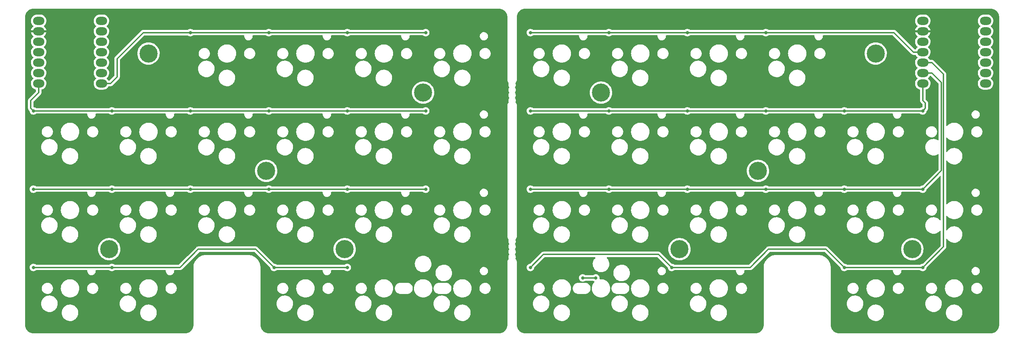
<source format=gbr>
%TF.GenerationSoftware,KiCad,Pcbnew,(6.0.1)*%
%TF.CreationDate,2022-12-03T11:16:14-05:00*%
%TF.ProjectId,DELPHI,44454c50-4849-42e6-9b69-6361645f7063,rev?*%
%TF.SameCoordinates,Original*%
%TF.FileFunction,Copper,L1,Top*%
%TF.FilePolarity,Positive*%
%FSLAX46Y46*%
G04 Gerber Fmt 4.6, Leading zero omitted, Abs format (unit mm)*
G04 Created by KiCad (PCBNEW (6.0.1)) date 2022-12-03 11:16:14*
%MOMM*%
%LPD*%
G01*
G04 APERTURE LIST*
%TA.AperFunction,ComponentPad*%
%ADD10C,0.700000*%
%TD*%
%TA.AperFunction,ComponentPad*%
%ADD11C,4.400000*%
%TD*%
%TA.AperFunction,ComponentPad*%
%ADD12O,2.748280X1.998980*%
%TD*%
%TA.AperFunction,ViaPad*%
%ADD13C,0.800000*%
%TD*%
%TA.AperFunction,Conductor*%
%ADD14C,0.304800*%
%TD*%
G04 APERTURE END LIST*
D10*
%TO.P,REF\u002A\u002A,1*%
%TO.N,N/C*%
X120015000Y-53085000D03*
X118848274Y-50268274D03*
X118365000Y-51435000D03*
X121181726Y-52601726D03*
X121665000Y-51435000D03*
D11*
X120015000Y-51435000D03*
D10*
X120015000Y-49785000D03*
X121181726Y-50268274D03*
X118848274Y-52601726D03*
%TD*%
%TO.P,REF\u002A\u002A,1*%
%TO.N,N/C*%
X228220000Y-41910000D03*
D11*
X229870000Y-41910000D03*
D10*
X231036726Y-40743274D03*
X229870000Y-43560000D03*
X228703274Y-43076726D03*
X231520000Y-41910000D03*
X228703274Y-40743274D03*
X229870000Y-40260000D03*
X231036726Y-43076726D03*
%TD*%
%TO.P,REF\u002A\u002A,1*%
%TO.N,N/C*%
X237593274Y-90701726D03*
X240410000Y-89535000D03*
X239926726Y-88368274D03*
X237593274Y-88368274D03*
X237110000Y-89535000D03*
X239926726Y-90701726D03*
X238760000Y-87885000D03*
D11*
X238760000Y-89535000D03*
D10*
X238760000Y-91185000D03*
%TD*%
%TO.P,REF\u002A\u002A,1*%
%TO.N,N/C*%
X42648274Y-88368274D03*
X44981726Y-90701726D03*
X44981726Y-88368274D03*
X42648274Y-90701726D03*
X45465000Y-89535000D03*
X42165000Y-89535000D03*
D11*
X43815000Y-89535000D03*
D10*
X43815000Y-87885000D03*
X43815000Y-91185000D03*
%TD*%
%TO.P,REF\u002A\u002A,1*%
%TO.N,N/C*%
X52173274Y-43076726D03*
X53340000Y-43560000D03*
X52173274Y-40743274D03*
X53340000Y-40260000D03*
X51690000Y-41910000D03*
D11*
X53340000Y-41910000D03*
D10*
X54506726Y-43076726D03*
X54506726Y-40743274D03*
X54990000Y-41910000D03*
%TD*%
D11*
%TO.P,REF\u002A\u002A,1*%
%TO.N,N/C*%
X100965000Y-89535000D03*
D10*
X99798274Y-90701726D03*
X99315000Y-89535000D03*
X100965000Y-87885000D03*
X102131726Y-88368274D03*
X99798274Y-88368274D03*
X100965000Y-91185000D03*
X102615000Y-89535000D03*
X102131726Y-90701726D03*
%TD*%
D11*
%TO.P,REF\u002A\u002A,1*%
%TO.N,N/C*%
X163195000Y-51435000D03*
D10*
X162028274Y-52601726D03*
X163195000Y-53085000D03*
X161545000Y-51435000D03*
X164845000Y-51435000D03*
X164361726Y-50268274D03*
X162028274Y-50268274D03*
X164361726Y-52601726D03*
X163195000Y-49785000D03*
%TD*%
%TO.P,REF\u002A\u002A,1*%
%TO.N,N/C*%
X199645000Y-70485000D03*
X202461726Y-71651726D03*
D11*
X201295000Y-70485000D03*
D10*
X201295000Y-68835000D03*
X202461726Y-69318274D03*
X202945000Y-70485000D03*
X200128274Y-71651726D03*
X201295000Y-72135000D03*
X200128274Y-69318274D03*
%TD*%
%TO.P,REF\u002A\u002A,1*%
%TO.N,N/C*%
X80748274Y-69318274D03*
X80265000Y-70485000D03*
X81915000Y-72135000D03*
D11*
X81915000Y-70485000D03*
D10*
X83081726Y-69318274D03*
X83081726Y-71651726D03*
X81915000Y-68835000D03*
X80748274Y-71651726D03*
X83565000Y-70485000D03*
%TD*%
%TO.P,REF\u002A\u002A,1*%
%TO.N,N/C*%
X183895000Y-89535000D03*
X182245000Y-87885000D03*
D11*
X182245000Y-89535000D03*
D10*
X183411726Y-90701726D03*
X181078274Y-88368274D03*
X181078274Y-90701726D03*
X183411726Y-88368274D03*
X182245000Y-91185000D03*
X180595000Y-89535000D03*
%TD*%
D12*
%TO.P,U2,1,PA02_A0_D0*%
%TO.N,unconnected-(U2-Pad1)*%
X256547620Y-33952180D03*
%TO.P,U2,2,PA4_A1_D1*%
%TO.N,COL1R*%
X256547620Y-36492180D03*
%TO.P,U2,3,PA10_A2_D2*%
%TO.N,COL2R*%
X256547620Y-39032180D03*
%TO.P,U2,4,PA11_A3_D3*%
%TO.N,COL3R*%
X256547620Y-41572180D03*
%TO.P,U2,5,PA8_A4_D4_SDA*%
%TO.N,COL4R*%
X256547620Y-44112180D03*
%TO.P,U2,6,PA9_A5_D5_SCL*%
%TO.N,COL5R*%
X256547620Y-46652180D03*
%TO.P,U2,7,PB08_A6_D6_TX*%
%TO.N,COL6R*%
X256547620Y-49192180D03*
%TO.P,U2,8,PB09_A7_D7_RX*%
%TO.N,ROW2R*%
X241307620Y-49192180D03*
%TO.P,U2,9,PA7_A8_D8_SCK*%
%TO.N,ROW3R*%
X241307620Y-46652180D03*
%TO.P,U2,10,PA5_A9_D9_MISO*%
%TO.N,ROW4R*%
X241307620Y-44112180D03*
%TO.P,U2,11,PA6_A10_D10_MOSI*%
%TO.N,ROW1R*%
X241307620Y-41572180D03*
%TO.P,U2,12,3V3*%
%TO.N,unconnected-(U2-Pad12)*%
X241307620Y-39032180D03*
%TO.P,U2,13,GND*%
%TO.N,GND2*%
X241307620Y-36492180D03*
%TO.P,U2,14,5V*%
%TO.N,unconnected-(U2-Pad14)*%
X241307620Y-33952180D03*
%TD*%
%TO.P,U1,1,PA02_A0_D0*%
%TO.N,COL6L*%
X41917620Y-33952180D03*
%TO.P,U1,2,PA4_A1_D1*%
%TO.N,COL5L*%
X41917620Y-36492180D03*
%TO.P,U1,3,PA10_A2_D2*%
%TO.N,COL4L*%
X41917620Y-39032180D03*
%TO.P,U1,4,PA11_A3_D3*%
%TO.N,COL3L*%
X41917620Y-41572180D03*
%TO.P,U1,5,PA8_A4_D4_SDA*%
%TO.N,COL2L*%
X41917620Y-44112180D03*
%TO.P,U1,6,PA9_A5_D5_SCL*%
%TO.N,COL1L*%
X41917620Y-46652180D03*
%TO.P,U1,7,PB08_A6_D6_TX*%
%TO.N,ROW1L*%
X41917620Y-49192180D03*
%TO.P,U1,8,PB09_A7_D7_RX*%
%TO.N,ROW2L*%
X26677620Y-49192180D03*
%TO.P,U1,9,PA7_A8_D8_SCK*%
%TO.N,ROW3L*%
X26677620Y-46652180D03*
%TO.P,U1,10,PA5_A9_D9_MISO*%
%TO.N,ROW4L*%
X26677620Y-44112180D03*
%TO.P,U1,11,PA6_A10_D10_MOSI*%
%TO.N,unconnected-(U1-Pad11)*%
X26677620Y-41572180D03*
%TO.P,U1,12,3V3*%
%TO.N,unconnected-(U1-Pad12)*%
X26677620Y-39032180D03*
%TO.P,U1,13,GND*%
%TO.N,GND1*%
X26677620Y-36492180D03*
%TO.P,U1,14,5V*%
%TO.N,unconnected-(U1-Pad14)*%
X26677620Y-33952180D03*
%TD*%
D13*
%TO.N,GND2*%
X248920000Y-95885000D03*
X229870000Y-95885000D03*
X248920000Y-76835000D03*
X248920000Y-57785000D03*
X210820000Y-57785000D03*
X229870000Y-57785000D03*
X229870000Y-76835000D03*
X210820000Y-76835000D03*
X191770000Y-76835000D03*
X191770000Y-57785000D03*
X172720000Y-57785000D03*
X210820000Y-38735000D03*
X191770000Y-38735000D03*
X172720000Y-38735000D03*
X153670000Y-38735000D03*
X153670000Y-57785000D03*
X153670000Y-76835000D03*
X172720000Y-76835000D03*
X191770000Y-95885000D03*
X153670000Y-94615000D03*
%TO.N,GND1*%
X129540000Y-57785000D03*
X91440000Y-57785000D03*
X110490000Y-57785000D03*
X129540000Y-76835000D03*
X110490000Y-76835000D03*
X110490000Y-95885000D03*
X91440000Y-95885000D03*
X91440000Y-76835000D03*
X72390000Y-76835000D03*
X129540000Y-38735000D03*
X110490000Y-38735000D03*
X91440000Y-38735000D03*
X72390000Y-38735000D03*
X72390000Y-57785000D03*
X53340000Y-95885000D03*
X34290000Y-95885000D03*
X53340000Y-76835000D03*
X34290000Y-76835000D03*
X53340000Y-57785000D03*
X34290000Y-57785000D03*
%TO.N,ROW1L*%
X120650000Y-36830000D03*
X101600000Y-36830000D03*
X63500000Y-36830000D03*
X82550000Y-36830000D03*
%TO.N,ROW2L*%
X101600000Y-55880000D03*
X120650000Y-55880000D03*
X63500000Y-55880000D03*
X82550000Y-55880000D03*
X44450000Y-55880000D03*
X25400000Y-55880000D03*
%TO.N,ROW3L*%
X25400000Y-74930000D03*
X82550000Y-74930000D03*
X63500000Y-74930000D03*
X44450000Y-74930000D03*
X120650000Y-74930000D03*
X101600000Y-74930000D03*
%TO.N,ROW4L*%
X25400000Y-93980000D03*
X83820000Y-93980000D03*
X101600000Y-93980000D03*
X44450000Y-93980000D03*
%TO.N,ROW1R*%
X146050000Y-36830000D03*
X203200000Y-36830000D03*
X165100000Y-36830000D03*
X184150000Y-36830000D03*
%TO.N,ROW2R*%
X222250000Y-55880000D03*
X184150000Y-55880000D03*
X241300000Y-55880000D03*
X146050000Y-55880000D03*
X165100000Y-55880000D03*
X203200000Y-55880000D03*
%TO.N,ROW3R*%
X222250000Y-74930000D03*
X146050000Y-74930000D03*
X184150000Y-74930000D03*
X241300000Y-74930000D03*
X165100000Y-74930000D03*
X203200000Y-74930000D03*
%TO.N,ROW4R*%
X222250000Y-93980000D03*
X180340000Y-93980000D03*
X241300000Y-93980000D03*
X146050000Y-93980000D03*
%TO.N,Net-(D25-Pad2)*%
X161925000Y-96520000D03*
X158750000Y-96520000D03*
%TO.N,GND1*%
X34290000Y-70485000D03*
%TD*%
D14*
%TO.N,ROW1L*%
X52070000Y-36830000D02*
X45720000Y-43180000D01*
X82550000Y-36830000D02*
X82532779Y-36812779D01*
X101600000Y-36830000D02*
X101582779Y-36812779D01*
X45720000Y-47625000D02*
X44152820Y-49192180D01*
X101582779Y-36812779D02*
X82567221Y-36812779D01*
X44152820Y-49192180D02*
X41634410Y-49192180D01*
X82567221Y-36812779D02*
X82550000Y-36830000D01*
X101617221Y-36812779D02*
X101600000Y-36830000D01*
X63500000Y-36830000D02*
X52070000Y-36830000D01*
X45720000Y-43180000D02*
X45720000Y-47625000D01*
X120632779Y-36812779D02*
X101617221Y-36812779D01*
X82532779Y-36812779D02*
X63517221Y-36812779D01*
X120650000Y-36830000D02*
X120632779Y-36812779D01*
X63517221Y-36812779D02*
X63500000Y-36830000D01*
%TO.N,ROW2L*%
X63517221Y-55862779D02*
X63500000Y-55880000D01*
X120632779Y-55862779D02*
X101617221Y-55862779D01*
X82550000Y-55880000D02*
X82532779Y-55862779D01*
X82532779Y-55862779D02*
X63517221Y-55862779D01*
X25417221Y-55862779D02*
X25400000Y-55880000D01*
X24765000Y-55245000D02*
X24765000Y-53340000D01*
X63500000Y-55880000D02*
X63482779Y-55862779D01*
X120650000Y-55880000D02*
X120632779Y-55862779D01*
X44467221Y-55862779D02*
X44450000Y-55880000D01*
X44450000Y-55880000D02*
X44432779Y-55862779D01*
X26677620Y-51427380D02*
X26677620Y-49192180D01*
X44432779Y-55862779D02*
X25417221Y-55862779D01*
X24765000Y-53340000D02*
X26677620Y-51427380D01*
X63482779Y-55862779D02*
X44467221Y-55862779D01*
X82567221Y-55862779D02*
X82550000Y-55880000D01*
X101600000Y-55880000D02*
X101582779Y-55862779D01*
X101617221Y-55862779D02*
X101600000Y-55880000D01*
X25400000Y-55880000D02*
X24765000Y-55245000D01*
X101582779Y-55862779D02*
X82567221Y-55862779D01*
%TO.N,ROW3L*%
X120632779Y-74912779D02*
X101617221Y-74912779D01*
X101600000Y-74930000D02*
X101582779Y-74912779D01*
X82532779Y-74912779D02*
X63517221Y-74912779D01*
X82567221Y-74912779D02*
X82550000Y-74930000D01*
X101582779Y-74912779D02*
X82567221Y-74912779D01*
X44432779Y-74912779D02*
X25417221Y-74912779D01*
X82550000Y-74930000D02*
X82532779Y-74912779D01*
X63500000Y-74930000D02*
X63482779Y-74912779D01*
X120650000Y-74930000D02*
X120632779Y-74912779D01*
X63517221Y-74912779D02*
X63500000Y-74930000D01*
X101617221Y-74912779D02*
X101600000Y-74930000D01*
X25417221Y-74912779D02*
X25400000Y-74930000D01*
X44450000Y-74930000D02*
X44432779Y-74912779D01*
X44467221Y-74912779D02*
X44450000Y-74930000D01*
X63482779Y-74912779D02*
X44467221Y-74912779D01*
%TO.N,ROW4L*%
X44432779Y-93962779D02*
X25417221Y-93962779D01*
X79375000Y-89535000D02*
X65405000Y-89535000D01*
X44450000Y-93980000D02*
X44432779Y-93962779D01*
X60977221Y-93962779D02*
X44467221Y-93962779D01*
X101582779Y-93962779D02*
X101600000Y-93980000D01*
X83820000Y-93980000D02*
X83837221Y-93962779D01*
X65405000Y-89535000D02*
X60977221Y-93962779D01*
X83820000Y-93980000D02*
X79375000Y-89535000D01*
X25417221Y-93962779D02*
X25400000Y-93980000D01*
X44467221Y-93962779D02*
X44450000Y-93980000D01*
X83837221Y-93962779D02*
X101582779Y-93962779D01*
%TO.N,ROW1R*%
X165100000Y-36830000D02*
X165117221Y-36812779D01*
X234297779Y-36812779D02*
X239057180Y-41572180D01*
X165082779Y-36812779D02*
X165100000Y-36830000D01*
X203200000Y-36830000D02*
X203217221Y-36812779D01*
X184132779Y-36812779D02*
X184150000Y-36830000D01*
X146050000Y-36830000D02*
X146067221Y-36812779D01*
X184167221Y-36812779D02*
X203182779Y-36812779D01*
X203182779Y-36812779D02*
X203200000Y-36830000D01*
X184150000Y-36830000D02*
X184167221Y-36812779D01*
X165117221Y-36812779D02*
X184132779Y-36812779D01*
X239057180Y-41572180D02*
X241300000Y-41572180D01*
X203217221Y-36812779D02*
X234297779Y-36812779D01*
X146067221Y-36812779D02*
X165082779Y-36812779D01*
%TO.N,ROW2R*%
X241300000Y-55880000D02*
X241935000Y-55245000D01*
X203217221Y-55862779D02*
X222232779Y-55862779D01*
X184132779Y-55862779D02*
X184150000Y-55880000D01*
X203200000Y-55880000D02*
X203217221Y-55862779D01*
X222267221Y-55862779D02*
X241282779Y-55862779D01*
X165082779Y-55862779D02*
X165100000Y-55880000D01*
X241935000Y-53975000D02*
X241307620Y-53347620D01*
X146050000Y-55880000D02*
X146067221Y-55862779D01*
X241307620Y-53347620D02*
X241307620Y-49192180D01*
X203182779Y-55862779D02*
X203200000Y-55880000D01*
X146067221Y-55862779D02*
X165082779Y-55862779D01*
X165100000Y-55880000D02*
X165117221Y-55862779D01*
X222232779Y-55862779D02*
X222250000Y-55880000D01*
X241935000Y-55245000D02*
X241935000Y-53975000D01*
X184167221Y-55862779D02*
X203182779Y-55862779D01*
X165117221Y-55862779D02*
X184132779Y-55862779D01*
X184150000Y-55880000D02*
X184167221Y-55862779D01*
X241282779Y-55862779D02*
X241300000Y-55880000D01*
X222250000Y-55880000D02*
X222267221Y-55862779D01*
%TO.N,ROW3R*%
X245821921Y-70408079D02*
X241300000Y-74930000D01*
X245821921Y-48971921D02*
X245821921Y-70408079D01*
X243502180Y-46652180D02*
X245821921Y-48971921D01*
X241300000Y-46652180D02*
X243502180Y-46652180D01*
X184150000Y-74930000D02*
X184167221Y-74912779D01*
X184167221Y-74912779D02*
X203182779Y-74912779D01*
X241282779Y-74912779D02*
X241300000Y-74930000D01*
X146050000Y-74930000D02*
X146067221Y-74912779D01*
X203182779Y-74912779D02*
X203200000Y-74930000D01*
X165082779Y-74912779D02*
X165100000Y-74930000D01*
X222250000Y-74930000D02*
X222267221Y-74912779D01*
X165117221Y-74912779D02*
X184132779Y-74912779D01*
X203217221Y-74912779D02*
X222232779Y-74912779D01*
X222267221Y-74912779D02*
X241282779Y-74912779D01*
X184132779Y-74912779D02*
X184150000Y-74930000D01*
X146067221Y-74912779D02*
X165082779Y-74912779D01*
X203200000Y-74930000D02*
X203217221Y-74912779D01*
X165100000Y-74930000D02*
X165117221Y-74912779D01*
X222232779Y-74912779D02*
X222250000Y-74930000D01*
%TO.N,ROW4R*%
X246324361Y-88955639D02*
X246324361Y-46934361D01*
X199407221Y-93962779D02*
X203835000Y-89535000D01*
X241300000Y-93980000D02*
X241282779Y-93962779D01*
X203835000Y-89535000D02*
X217805000Y-89535000D01*
X149225000Y-90805000D02*
X146050000Y-93980000D01*
X222267221Y-93962779D02*
X222250000Y-93980000D01*
X180340000Y-93980000D02*
X180357221Y-93962779D01*
X217805000Y-89535000D02*
X222250000Y-93980000D01*
X241282779Y-93962779D02*
X222267221Y-93962779D01*
X180357221Y-93962779D02*
X199407221Y-93962779D01*
X241300000Y-93980000D02*
X246324361Y-88955639D01*
X177165000Y-90805000D02*
X149225000Y-90805000D01*
X180340000Y-93980000D02*
X177165000Y-90805000D01*
X246324361Y-46934361D02*
X243502180Y-44112180D01*
X243502180Y-44112180D02*
X241300000Y-44112180D01*
%TO.N,Net-(D25-Pad2)*%
X158750000Y-96520000D02*
X161925000Y-96520000D01*
%TD*%
%TA.AperFunction,Conductor*%
%TO.N,GND2*%
G36*
X257780057Y-30989500D02*
G01*
X257794858Y-30991805D01*
X257794861Y-30991805D01*
X257803730Y-30993186D01*
X257819999Y-30991059D01*
X257844567Y-30990266D01*
X258066985Y-31004844D01*
X258083326Y-31006995D01*
X258327824Y-31055629D01*
X258343743Y-31059895D01*
X258579790Y-31140022D01*
X258595017Y-31146329D01*
X258818592Y-31256584D01*
X258832865Y-31264825D01*
X259040133Y-31403316D01*
X259053210Y-31413349D01*
X259240632Y-31577714D01*
X259252286Y-31589368D01*
X259416651Y-31776790D01*
X259426684Y-31789867D01*
X259565175Y-31997135D01*
X259573416Y-32011408D01*
X259683671Y-32234983D01*
X259689978Y-32250210D01*
X259770105Y-32486257D01*
X259774371Y-32502176D01*
X259823005Y-32746673D01*
X259825156Y-32763014D01*
X259839264Y-32978268D01*
X259838239Y-33001304D01*
X259838196Y-33004854D01*
X259836814Y-33013730D01*
X259838454Y-33026270D01*
X259840936Y-33045251D01*
X259842000Y-33061589D01*
X259842000Y-107900672D01*
X259840500Y-107920056D01*
X259836814Y-107943730D01*
X259838941Y-107959999D01*
X259839734Y-107984567D01*
X259825156Y-108206985D01*
X259823005Y-108223326D01*
X259774371Y-108467824D01*
X259770105Y-108483743D01*
X259689978Y-108719790D01*
X259683671Y-108735017D01*
X259573416Y-108958592D01*
X259565175Y-108972865D01*
X259426684Y-109180133D01*
X259416651Y-109193210D01*
X259252286Y-109380632D01*
X259240632Y-109392286D01*
X259053210Y-109556651D01*
X259040133Y-109566684D01*
X258832865Y-109705175D01*
X258818592Y-109713416D01*
X258595017Y-109823671D01*
X258579790Y-109829978D01*
X258343743Y-109910105D01*
X258327824Y-109914371D01*
X258083327Y-109963005D01*
X258066986Y-109965156D01*
X257851732Y-109979264D01*
X257828696Y-109978239D01*
X257825146Y-109978196D01*
X257816270Y-109976814D01*
X257787762Y-109980542D01*
X257784749Y-109980936D01*
X257768411Y-109982000D01*
X221029328Y-109982000D01*
X221009943Y-109980500D01*
X220995142Y-109978195D01*
X220995139Y-109978195D01*
X220986270Y-109976814D01*
X220970001Y-109978941D01*
X220945433Y-109979734D01*
X220723015Y-109965156D01*
X220706674Y-109963005D01*
X220462176Y-109914371D01*
X220446257Y-109910105D01*
X220210210Y-109829978D01*
X220194983Y-109823671D01*
X219971408Y-109713416D01*
X219957135Y-109705175D01*
X219749867Y-109566684D01*
X219736790Y-109556651D01*
X219549368Y-109392286D01*
X219537714Y-109380632D01*
X219373349Y-109193210D01*
X219363316Y-109180133D01*
X219224825Y-108972865D01*
X219216584Y-108958592D01*
X219106329Y-108735017D01*
X219100022Y-108719790D01*
X219019895Y-108483743D01*
X219015629Y-108467824D01*
X218966995Y-108223327D01*
X218964844Y-108206986D01*
X218950736Y-107991732D01*
X218951761Y-107968696D01*
X218951804Y-107965146D01*
X218953186Y-107956270D01*
X218949064Y-107924748D01*
X218948000Y-107908411D01*
X218948000Y-104939733D01*
X227857822Y-104939733D01*
X227867625Y-105220458D01*
X227868387Y-105224781D01*
X227868388Y-105224788D01*
X227892164Y-105359624D01*
X227916402Y-105497087D01*
X228003203Y-105764235D01*
X228126340Y-106016702D01*
X228128795Y-106020341D01*
X228128798Y-106020347D01*
X228201890Y-106128710D01*
X228283415Y-106249576D01*
X228471371Y-106458322D01*
X228686550Y-106638879D01*
X228924764Y-106787731D01*
X229181375Y-106901982D01*
X229451390Y-106979407D01*
X229455740Y-106980018D01*
X229455743Y-106980019D01*
X229558690Y-106994487D01*
X229729552Y-107018500D01*
X229940146Y-107018500D01*
X229942332Y-107018347D01*
X229942336Y-107018347D01*
X230145827Y-107004118D01*
X230145832Y-107004117D01*
X230150212Y-107003811D01*
X230424970Y-106945409D01*
X230429099Y-106943906D01*
X230429103Y-106943905D01*
X230684781Y-106850846D01*
X230684785Y-106850844D01*
X230688926Y-106849337D01*
X230936942Y-106717464D01*
X231041896Y-106641211D01*
X231160629Y-106554947D01*
X231160632Y-106554944D01*
X231164192Y-106552358D01*
X231366252Y-106357231D01*
X231539188Y-106135882D01*
X231541384Y-106132078D01*
X231541389Y-106132071D01*
X231677435Y-105896431D01*
X231679636Y-105892619D01*
X231784862Y-105632176D01*
X231818544Y-105497087D01*
X231851753Y-105363893D01*
X231851754Y-105363888D01*
X231852817Y-105359624D01*
X231882178Y-105080267D01*
X231877271Y-104939733D01*
X246907822Y-104939733D01*
X246917625Y-105220458D01*
X246918387Y-105224781D01*
X246918388Y-105224788D01*
X246942164Y-105359624D01*
X246966402Y-105497087D01*
X247053203Y-105764235D01*
X247176340Y-106016702D01*
X247178795Y-106020341D01*
X247178798Y-106020347D01*
X247251890Y-106128710D01*
X247333415Y-106249576D01*
X247521371Y-106458322D01*
X247736550Y-106638879D01*
X247974764Y-106787731D01*
X248231375Y-106901982D01*
X248501390Y-106979407D01*
X248505740Y-106980018D01*
X248505743Y-106980019D01*
X248608690Y-106994487D01*
X248779552Y-107018500D01*
X248990146Y-107018500D01*
X248992332Y-107018347D01*
X248992336Y-107018347D01*
X249195827Y-107004118D01*
X249195832Y-107004117D01*
X249200212Y-107003811D01*
X249474970Y-106945409D01*
X249479099Y-106943906D01*
X249479103Y-106943905D01*
X249734781Y-106850846D01*
X249734785Y-106850844D01*
X249738926Y-106849337D01*
X249986942Y-106717464D01*
X250091896Y-106641211D01*
X250210629Y-106554947D01*
X250210632Y-106554944D01*
X250214192Y-106552358D01*
X250416252Y-106357231D01*
X250589188Y-106135882D01*
X250591384Y-106132078D01*
X250591389Y-106132071D01*
X250727435Y-105896431D01*
X250729636Y-105892619D01*
X250834862Y-105632176D01*
X250868544Y-105497087D01*
X250901753Y-105363893D01*
X250901754Y-105363888D01*
X250902817Y-105359624D01*
X250932178Y-105080267D01*
X250922375Y-104799542D01*
X250905387Y-104703194D01*
X250874360Y-104527236D01*
X250873598Y-104522913D01*
X250786797Y-104255765D01*
X250663660Y-104003298D01*
X250661205Y-103999659D01*
X250661202Y-103999653D01*
X250540258Y-103820347D01*
X250506585Y-103770424D01*
X250318629Y-103561678D01*
X250103450Y-103381121D01*
X249865236Y-103232269D01*
X249608625Y-103118018D01*
X249338610Y-103040593D01*
X249334260Y-103039982D01*
X249334257Y-103039981D01*
X249226151Y-103024788D01*
X249060448Y-103001500D01*
X248849854Y-103001500D01*
X248847668Y-103001653D01*
X248847664Y-103001653D01*
X248644173Y-103015882D01*
X248644168Y-103015883D01*
X248639788Y-103016189D01*
X248365030Y-103074591D01*
X248360901Y-103076094D01*
X248360897Y-103076095D01*
X248105219Y-103169154D01*
X248105215Y-103169156D01*
X248101074Y-103170663D01*
X247853058Y-103302536D01*
X247849499Y-103305122D01*
X247849497Y-103305123D01*
X247744895Y-103381121D01*
X247625808Y-103467642D01*
X247423748Y-103662769D01*
X247250812Y-103884118D01*
X247248616Y-103887922D01*
X247248611Y-103887929D01*
X247157393Y-104045925D01*
X247110364Y-104127381D01*
X247005138Y-104387824D01*
X247004073Y-104392097D01*
X247004072Y-104392099D01*
X246955876Y-104585404D01*
X246937183Y-104660376D01*
X246936724Y-104664744D01*
X246936723Y-104664749D01*
X246922094Y-104803939D01*
X246907822Y-104939733D01*
X231877271Y-104939733D01*
X231872375Y-104799542D01*
X231855387Y-104703194D01*
X231824360Y-104527236D01*
X231823598Y-104522913D01*
X231736797Y-104255765D01*
X231613660Y-104003298D01*
X231611205Y-103999659D01*
X231611202Y-103999653D01*
X231490258Y-103820347D01*
X231456585Y-103770424D01*
X231268629Y-103561678D01*
X231053450Y-103381121D01*
X230815236Y-103232269D01*
X230558625Y-103118018D01*
X230288610Y-103040593D01*
X230284260Y-103039982D01*
X230284257Y-103039981D01*
X230176151Y-103024788D01*
X230010448Y-103001500D01*
X229799854Y-103001500D01*
X229797668Y-103001653D01*
X229797664Y-103001653D01*
X229594173Y-103015882D01*
X229594168Y-103015883D01*
X229589788Y-103016189D01*
X229315030Y-103074591D01*
X229310901Y-103076094D01*
X229310897Y-103076095D01*
X229055219Y-103169154D01*
X229055215Y-103169156D01*
X229051074Y-103170663D01*
X228803058Y-103302536D01*
X228799499Y-103305122D01*
X228799497Y-103305123D01*
X228694895Y-103381121D01*
X228575808Y-103467642D01*
X228373748Y-103662769D01*
X228200812Y-103884118D01*
X228198616Y-103887922D01*
X228198611Y-103887929D01*
X228107393Y-104045925D01*
X228060364Y-104127381D01*
X227955138Y-104387824D01*
X227954073Y-104392097D01*
X227954072Y-104392099D01*
X227905876Y-104585404D01*
X227887183Y-104660376D01*
X227886724Y-104664744D01*
X227886723Y-104664749D01*
X227872094Y-104803939D01*
X227857822Y-104939733D01*
X218948000Y-104939733D01*
X218948000Y-102739733D01*
X222857822Y-102739733D01*
X222867625Y-103020458D01*
X222868387Y-103024781D01*
X222868388Y-103024788D01*
X222892164Y-103159624D01*
X222916402Y-103297087D01*
X223003203Y-103564235D01*
X223126340Y-103816702D01*
X223128795Y-103820341D01*
X223128798Y-103820347D01*
X223174383Y-103887929D01*
X223283415Y-104049576D01*
X223471371Y-104258322D01*
X223686550Y-104438879D01*
X223924764Y-104587731D01*
X224181375Y-104701982D01*
X224451390Y-104779407D01*
X224455740Y-104780018D01*
X224455743Y-104780019D01*
X224558690Y-104794487D01*
X224729552Y-104818500D01*
X224940146Y-104818500D01*
X224942332Y-104818347D01*
X224942336Y-104818347D01*
X225145827Y-104804118D01*
X225145832Y-104804117D01*
X225150212Y-104803811D01*
X225424970Y-104745409D01*
X225429099Y-104743906D01*
X225429103Y-104743905D01*
X225684781Y-104650846D01*
X225684785Y-104650844D01*
X225688926Y-104649337D01*
X225936942Y-104517464D01*
X226041896Y-104441211D01*
X226160629Y-104354947D01*
X226160632Y-104354944D01*
X226164192Y-104352358D01*
X226366252Y-104157231D01*
X226539188Y-103935882D01*
X226541384Y-103932078D01*
X226541389Y-103932071D01*
X226677435Y-103696431D01*
X226679636Y-103692619D01*
X226784862Y-103432176D01*
X226785928Y-103427901D01*
X226851753Y-103163893D01*
X226851754Y-103163888D01*
X226852817Y-103159624D01*
X226857318Y-103116806D01*
X226881719Y-102884636D01*
X226881719Y-102884633D01*
X226882178Y-102880267D01*
X226877271Y-102739733D01*
X241907822Y-102739733D01*
X241917625Y-103020458D01*
X241918387Y-103024781D01*
X241918388Y-103024788D01*
X241942164Y-103159624D01*
X241966402Y-103297087D01*
X242053203Y-103564235D01*
X242176340Y-103816702D01*
X242178795Y-103820341D01*
X242178798Y-103820347D01*
X242224383Y-103887929D01*
X242333415Y-104049576D01*
X242521371Y-104258322D01*
X242736550Y-104438879D01*
X242974764Y-104587731D01*
X243231375Y-104701982D01*
X243501390Y-104779407D01*
X243505740Y-104780018D01*
X243505743Y-104780019D01*
X243608690Y-104794487D01*
X243779552Y-104818500D01*
X243990146Y-104818500D01*
X243992332Y-104818347D01*
X243992336Y-104818347D01*
X244195827Y-104804118D01*
X244195832Y-104804117D01*
X244200212Y-104803811D01*
X244474970Y-104745409D01*
X244479099Y-104743906D01*
X244479103Y-104743905D01*
X244734781Y-104650846D01*
X244734785Y-104650844D01*
X244738926Y-104649337D01*
X244986942Y-104517464D01*
X245091896Y-104441211D01*
X245210629Y-104354947D01*
X245210632Y-104354944D01*
X245214192Y-104352358D01*
X245416252Y-104157231D01*
X245589188Y-103935882D01*
X245591384Y-103932078D01*
X245591389Y-103932071D01*
X245727435Y-103696431D01*
X245729636Y-103692619D01*
X245834862Y-103432176D01*
X245835928Y-103427901D01*
X245901753Y-103163893D01*
X245901754Y-103163888D01*
X245902817Y-103159624D01*
X245907318Y-103116806D01*
X245931719Y-102884636D01*
X245931719Y-102884633D01*
X245932178Y-102880267D01*
X245922375Y-102599542D01*
X245898608Y-102464749D01*
X245874360Y-102327236D01*
X245873598Y-102322913D01*
X245786797Y-102055765D01*
X245663660Y-101803298D01*
X245661205Y-101799659D01*
X245661202Y-101799653D01*
X245580935Y-101680653D01*
X245506585Y-101570424D01*
X245318629Y-101361678D01*
X245103450Y-101181121D01*
X244865236Y-101032269D01*
X244608625Y-100918018D01*
X244338610Y-100840593D01*
X244334260Y-100839982D01*
X244334257Y-100839981D01*
X244231310Y-100825513D01*
X244060448Y-100801500D01*
X243849854Y-100801500D01*
X243847668Y-100801653D01*
X243847664Y-100801653D01*
X243644173Y-100815882D01*
X243644168Y-100815883D01*
X243639788Y-100816189D01*
X243365030Y-100874591D01*
X243360901Y-100876094D01*
X243360897Y-100876095D01*
X243105219Y-100969154D01*
X243105215Y-100969156D01*
X243101074Y-100970663D01*
X242853058Y-101102536D01*
X242849499Y-101105122D01*
X242849497Y-101105123D01*
X242673130Y-101233261D01*
X242625808Y-101267642D01*
X242622644Y-101270698D01*
X242622641Y-101270700D01*
X242609904Y-101283000D01*
X242423748Y-101462769D01*
X242250812Y-101684118D01*
X242248616Y-101687922D01*
X242248611Y-101687929D01*
X242134794Y-101885067D01*
X242110364Y-101927381D01*
X242005138Y-102187824D01*
X242004073Y-102192097D01*
X242004072Y-102192099D01*
X241970379Y-102327236D01*
X241937183Y-102460376D01*
X241907822Y-102739733D01*
X226877271Y-102739733D01*
X226872375Y-102599542D01*
X226848608Y-102464749D01*
X226824360Y-102327236D01*
X226823598Y-102322913D01*
X226736797Y-102055765D01*
X226613660Y-101803298D01*
X226611205Y-101799659D01*
X226611202Y-101799653D01*
X226530935Y-101680653D01*
X226456585Y-101570424D01*
X226268629Y-101361678D01*
X226053450Y-101181121D01*
X225815236Y-101032269D01*
X225558625Y-100918018D01*
X225288610Y-100840593D01*
X225284260Y-100839982D01*
X225284257Y-100839981D01*
X225181310Y-100825513D01*
X225010448Y-100801500D01*
X224799854Y-100801500D01*
X224797668Y-100801653D01*
X224797664Y-100801653D01*
X224594173Y-100815882D01*
X224594168Y-100815883D01*
X224589788Y-100816189D01*
X224315030Y-100874591D01*
X224310901Y-100876094D01*
X224310897Y-100876095D01*
X224055219Y-100969154D01*
X224055215Y-100969156D01*
X224051074Y-100970663D01*
X223803058Y-101102536D01*
X223799499Y-101105122D01*
X223799497Y-101105123D01*
X223623130Y-101233261D01*
X223575808Y-101267642D01*
X223572644Y-101270698D01*
X223572641Y-101270700D01*
X223559904Y-101283000D01*
X223373748Y-101462769D01*
X223200812Y-101684118D01*
X223198616Y-101687922D01*
X223198611Y-101687929D01*
X223084794Y-101885067D01*
X223060364Y-101927381D01*
X222955138Y-102187824D01*
X222954073Y-102192097D01*
X222954072Y-102192099D01*
X222920379Y-102327236D01*
X222887183Y-102460376D01*
X222857822Y-102739733D01*
X218948000Y-102739733D01*
X218948000Y-98995732D01*
X223007200Y-98995732D01*
X223007400Y-99001062D01*
X223007400Y-99001063D01*
X223011364Y-99106659D01*
X223015854Y-99226268D01*
X223063228Y-99452050D01*
X223147967Y-99666622D01*
X223267647Y-99863849D01*
X223271144Y-99867879D01*
X223357768Y-99967704D01*
X223418847Y-100038092D01*
X223422978Y-100041479D01*
X223593115Y-100180984D01*
X223593121Y-100180988D01*
X223597243Y-100184368D01*
X223797735Y-100298494D01*
X223802751Y-100300315D01*
X223802756Y-100300317D01*
X224009575Y-100375389D01*
X224009579Y-100375390D01*
X224014590Y-100377209D01*
X224019839Y-100378158D01*
X224019842Y-100378159D01*
X224237523Y-100417522D01*
X224237530Y-100417523D01*
X224241607Y-100418260D01*
X224259344Y-100419096D01*
X224264292Y-100419330D01*
X224264299Y-100419330D01*
X224265780Y-100419400D01*
X224427925Y-100419400D01*
X224494881Y-100413719D01*
X224594562Y-100405261D01*
X224594566Y-100405260D01*
X224599873Y-100404810D01*
X224605028Y-100403472D01*
X224605034Y-100403471D01*
X224818003Y-100348195D01*
X224818007Y-100348194D01*
X224823172Y-100346853D01*
X224828038Y-100344661D01*
X224828041Y-100344660D01*
X225028649Y-100254293D01*
X225033515Y-100252101D01*
X225037935Y-100249125D01*
X225037939Y-100249123D01*
X225184503Y-100150449D01*
X225224885Y-100123262D01*
X225391812Y-99964022D01*
X225529521Y-99778934D01*
X225584305Y-99671183D01*
X225631658Y-99578046D01*
X225631658Y-99578045D01*
X225634077Y-99573288D01*
X225687621Y-99400849D01*
X225700905Y-99358070D01*
X225700906Y-99358064D01*
X225702489Y-99352967D01*
X225732800Y-99124268D01*
X225732139Y-99106659D01*
X227642514Y-99106659D01*
X227642877Y-99110807D01*
X227642877Y-99110811D01*
X227644517Y-99129553D01*
X227668252Y-99400849D01*
X227669162Y-99404921D01*
X227669163Y-99404926D01*
X227727659Y-99666622D01*
X227732672Y-99689050D01*
X227834644Y-99966199D01*
X227836591Y-99969892D01*
X227836592Y-99969894D01*
X227872549Y-100038092D01*
X227972374Y-100227427D01*
X227974794Y-100230832D01*
X228141019Y-100464735D01*
X228141024Y-100464741D01*
X228143443Y-100468145D01*
X228146287Y-100471195D01*
X228146292Y-100471201D01*
X228281003Y-100615661D01*
X228344846Y-100684124D01*
X228573045Y-100871568D01*
X228824029Y-101027185D01*
X228827846Y-101028901D01*
X228827849Y-101028902D01*
X228835341Y-101032269D01*
X229093390Y-101148241D01*
X229376395Y-101232608D01*
X229380515Y-101233261D01*
X229380517Y-101233261D01*
X229664592Y-101278255D01*
X229664598Y-101278256D01*
X229668073Y-101278806D01*
X229692632Y-101279921D01*
X229759017Y-101282936D01*
X229759038Y-101282936D01*
X229760437Y-101283000D01*
X229944901Y-101283000D01*
X230164664Y-101268403D01*
X230168763Y-101267577D01*
X230168767Y-101267576D01*
X230342190Y-101232608D01*
X230454151Y-101210033D01*
X230733375Y-101113888D01*
X230896365Y-101032269D01*
X230993695Y-100983530D01*
X230993697Y-100983529D01*
X230997431Y-100981659D01*
X231241678Y-100815668D01*
X231461827Y-100618832D01*
X231464545Y-100615661D01*
X231651289Y-100397784D01*
X231651292Y-100397780D01*
X231654009Y-100394610D01*
X231656283Y-100391108D01*
X231656287Y-100391103D01*
X231812570Y-100150449D01*
X231812573Y-100150444D01*
X231814849Y-100146939D01*
X231824680Y-100126236D01*
X231939723Y-99883954D01*
X231941519Y-99880172D01*
X232011676Y-99661661D01*
X232030515Y-99602983D01*
X232030515Y-99602982D01*
X232031795Y-99598996D01*
X232059174Y-99446831D01*
X232083351Y-99312459D01*
X232083352Y-99312454D01*
X232084090Y-99308350D01*
X232087581Y-99231486D01*
X232097297Y-99017511D01*
X232097297Y-99017506D01*
X232097486Y-99013341D01*
X232095946Y-98995732D01*
X234007200Y-98995732D01*
X234007400Y-99001062D01*
X234007400Y-99001063D01*
X234011364Y-99106659D01*
X234015854Y-99226268D01*
X234063228Y-99452050D01*
X234147967Y-99666622D01*
X234267647Y-99863849D01*
X234271144Y-99867879D01*
X234357768Y-99967704D01*
X234418847Y-100038092D01*
X234422978Y-100041479D01*
X234593115Y-100180984D01*
X234593121Y-100180988D01*
X234597243Y-100184368D01*
X234797735Y-100298494D01*
X234802751Y-100300315D01*
X234802756Y-100300317D01*
X235009575Y-100375389D01*
X235009579Y-100375390D01*
X235014590Y-100377209D01*
X235019839Y-100378158D01*
X235019842Y-100378159D01*
X235237523Y-100417522D01*
X235237530Y-100417523D01*
X235241607Y-100418260D01*
X235259344Y-100419096D01*
X235264292Y-100419330D01*
X235264299Y-100419330D01*
X235265780Y-100419400D01*
X235427925Y-100419400D01*
X235494881Y-100413719D01*
X235594562Y-100405261D01*
X235594566Y-100405260D01*
X235599873Y-100404810D01*
X235605028Y-100403472D01*
X235605034Y-100403471D01*
X235818003Y-100348195D01*
X235818007Y-100348194D01*
X235823172Y-100346853D01*
X235828038Y-100344661D01*
X235828041Y-100344660D01*
X236028649Y-100254293D01*
X236033515Y-100252101D01*
X236037935Y-100249125D01*
X236037939Y-100249123D01*
X236184503Y-100150449D01*
X236224885Y-100123262D01*
X236391812Y-99964022D01*
X236529521Y-99778934D01*
X236584305Y-99671183D01*
X236631658Y-99578046D01*
X236631658Y-99578045D01*
X236634077Y-99573288D01*
X236687621Y-99400849D01*
X236700905Y-99358070D01*
X236700906Y-99358064D01*
X236702489Y-99352967D01*
X236732800Y-99124268D01*
X236731983Y-99102489D01*
X236727975Y-98995732D01*
X242057200Y-98995732D01*
X242057400Y-99001062D01*
X242057400Y-99001063D01*
X242061364Y-99106659D01*
X242065854Y-99226268D01*
X242113228Y-99452050D01*
X242197967Y-99666622D01*
X242317647Y-99863849D01*
X242321144Y-99867879D01*
X242407768Y-99967704D01*
X242468847Y-100038092D01*
X242472978Y-100041479D01*
X242643115Y-100180984D01*
X242643121Y-100180988D01*
X242647243Y-100184368D01*
X242847735Y-100298494D01*
X242852751Y-100300315D01*
X242852756Y-100300317D01*
X243059575Y-100375389D01*
X243059579Y-100375390D01*
X243064590Y-100377209D01*
X243069839Y-100378158D01*
X243069842Y-100378159D01*
X243287523Y-100417522D01*
X243287530Y-100417523D01*
X243291607Y-100418260D01*
X243309344Y-100419096D01*
X243314292Y-100419330D01*
X243314299Y-100419330D01*
X243315780Y-100419400D01*
X243477925Y-100419400D01*
X243544881Y-100413719D01*
X243644562Y-100405261D01*
X243644566Y-100405260D01*
X243649873Y-100404810D01*
X243655028Y-100403472D01*
X243655034Y-100403471D01*
X243868003Y-100348195D01*
X243868007Y-100348194D01*
X243873172Y-100346853D01*
X243878038Y-100344661D01*
X243878041Y-100344660D01*
X244078649Y-100254293D01*
X244083515Y-100252101D01*
X244087935Y-100249125D01*
X244087939Y-100249123D01*
X244234503Y-100150449D01*
X244274885Y-100123262D01*
X244441812Y-99964022D01*
X244579521Y-99778934D01*
X244634305Y-99671183D01*
X244681658Y-99578046D01*
X244681658Y-99578045D01*
X244684077Y-99573288D01*
X244737621Y-99400849D01*
X244750905Y-99358070D01*
X244750906Y-99358064D01*
X244752489Y-99352967D01*
X244782800Y-99124268D01*
X244782139Y-99106659D01*
X246692514Y-99106659D01*
X246692877Y-99110807D01*
X246692877Y-99110811D01*
X246694517Y-99129553D01*
X246718252Y-99400849D01*
X246719162Y-99404921D01*
X246719163Y-99404926D01*
X246777659Y-99666622D01*
X246782672Y-99689050D01*
X246884644Y-99966199D01*
X246886591Y-99969892D01*
X246886592Y-99969894D01*
X246922549Y-100038092D01*
X247022374Y-100227427D01*
X247024794Y-100230832D01*
X247191019Y-100464735D01*
X247191024Y-100464741D01*
X247193443Y-100468145D01*
X247196287Y-100471195D01*
X247196292Y-100471201D01*
X247331003Y-100615661D01*
X247394846Y-100684124D01*
X247623045Y-100871568D01*
X247874029Y-101027185D01*
X247877846Y-101028901D01*
X247877849Y-101028902D01*
X247885341Y-101032269D01*
X248143390Y-101148241D01*
X248426395Y-101232608D01*
X248430515Y-101233261D01*
X248430517Y-101233261D01*
X248714592Y-101278255D01*
X248714598Y-101278256D01*
X248718073Y-101278806D01*
X248742632Y-101279921D01*
X248809017Y-101282936D01*
X248809038Y-101282936D01*
X248810437Y-101283000D01*
X248994901Y-101283000D01*
X249214664Y-101268403D01*
X249218763Y-101267577D01*
X249218767Y-101267576D01*
X249392190Y-101232608D01*
X249504151Y-101210033D01*
X249783375Y-101113888D01*
X249946365Y-101032269D01*
X250043695Y-100983530D01*
X250043697Y-100983529D01*
X250047431Y-100981659D01*
X250291678Y-100815668D01*
X250511827Y-100618832D01*
X250514545Y-100615661D01*
X250701289Y-100397784D01*
X250701292Y-100397780D01*
X250704009Y-100394610D01*
X250706283Y-100391108D01*
X250706287Y-100391103D01*
X250862570Y-100150449D01*
X250862573Y-100150444D01*
X250864849Y-100146939D01*
X250874680Y-100126236D01*
X250989723Y-99883954D01*
X250991519Y-99880172D01*
X251061676Y-99661661D01*
X251080515Y-99602983D01*
X251080515Y-99602982D01*
X251081795Y-99598996D01*
X251109174Y-99446831D01*
X251133351Y-99312459D01*
X251133352Y-99312454D01*
X251134090Y-99308350D01*
X251137581Y-99231486D01*
X251147297Y-99017511D01*
X251147297Y-99017506D01*
X251147486Y-99013341D01*
X251145946Y-98995732D01*
X253057200Y-98995732D01*
X253057400Y-99001062D01*
X253057400Y-99001063D01*
X253061364Y-99106659D01*
X253065854Y-99226268D01*
X253113228Y-99452050D01*
X253197967Y-99666622D01*
X253317647Y-99863849D01*
X253321144Y-99867879D01*
X253407768Y-99967704D01*
X253468847Y-100038092D01*
X253472978Y-100041479D01*
X253643115Y-100180984D01*
X253643121Y-100180988D01*
X253647243Y-100184368D01*
X253847735Y-100298494D01*
X253852751Y-100300315D01*
X253852756Y-100300317D01*
X254059575Y-100375389D01*
X254059579Y-100375390D01*
X254064590Y-100377209D01*
X254069839Y-100378158D01*
X254069842Y-100378159D01*
X254287523Y-100417522D01*
X254287530Y-100417523D01*
X254291607Y-100418260D01*
X254309344Y-100419096D01*
X254314292Y-100419330D01*
X254314299Y-100419330D01*
X254315780Y-100419400D01*
X254477925Y-100419400D01*
X254544881Y-100413719D01*
X254644562Y-100405261D01*
X254644566Y-100405260D01*
X254649873Y-100404810D01*
X254655028Y-100403472D01*
X254655034Y-100403471D01*
X254868003Y-100348195D01*
X254868007Y-100348194D01*
X254873172Y-100346853D01*
X254878038Y-100344661D01*
X254878041Y-100344660D01*
X255078649Y-100254293D01*
X255083515Y-100252101D01*
X255087935Y-100249125D01*
X255087939Y-100249123D01*
X255234503Y-100150449D01*
X255274885Y-100123262D01*
X255441812Y-99964022D01*
X255579521Y-99778934D01*
X255634305Y-99671183D01*
X255681658Y-99578046D01*
X255681658Y-99578045D01*
X255684077Y-99573288D01*
X255737621Y-99400849D01*
X255750905Y-99358070D01*
X255750906Y-99358064D01*
X255752489Y-99352967D01*
X255782800Y-99124268D01*
X255781983Y-99102489D01*
X255774346Y-98899063D01*
X255774146Y-98893732D01*
X255726772Y-98667950D01*
X255642033Y-98453378D01*
X255522353Y-98256151D01*
X255435428Y-98155978D01*
X255374653Y-98085941D01*
X255374651Y-98085939D01*
X255371153Y-98081908D01*
X255329018Y-98047360D01*
X255196885Y-97939016D01*
X255196879Y-97939012D01*
X255192757Y-97935632D01*
X254992265Y-97821506D01*
X254987249Y-97819685D01*
X254987244Y-97819683D01*
X254780425Y-97744611D01*
X254780421Y-97744610D01*
X254775410Y-97742791D01*
X254770161Y-97741842D01*
X254770158Y-97741841D01*
X254552477Y-97702478D01*
X254552470Y-97702477D01*
X254548393Y-97701740D01*
X254530656Y-97700904D01*
X254525708Y-97700670D01*
X254525701Y-97700670D01*
X254524220Y-97700600D01*
X254362075Y-97700600D01*
X254295119Y-97706281D01*
X254195438Y-97714739D01*
X254195434Y-97714740D01*
X254190127Y-97715190D01*
X254184972Y-97716528D01*
X254184966Y-97716529D01*
X253971997Y-97771805D01*
X253971993Y-97771806D01*
X253966828Y-97773147D01*
X253961962Y-97775339D01*
X253961959Y-97775340D01*
X253863521Y-97819683D01*
X253756485Y-97867899D01*
X253752065Y-97870875D01*
X253752061Y-97870877D01*
X253714350Y-97896266D01*
X253565115Y-97996738D01*
X253398188Y-98155978D01*
X253260479Y-98341066D01*
X253258064Y-98345816D01*
X253203377Y-98453378D01*
X253155923Y-98546712D01*
X253121717Y-98656872D01*
X253089095Y-98761930D01*
X253089094Y-98761936D01*
X253087511Y-98767033D01*
X253057200Y-98995732D01*
X251145946Y-98995732D01*
X251122112Y-98723312D01*
X251121748Y-98719151D01*
X251111470Y-98673169D01*
X251058240Y-98435028D01*
X251058238Y-98435021D01*
X251057328Y-98430950D01*
X250955356Y-98153801D01*
X250919578Y-98085941D01*
X250870978Y-97993764D01*
X250817626Y-97892573D01*
X250701308Y-97728897D01*
X250648981Y-97655265D01*
X250648976Y-97655259D01*
X250646557Y-97651855D01*
X250643713Y-97648805D01*
X250643708Y-97648799D01*
X250448000Y-97438928D01*
X250445154Y-97435876D01*
X250216955Y-97248432D01*
X249965971Y-97092815D01*
X249958631Y-97089516D01*
X249886155Y-97056944D01*
X249696610Y-96971759D01*
X249486561Y-96909141D01*
X249417604Y-96888584D01*
X249417602Y-96888584D01*
X249413605Y-96887392D01*
X249409485Y-96886739D01*
X249409483Y-96886739D01*
X249125408Y-96841745D01*
X249125402Y-96841744D01*
X249121927Y-96841194D01*
X249097368Y-96840079D01*
X249030983Y-96837064D01*
X249030962Y-96837064D01*
X249029563Y-96837000D01*
X248845099Y-96837000D01*
X248625336Y-96851597D01*
X248621237Y-96852423D01*
X248621233Y-96852424D01*
X248478639Y-96881176D01*
X248335849Y-96909967D01*
X248056625Y-97006112D01*
X247922147Y-97073453D01*
X247883483Y-97092815D01*
X247792569Y-97138341D01*
X247548322Y-97304332D01*
X247328173Y-97501168D01*
X247325456Y-97504338D01*
X247325455Y-97504339D01*
X247143586Y-97716529D01*
X247135991Y-97725390D01*
X247133717Y-97728892D01*
X247133713Y-97728897D01*
X246997260Y-97939016D01*
X246975151Y-97973061D01*
X246973357Y-97976839D01*
X246973356Y-97976841D01*
X246963908Y-97996738D01*
X246848481Y-98239828D01*
X246847202Y-98243811D01*
X246847201Y-98243814D01*
X246759485Y-98517017D01*
X246758205Y-98521004D01*
X246752661Y-98551815D01*
X246712986Y-98772325D01*
X246705910Y-98811650D01*
X246705721Y-98815817D01*
X246705720Y-98815824D01*
X246697791Y-98990447D01*
X246692514Y-99106659D01*
X244782139Y-99106659D01*
X244781983Y-99102489D01*
X244774346Y-98899063D01*
X244774146Y-98893732D01*
X244726772Y-98667950D01*
X244642033Y-98453378D01*
X244522353Y-98256151D01*
X244435428Y-98155978D01*
X244374653Y-98085941D01*
X244374651Y-98085939D01*
X244371153Y-98081908D01*
X244329018Y-98047360D01*
X244196885Y-97939016D01*
X244196879Y-97939012D01*
X244192757Y-97935632D01*
X243992265Y-97821506D01*
X243987249Y-97819685D01*
X243987244Y-97819683D01*
X243780425Y-97744611D01*
X243780421Y-97744610D01*
X243775410Y-97742791D01*
X243770161Y-97741842D01*
X243770158Y-97741841D01*
X243552477Y-97702478D01*
X243552470Y-97702477D01*
X243548393Y-97701740D01*
X243530656Y-97700904D01*
X243525708Y-97700670D01*
X243525701Y-97700670D01*
X243524220Y-97700600D01*
X243362075Y-97700600D01*
X243295119Y-97706281D01*
X243195438Y-97714739D01*
X243195434Y-97714740D01*
X243190127Y-97715190D01*
X243184972Y-97716528D01*
X243184966Y-97716529D01*
X242971997Y-97771805D01*
X242971993Y-97771806D01*
X242966828Y-97773147D01*
X242961962Y-97775339D01*
X242961959Y-97775340D01*
X242863521Y-97819683D01*
X242756485Y-97867899D01*
X242752065Y-97870875D01*
X242752061Y-97870877D01*
X242714350Y-97896266D01*
X242565115Y-97996738D01*
X242398188Y-98155978D01*
X242260479Y-98341066D01*
X242258064Y-98345816D01*
X242203377Y-98453378D01*
X242155923Y-98546712D01*
X242121717Y-98656872D01*
X242089095Y-98761930D01*
X242089094Y-98761936D01*
X242087511Y-98767033D01*
X242057200Y-98995732D01*
X236727975Y-98995732D01*
X236724346Y-98899063D01*
X236724146Y-98893732D01*
X236676772Y-98667950D01*
X236592033Y-98453378D01*
X236472353Y-98256151D01*
X236385428Y-98155978D01*
X236324653Y-98085941D01*
X236324651Y-98085939D01*
X236321153Y-98081908D01*
X236279018Y-98047360D01*
X236146885Y-97939016D01*
X236146879Y-97939012D01*
X236142757Y-97935632D01*
X235942265Y-97821506D01*
X235937249Y-97819685D01*
X235937244Y-97819683D01*
X235730425Y-97744611D01*
X235730421Y-97744610D01*
X235725410Y-97742791D01*
X235720161Y-97741842D01*
X235720158Y-97741841D01*
X235502477Y-97702478D01*
X235502470Y-97702477D01*
X235498393Y-97701740D01*
X235480656Y-97700904D01*
X235475708Y-97700670D01*
X235475701Y-97700670D01*
X235474220Y-97700600D01*
X235312075Y-97700600D01*
X235245119Y-97706281D01*
X235145438Y-97714739D01*
X235145434Y-97714740D01*
X235140127Y-97715190D01*
X235134972Y-97716528D01*
X235134966Y-97716529D01*
X234921997Y-97771805D01*
X234921993Y-97771806D01*
X234916828Y-97773147D01*
X234911962Y-97775339D01*
X234911959Y-97775340D01*
X234813521Y-97819683D01*
X234706485Y-97867899D01*
X234702065Y-97870875D01*
X234702061Y-97870877D01*
X234664350Y-97896266D01*
X234515115Y-97996738D01*
X234348188Y-98155978D01*
X234210479Y-98341066D01*
X234208064Y-98345816D01*
X234153377Y-98453378D01*
X234105923Y-98546712D01*
X234071717Y-98656873D01*
X234039095Y-98761930D01*
X234039094Y-98761936D01*
X234037511Y-98767033D01*
X234007200Y-98995732D01*
X232095946Y-98995732D01*
X232072112Y-98723312D01*
X232071748Y-98719151D01*
X232061470Y-98673169D01*
X232008240Y-98435028D01*
X232008238Y-98435021D01*
X232007328Y-98430950D01*
X231905356Y-98153801D01*
X231869578Y-98085941D01*
X231820978Y-97993764D01*
X231767626Y-97892573D01*
X231651308Y-97728897D01*
X231598981Y-97655265D01*
X231598976Y-97655259D01*
X231596557Y-97651855D01*
X231593713Y-97648805D01*
X231593708Y-97648799D01*
X231398000Y-97438928D01*
X231395154Y-97435876D01*
X231166955Y-97248432D01*
X230915971Y-97092815D01*
X230908631Y-97089516D01*
X230836155Y-97056944D01*
X230646610Y-96971759D01*
X230436561Y-96909141D01*
X230367604Y-96888584D01*
X230367602Y-96888584D01*
X230363605Y-96887392D01*
X230359485Y-96886739D01*
X230359483Y-96886739D01*
X230075408Y-96841745D01*
X230075402Y-96841744D01*
X230071927Y-96841194D01*
X230047368Y-96840079D01*
X229980983Y-96837064D01*
X229980962Y-96837064D01*
X229979563Y-96837000D01*
X229795099Y-96837000D01*
X229575336Y-96851597D01*
X229571237Y-96852423D01*
X229571233Y-96852424D01*
X229428639Y-96881176D01*
X229285849Y-96909967D01*
X229006625Y-97006112D01*
X228872147Y-97073453D01*
X228833483Y-97092815D01*
X228742569Y-97138341D01*
X228498322Y-97304332D01*
X228278173Y-97501168D01*
X228275456Y-97504338D01*
X228275455Y-97504339D01*
X228093586Y-97716529D01*
X228085991Y-97725390D01*
X228083717Y-97728892D01*
X228083713Y-97728897D01*
X227947260Y-97939016D01*
X227925151Y-97973061D01*
X227923357Y-97976839D01*
X227923356Y-97976841D01*
X227913908Y-97996738D01*
X227798481Y-98239828D01*
X227797202Y-98243811D01*
X227797201Y-98243814D01*
X227709485Y-98517017D01*
X227708205Y-98521004D01*
X227702661Y-98551815D01*
X227662986Y-98772325D01*
X227655910Y-98811650D01*
X227655721Y-98815817D01*
X227655720Y-98815824D01*
X227647791Y-98990447D01*
X227642514Y-99106659D01*
X225732139Y-99106659D01*
X225731983Y-99102489D01*
X225724346Y-98899063D01*
X225724146Y-98893732D01*
X225676772Y-98667950D01*
X225592033Y-98453378D01*
X225472353Y-98256151D01*
X225385428Y-98155978D01*
X225324653Y-98085941D01*
X225324651Y-98085939D01*
X225321153Y-98081908D01*
X225279018Y-98047360D01*
X225146885Y-97939016D01*
X225146879Y-97939012D01*
X225142757Y-97935632D01*
X224942265Y-97821506D01*
X224937249Y-97819685D01*
X224937244Y-97819683D01*
X224730425Y-97744611D01*
X224730421Y-97744610D01*
X224725410Y-97742791D01*
X224720161Y-97741842D01*
X224720158Y-97741841D01*
X224502477Y-97702478D01*
X224502470Y-97702477D01*
X224498393Y-97701740D01*
X224480656Y-97700904D01*
X224475708Y-97700670D01*
X224475701Y-97700670D01*
X224474220Y-97700600D01*
X224312075Y-97700600D01*
X224245119Y-97706281D01*
X224145438Y-97714739D01*
X224145434Y-97714740D01*
X224140127Y-97715190D01*
X224134972Y-97716528D01*
X224134966Y-97716529D01*
X223921997Y-97771805D01*
X223921993Y-97771806D01*
X223916828Y-97773147D01*
X223911962Y-97775339D01*
X223911959Y-97775340D01*
X223813521Y-97819683D01*
X223706485Y-97867899D01*
X223702065Y-97870875D01*
X223702061Y-97870877D01*
X223664350Y-97896266D01*
X223515115Y-97996738D01*
X223348188Y-98155978D01*
X223210479Y-98341066D01*
X223208064Y-98345816D01*
X223153377Y-98453378D01*
X223105923Y-98546712D01*
X223071717Y-98656873D01*
X223039095Y-98761930D01*
X223039094Y-98761936D01*
X223037511Y-98767033D01*
X223007200Y-98995732D01*
X218948000Y-98995732D01*
X218948000Y-94033207D01*
X218949746Y-94012303D01*
X218952264Y-93997335D01*
X218953071Y-93992539D01*
X218953224Y-93980000D01*
X218952386Y-93974149D01*
X218951285Y-93962873D01*
X218951274Y-93962656D01*
X218935463Y-93660960D01*
X218926210Y-93602536D01*
X218905650Y-93472733D01*
X218885485Y-93345415D01*
X218802798Y-93036824D01*
X218688308Y-92738565D01*
X218665908Y-92694603D01*
X218544767Y-92456850D01*
X218544763Y-92456843D01*
X218543268Y-92453909D01*
X218369268Y-92185972D01*
X218168214Y-91937691D01*
X217942309Y-91711786D01*
X217694028Y-91510732D01*
X217604023Y-91452282D01*
X217428860Y-91338530D01*
X217428857Y-91338528D01*
X217426091Y-91336732D01*
X217423157Y-91335237D01*
X217423150Y-91335233D01*
X217144375Y-91193190D01*
X217141435Y-91191692D01*
X216843176Y-91077202D01*
X216534585Y-90994515D01*
X216367066Y-90967982D01*
X216222288Y-90945051D01*
X216222280Y-90945050D01*
X216219040Y-90944537D01*
X216078074Y-90937149D01*
X215933079Y-90929550D01*
X215918779Y-90927978D01*
X215917344Y-90927737D01*
X215917340Y-90927737D01*
X215912539Y-90926929D01*
X215906184Y-90926851D01*
X215904859Y-90926835D01*
X215904855Y-90926835D01*
X215900000Y-90926776D01*
X215875715Y-90930254D01*
X215872412Y-90930727D01*
X215854549Y-90932000D01*
X205793207Y-90932000D01*
X205772303Y-90930254D01*
X205763155Y-90928715D01*
X205752539Y-90926929D01*
X205746181Y-90926851D01*
X205744858Y-90926835D01*
X205744854Y-90926835D01*
X205740000Y-90926776D01*
X205735192Y-90927465D01*
X205735187Y-90927465D01*
X205734149Y-90927614D01*
X205722878Y-90928715D01*
X205420960Y-90944537D01*
X205417720Y-90945050D01*
X205417712Y-90945051D01*
X205272934Y-90967982D01*
X205105415Y-90994515D01*
X204796824Y-91077202D01*
X204498565Y-91191692D01*
X204495625Y-91193190D01*
X204216850Y-91335233D01*
X204216843Y-91335237D01*
X204213909Y-91336732D01*
X204211143Y-91338528D01*
X204211140Y-91338530D01*
X204035977Y-91452282D01*
X203945972Y-91510732D01*
X203697691Y-91711786D01*
X203471786Y-91937691D01*
X203270732Y-92185972D01*
X203096732Y-92453909D01*
X203095237Y-92456843D01*
X203095233Y-92456850D01*
X202974092Y-92694603D01*
X202951692Y-92738565D01*
X202837202Y-93036824D01*
X202754515Y-93345415D01*
X202734350Y-93472733D01*
X202713791Y-93602536D01*
X202704537Y-93660960D01*
X202701717Y-93714771D01*
X202689550Y-93946921D01*
X202687978Y-93961221D01*
X202687737Y-93962656D01*
X202686929Y-93967461D01*
X202686776Y-93980000D01*
X202689129Y-93996431D01*
X202690727Y-94007588D01*
X202692000Y-94025451D01*
X202692000Y-107900672D01*
X202690500Y-107920056D01*
X202686814Y-107943730D01*
X202688941Y-107959999D01*
X202689734Y-107984567D01*
X202675156Y-108206985D01*
X202673005Y-108223326D01*
X202624371Y-108467824D01*
X202620105Y-108483743D01*
X202539978Y-108719790D01*
X202533671Y-108735017D01*
X202423416Y-108958592D01*
X202415175Y-108972865D01*
X202276684Y-109180133D01*
X202266651Y-109193210D01*
X202102286Y-109380632D01*
X202090632Y-109392286D01*
X201903210Y-109556651D01*
X201890133Y-109566684D01*
X201682865Y-109705175D01*
X201668592Y-109713416D01*
X201445017Y-109823671D01*
X201429790Y-109829978D01*
X201193743Y-109910105D01*
X201177824Y-109914371D01*
X200933327Y-109963005D01*
X200916986Y-109965156D01*
X200701732Y-109979264D01*
X200678696Y-109978239D01*
X200675146Y-109978196D01*
X200666270Y-109976814D01*
X200637762Y-109980542D01*
X200634749Y-109980936D01*
X200618411Y-109982000D01*
X144829328Y-109982000D01*
X144809943Y-109980500D01*
X144795142Y-109978195D01*
X144795139Y-109978195D01*
X144786270Y-109976814D01*
X144770001Y-109978941D01*
X144745433Y-109979734D01*
X144523015Y-109965156D01*
X144506674Y-109963005D01*
X144262176Y-109914371D01*
X144246257Y-109910105D01*
X144010210Y-109829978D01*
X143994983Y-109823671D01*
X143771408Y-109713416D01*
X143757135Y-109705175D01*
X143549867Y-109566684D01*
X143536790Y-109556651D01*
X143349368Y-109392286D01*
X143337714Y-109380632D01*
X143173349Y-109193210D01*
X143163316Y-109180133D01*
X143024825Y-108972865D01*
X143016584Y-108958592D01*
X142906329Y-108735017D01*
X142900022Y-108719790D01*
X142819895Y-108483743D01*
X142815629Y-108467824D01*
X142766995Y-108223327D01*
X142764844Y-108206986D01*
X142750736Y-107991732D01*
X142751761Y-107968696D01*
X142751804Y-107965146D01*
X142753186Y-107956270D01*
X142749064Y-107924748D01*
X142748000Y-107908411D01*
X142748000Y-104939733D01*
X151657822Y-104939733D01*
X151667625Y-105220458D01*
X151668387Y-105224781D01*
X151668388Y-105224788D01*
X151692164Y-105359624D01*
X151716402Y-105497087D01*
X151803203Y-105764235D01*
X151926340Y-106016702D01*
X151928795Y-106020341D01*
X151928798Y-106020347D01*
X152001890Y-106128710D01*
X152083415Y-106249576D01*
X152271371Y-106458322D01*
X152486550Y-106638879D01*
X152724764Y-106787731D01*
X152981375Y-106901982D01*
X153251390Y-106979407D01*
X153255740Y-106980018D01*
X153255743Y-106980019D01*
X153358690Y-106994487D01*
X153529552Y-107018500D01*
X153740146Y-107018500D01*
X153742332Y-107018347D01*
X153742336Y-107018347D01*
X153945827Y-107004118D01*
X153945832Y-107004117D01*
X153950212Y-107003811D01*
X154224970Y-106945409D01*
X154229099Y-106943906D01*
X154229103Y-106943905D01*
X154484781Y-106850846D01*
X154484785Y-106850844D01*
X154488926Y-106849337D01*
X154736942Y-106717464D01*
X154841896Y-106641211D01*
X154960629Y-106554947D01*
X154960632Y-106554944D01*
X154964192Y-106552358D01*
X155166252Y-106357231D01*
X155339188Y-106135882D01*
X155341384Y-106132078D01*
X155341389Y-106132071D01*
X155477435Y-105896431D01*
X155479636Y-105892619D01*
X155584862Y-105632176D01*
X155618544Y-105497087D01*
X155651753Y-105363893D01*
X155651754Y-105363888D01*
X155652817Y-105359624D01*
X155682178Y-105080267D01*
X155677271Y-104939733D01*
X170707822Y-104939733D01*
X170717625Y-105220458D01*
X170718387Y-105224781D01*
X170718388Y-105224788D01*
X170742164Y-105359624D01*
X170766402Y-105497087D01*
X170853203Y-105764235D01*
X170976340Y-106016702D01*
X170978795Y-106020341D01*
X170978798Y-106020347D01*
X171051890Y-106128710D01*
X171133415Y-106249576D01*
X171321371Y-106458322D01*
X171536550Y-106638879D01*
X171774764Y-106787731D01*
X172031375Y-106901982D01*
X172301390Y-106979407D01*
X172305740Y-106980018D01*
X172305743Y-106980019D01*
X172408690Y-106994487D01*
X172579552Y-107018500D01*
X172790146Y-107018500D01*
X172792332Y-107018347D01*
X172792336Y-107018347D01*
X172995827Y-107004118D01*
X172995832Y-107004117D01*
X173000212Y-107003811D01*
X173274970Y-106945409D01*
X173279099Y-106943906D01*
X173279103Y-106943905D01*
X173534781Y-106850846D01*
X173534785Y-106850844D01*
X173538926Y-106849337D01*
X173786942Y-106717464D01*
X173891896Y-106641211D01*
X174010629Y-106554947D01*
X174010632Y-106554944D01*
X174014192Y-106552358D01*
X174216252Y-106357231D01*
X174389188Y-106135882D01*
X174391384Y-106132078D01*
X174391389Y-106132071D01*
X174527435Y-105896431D01*
X174529636Y-105892619D01*
X174634862Y-105632176D01*
X174668544Y-105497087D01*
X174701753Y-105363893D01*
X174701754Y-105363888D01*
X174702817Y-105359624D01*
X174732178Y-105080267D01*
X174727271Y-104939733D01*
X189757822Y-104939733D01*
X189767625Y-105220458D01*
X189768387Y-105224781D01*
X189768388Y-105224788D01*
X189792164Y-105359624D01*
X189816402Y-105497087D01*
X189903203Y-105764235D01*
X190026340Y-106016702D01*
X190028795Y-106020341D01*
X190028798Y-106020347D01*
X190101890Y-106128710D01*
X190183415Y-106249576D01*
X190371371Y-106458322D01*
X190586550Y-106638879D01*
X190824764Y-106787731D01*
X191081375Y-106901982D01*
X191351390Y-106979407D01*
X191355740Y-106980018D01*
X191355743Y-106980019D01*
X191458690Y-106994487D01*
X191629552Y-107018500D01*
X191840146Y-107018500D01*
X191842332Y-107018347D01*
X191842336Y-107018347D01*
X192045827Y-107004118D01*
X192045832Y-107004117D01*
X192050212Y-107003811D01*
X192324970Y-106945409D01*
X192329099Y-106943906D01*
X192329103Y-106943905D01*
X192584781Y-106850846D01*
X192584785Y-106850844D01*
X192588926Y-106849337D01*
X192836942Y-106717464D01*
X192941896Y-106641211D01*
X193060629Y-106554947D01*
X193060632Y-106554944D01*
X193064192Y-106552358D01*
X193266252Y-106357231D01*
X193439188Y-106135882D01*
X193441384Y-106132078D01*
X193441389Y-106132071D01*
X193577435Y-105896431D01*
X193579636Y-105892619D01*
X193684862Y-105632176D01*
X193718544Y-105497087D01*
X193751753Y-105363893D01*
X193751754Y-105363888D01*
X193752817Y-105359624D01*
X193782178Y-105080267D01*
X193772375Y-104799542D01*
X193755387Y-104703194D01*
X193724360Y-104527236D01*
X193723598Y-104522913D01*
X193636797Y-104255765D01*
X193513660Y-104003298D01*
X193511205Y-103999659D01*
X193511202Y-103999653D01*
X193390258Y-103820347D01*
X193356585Y-103770424D01*
X193168629Y-103561678D01*
X192953450Y-103381121D01*
X192715236Y-103232269D01*
X192458625Y-103118018D01*
X192188610Y-103040593D01*
X192184260Y-103039982D01*
X192184257Y-103039981D01*
X192076151Y-103024788D01*
X191910448Y-103001500D01*
X191699854Y-103001500D01*
X191697668Y-103001653D01*
X191697664Y-103001653D01*
X191494173Y-103015882D01*
X191494168Y-103015883D01*
X191489788Y-103016189D01*
X191215030Y-103074591D01*
X191210901Y-103076094D01*
X191210897Y-103076095D01*
X190955219Y-103169154D01*
X190955215Y-103169156D01*
X190951074Y-103170663D01*
X190703058Y-103302536D01*
X190699499Y-103305122D01*
X190699497Y-103305123D01*
X190594895Y-103381121D01*
X190475808Y-103467642D01*
X190273748Y-103662769D01*
X190100812Y-103884118D01*
X190098616Y-103887922D01*
X190098611Y-103887929D01*
X190007393Y-104045925D01*
X189960364Y-104127381D01*
X189855138Y-104387824D01*
X189854073Y-104392097D01*
X189854072Y-104392099D01*
X189805876Y-104585404D01*
X189787183Y-104660376D01*
X189786724Y-104664744D01*
X189786723Y-104664749D01*
X189772094Y-104803939D01*
X189757822Y-104939733D01*
X174727271Y-104939733D01*
X174722375Y-104799542D01*
X174705387Y-104703194D01*
X174674360Y-104527236D01*
X174673598Y-104522913D01*
X174586797Y-104255765D01*
X174463660Y-104003298D01*
X174461205Y-103999659D01*
X174461202Y-103999653D01*
X174340258Y-103820347D01*
X174306585Y-103770424D01*
X174118629Y-103561678D01*
X173903450Y-103381121D01*
X173665236Y-103232269D01*
X173408625Y-103118018D01*
X173138610Y-103040593D01*
X173134260Y-103039982D01*
X173134257Y-103039981D01*
X173026151Y-103024788D01*
X172860448Y-103001500D01*
X172649854Y-103001500D01*
X172647668Y-103001653D01*
X172647664Y-103001653D01*
X172444173Y-103015882D01*
X172444168Y-103015883D01*
X172439788Y-103016189D01*
X172165030Y-103074591D01*
X172160901Y-103076094D01*
X172160897Y-103076095D01*
X171905219Y-103169154D01*
X171905215Y-103169156D01*
X171901074Y-103170663D01*
X171653058Y-103302536D01*
X171649499Y-103305122D01*
X171649497Y-103305123D01*
X171544895Y-103381121D01*
X171425808Y-103467642D01*
X171223748Y-103662769D01*
X171050812Y-103884118D01*
X171048616Y-103887922D01*
X171048611Y-103887929D01*
X170957393Y-104045925D01*
X170910364Y-104127381D01*
X170805138Y-104387824D01*
X170804073Y-104392097D01*
X170804072Y-104392099D01*
X170755876Y-104585404D01*
X170737183Y-104660376D01*
X170736724Y-104664744D01*
X170736723Y-104664749D01*
X170722094Y-104803939D01*
X170707822Y-104939733D01*
X155677271Y-104939733D01*
X155672375Y-104799542D01*
X155655387Y-104703194D01*
X155624360Y-104527236D01*
X155623598Y-104522913D01*
X155536797Y-104255765D01*
X155413660Y-104003298D01*
X155411205Y-103999659D01*
X155411202Y-103999653D01*
X155290258Y-103820347D01*
X155256585Y-103770424D01*
X155068629Y-103561678D01*
X154853450Y-103381121D01*
X154615236Y-103232269D01*
X154358625Y-103118018D01*
X154088610Y-103040593D01*
X154084260Y-103039982D01*
X154084257Y-103039981D01*
X153976151Y-103024788D01*
X153810448Y-103001500D01*
X153599854Y-103001500D01*
X153597668Y-103001653D01*
X153597664Y-103001653D01*
X153394173Y-103015882D01*
X153394168Y-103015883D01*
X153389788Y-103016189D01*
X153115030Y-103074591D01*
X153110901Y-103076094D01*
X153110897Y-103076095D01*
X152855219Y-103169154D01*
X152855215Y-103169156D01*
X152851074Y-103170663D01*
X152603058Y-103302536D01*
X152599499Y-103305122D01*
X152599497Y-103305123D01*
X152494895Y-103381121D01*
X152375808Y-103467642D01*
X152173748Y-103662769D01*
X152000812Y-103884118D01*
X151998616Y-103887922D01*
X151998611Y-103887929D01*
X151907393Y-104045925D01*
X151860364Y-104127381D01*
X151755138Y-104387824D01*
X151754073Y-104392097D01*
X151754072Y-104392099D01*
X151705876Y-104585404D01*
X151687183Y-104660376D01*
X151686724Y-104664744D01*
X151686723Y-104664749D01*
X151672094Y-104803939D01*
X151657822Y-104939733D01*
X142748000Y-104939733D01*
X142748000Y-102739733D01*
X146657822Y-102739733D01*
X146667625Y-103020458D01*
X146668387Y-103024781D01*
X146668388Y-103024788D01*
X146692164Y-103159624D01*
X146716402Y-103297087D01*
X146803203Y-103564235D01*
X146926340Y-103816702D01*
X146928795Y-103820341D01*
X146928798Y-103820347D01*
X146974383Y-103887929D01*
X147083415Y-104049576D01*
X147271371Y-104258322D01*
X147486550Y-104438879D01*
X147724764Y-104587731D01*
X147981375Y-104701982D01*
X148251390Y-104779407D01*
X148255740Y-104780018D01*
X148255743Y-104780019D01*
X148358690Y-104794487D01*
X148529552Y-104818500D01*
X148740146Y-104818500D01*
X148742332Y-104818347D01*
X148742336Y-104818347D01*
X148945827Y-104804118D01*
X148945832Y-104804117D01*
X148950212Y-104803811D01*
X149224970Y-104745409D01*
X149229099Y-104743906D01*
X149229103Y-104743905D01*
X149484781Y-104650846D01*
X149484785Y-104650844D01*
X149488926Y-104649337D01*
X149736942Y-104517464D01*
X149841896Y-104441211D01*
X149960629Y-104354947D01*
X149960632Y-104354944D01*
X149964192Y-104352358D01*
X150166252Y-104157231D01*
X150339188Y-103935882D01*
X150341384Y-103932078D01*
X150341389Y-103932071D01*
X150477435Y-103696431D01*
X150479636Y-103692619D01*
X150584862Y-103432176D01*
X150585928Y-103427901D01*
X150651753Y-103163893D01*
X150651754Y-103163888D01*
X150652817Y-103159624D01*
X150657318Y-103116806D01*
X150681719Y-102884636D01*
X150681719Y-102884633D01*
X150682178Y-102880267D01*
X150677271Y-102739733D01*
X165707822Y-102739733D01*
X165717625Y-103020458D01*
X165718387Y-103024781D01*
X165718388Y-103024788D01*
X165742164Y-103159624D01*
X165766402Y-103297087D01*
X165853203Y-103564235D01*
X165976340Y-103816702D01*
X165978795Y-103820341D01*
X165978798Y-103820347D01*
X166024383Y-103887929D01*
X166133415Y-104049576D01*
X166321371Y-104258322D01*
X166536550Y-104438879D01*
X166774764Y-104587731D01*
X167031375Y-104701982D01*
X167301390Y-104779407D01*
X167305740Y-104780018D01*
X167305743Y-104780019D01*
X167408690Y-104794487D01*
X167579552Y-104818500D01*
X167790146Y-104818500D01*
X167792332Y-104818347D01*
X167792336Y-104818347D01*
X167995827Y-104804118D01*
X167995832Y-104804117D01*
X168000212Y-104803811D01*
X168274970Y-104745409D01*
X168279099Y-104743906D01*
X168279103Y-104743905D01*
X168534781Y-104650846D01*
X168534785Y-104650844D01*
X168538926Y-104649337D01*
X168786942Y-104517464D01*
X168891896Y-104441211D01*
X169010629Y-104354947D01*
X169010632Y-104354944D01*
X169014192Y-104352358D01*
X169216252Y-104157231D01*
X169389188Y-103935882D01*
X169391384Y-103932078D01*
X169391389Y-103932071D01*
X169527435Y-103696431D01*
X169529636Y-103692619D01*
X169634862Y-103432176D01*
X169635928Y-103427901D01*
X169701753Y-103163893D01*
X169701754Y-103163888D01*
X169702817Y-103159624D01*
X169707318Y-103116806D01*
X169731719Y-102884636D01*
X169731719Y-102884633D01*
X169732178Y-102880267D01*
X169727271Y-102739733D01*
X184757822Y-102739733D01*
X184767625Y-103020458D01*
X184768387Y-103024781D01*
X184768388Y-103024788D01*
X184792164Y-103159624D01*
X184816402Y-103297087D01*
X184903203Y-103564235D01*
X185026340Y-103816702D01*
X185028795Y-103820341D01*
X185028798Y-103820347D01*
X185074383Y-103887929D01*
X185183415Y-104049576D01*
X185371371Y-104258322D01*
X185586550Y-104438879D01*
X185824764Y-104587731D01*
X186081375Y-104701982D01*
X186351390Y-104779407D01*
X186355740Y-104780018D01*
X186355743Y-104780019D01*
X186458690Y-104794487D01*
X186629552Y-104818500D01*
X186840146Y-104818500D01*
X186842332Y-104818347D01*
X186842336Y-104818347D01*
X187045827Y-104804118D01*
X187045832Y-104804117D01*
X187050212Y-104803811D01*
X187324970Y-104745409D01*
X187329099Y-104743906D01*
X187329103Y-104743905D01*
X187584781Y-104650846D01*
X187584785Y-104650844D01*
X187588926Y-104649337D01*
X187836942Y-104517464D01*
X187941896Y-104441211D01*
X188060629Y-104354947D01*
X188060632Y-104354944D01*
X188064192Y-104352358D01*
X188266252Y-104157231D01*
X188439188Y-103935882D01*
X188441384Y-103932078D01*
X188441389Y-103932071D01*
X188577435Y-103696431D01*
X188579636Y-103692619D01*
X188684862Y-103432176D01*
X188685928Y-103427901D01*
X188751753Y-103163893D01*
X188751754Y-103163888D01*
X188752817Y-103159624D01*
X188757318Y-103116806D01*
X188781719Y-102884636D01*
X188781719Y-102884633D01*
X188782178Y-102880267D01*
X188772375Y-102599542D01*
X188748608Y-102464749D01*
X188724360Y-102327236D01*
X188723598Y-102322913D01*
X188636797Y-102055765D01*
X188513660Y-101803298D01*
X188511205Y-101799659D01*
X188511202Y-101799653D01*
X188430935Y-101680653D01*
X188356585Y-101570424D01*
X188168629Y-101361678D01*
X187953450Y-101181121D01*
X187715236Y-101032269D01*
X187458625Y-100918018D01*
X187188610Y-100840593D01*
X187184260Y-100839982D01*
X187184257Y-100839981D01*
X187081310Y-100825513D01*
X186910448Y-100801500D01*
X186699854Y-100801500D01*
X186697668Y-100801653D01*
X186697664Y-100801653D01*
X186494173Y-100815882D01*
X186494168Y-100815883D01*
X186489788Y-100816189D01*
X186215030Y-100874591D01*
X186210901Y-100876094D01*
X186210897Y-100876095D01*
X185955219Y-100969154D01*
X185955215Y-100969156D01*
X185951074Y-100970663D01*
X185703058Y-101102536D01*
X185699499Y-101105122D01*
X185699497Y-101105123D01*
X185523130Y-101233261D01*
X185475808Y-101267642D01*
X185472644Y-101270698D01*
X185472641Y-101270700D01*
X185459904Y-101283000D01*
X185273748Y-101462769D01*
X185100812Y-101684118D01*
X185098616Y-101687922D01*
X185098611Y-101687929D01*
X184984794Y-101885067D01*
X184960364Y-101927381D01*
X184855138Y-102187824D01*
X184854073Y-102192097D01*
X184854072Y-102192099D01*
X184820379Y-102327236D01*
X184787183Y-102460376D01*
X184757822Y-102739733D01*
X169727271Y-102739733D01*
X169722375Y-102599542D01*
X169698608Y-102464749D01*
X169674360Y-102327236D01*
X169673598Y-102322913D01*
X169586797Y-102055765D01*
X169463660Y-101803298D01*
X169461205Y-101799659D01*
X169461202Y-101799653D01*
X169380935Y-101680653D01*
X169306585Y-101570424D01*
X169118629Y-101361678D01*
X168903450Y-101181121D01*
X168665236Y-101032269D01*
X168408625Y-100918018D01*
X168138610Y-100840593D01*
X168134260Y-100839982D01*
X168134257Y-100839981D01*
X168031310Y-100825513D01*
X167860448Y-100801500D01*
X167649854Y-100801500D01*
X167647668Y-100801653D01*
X167647664Y-100801653D01*
X167444173Y-100815882D01*
X167444168Y-100815883D01*
X167439788Y-100816189D01*
X167165030Y-100874591D01*
X167160901Y-100876094D01*
X167160897Y-100876095D01*
X166905219Y-100969154D01*
X166905215Y-100969156D01*
X166901074Y-100970663D01*
X166653058Y-101102536D01*
X166649499Y-101105122D01*
X166649497Y-101105123D01*
X166473130Y-101233261D01*
X166425808Y-101267642D01*
X166422644Y-101270698D01*
X166422641Y-101270700D01*
X166409904Y-101283000D01*
X166223748Y-101462769D01*
X166050812Y-101684118D01*
X166048616Y-101687922D01*
X166048611Y-101687929D01*
X165934794Y-101885067D01*
X165910364Y-101927381D01*
X165805138Y-102187824D01*
X165804073Y-102192097D01*
X165804072Y-102192099D01*
X165770379Y-102327236D01*
X165737183Y-102460376D01*
X165707822Y-102739733D01*
X150677271Y-102739733D01*
X150672375Y-102599542D01*
X150648608Y-102464749D01*
X150624360Y-102327236D01*
X150623598Y-102322913D01*
X150536797Y-102055765D01*
X150413660Y-101803298D01*
X150411205Y-101799659D01*
X150411202Y-101799653D01*
X150330935Y-101680653D01*
X150256585Y-101570424D01*
X150068629Y-101361678D01*
X149853450Y-101181121D01*
X149615236Y-101032269D01*
X149358625Y-100918018D01*
X149088610Y-100840593D01*
X149084260Y-100839982D01*
X149084257Y-100839981D01*
X148981310Y-100825513D01*
X148810448Y-100801500D01*
X148599854Y-100801500D01*
X148597668Y-100801653D01*
X148597664Y-100801653D01*
X148394173Y-100815882D01*
X148394168Y-100815883D01*
X148389788Y-100816189D01*
X148115030Y-100874591D01*
X148110901Y-100876094D01*
X148110897Y-100876095D01*
X147855219Y-100969154D01*
X147855215Y-100969156D01*
X147851074Y-100970663D01*
X147603058Y-101102536D01*
X147599499Y-101105122D01*
X147599497Y-101105123D01*
X147423130Y-101233261D01*
X147375808Y-101267642D01*
X147372644Y-101270698D01*
X147372641Y-101270700D01*
X147359904Y-101283000D01*
X147173748Y-101462769D01*
X147000812Y-101684118D01*
X146998616Y-101687922D01*
X146998611Y-101687929D01*
X146884794Y-101885067D01*
X146860364Y-101927381D01*
X146755138Y-102187824D01*
X146754073Y-102192097D01*
X146754072Y-102192099D01*
X146720379Y-102327236D01*
X146687183Y-102460376D01*
X146657822Y-102739733D01*
X142748000Y-102739733D01*
X142748000Y-98995732D01*
X146807200Y-98995732D01*
X146807400Y-99001062D01*
X146807400Y-99001063D01*
X146811364Y-99106659D01*
X146815854Y-99226268D01*
X146863228Y-99452050D01*
X146947967Y-99666622D01*
X147067647Y-99863849D01*
X147071144Y-99867879D01*
X147157768Y-99967704D01*
X147218847Y-100038092D01*
X147222978Y-100041479D01*
X147393115Y-100180984D01*
X147393121Y-100180988D01*
X147397243Y-100184368D01*
X147597735Y-100298494D01*
X147602751Y-100300315D01*
X147602756Y-100300317D01*
X147809575Y-100375389D01*
X147809579Y-100375390D01*
X147814590Y-100377209D01*
X147819839Y-100378158D01*
X147819842Y-100378159D01*
X148037523Y-100417522D01*
X148037530Y-100417523D01*
X148041607Y-100418260D01*
X148059344Y-100419096D01*
X148064292Y-100419330D01*
X148064299Y-100419330D01*
X148065780Y-100419400D01*
X148227925Y-100419400D01*
X148294881Y-100413719D01*
X148394562Y-100405261D01*
X148394566Y-100405260D01*
X148399873Y-100404810D01*
X148405028Y-100403472D01*
X148405034Y-100403471D01*
X148618003Y-100348195D01*
X148618007Y-100348194D01*
X148623172Y-100346853D01*
X148628038Y-100344661D01*
X148628041Y-100344660D01*
X148828649Y-100254293D01*
X148833515Y-100252101D01*
X148837935Y-100249125D01*
X148837939Y-100249123D01*
X148984503Y-100150449D01*
X149024885Y-100123262D01*
X149191812Y-99964022D01*
X149329521Y-99778934D01*
X149384305Y-99671183D01*
X149431658Y-99578046D01*
X149431658Y-99578045D01*
X149434077Y-99573288D01*
X149487621Y-99400849D01*
X149500905Y-99358070D01*
X149500906Y-99358064D01*
X149502489Y-99352967D01*
X149532800Y-99124268D01*
X149532139Y-99106659D01*
X151442514Y-99106659D01*
X151442877Y-99110807D01*
X151442877Y-99110811D01*
X151444517Y-99129553D01*
X151468252Y-99400849D01*
X151469162Y-99404921D01*
X151469163Y-99404926D01*
X151527659Y-99666622D01*
X151532672Y-99689050D01*
X151634644Y-99966199D01*
X151636591Y-99969892D01*
X151636592Y-99969894D01*
X151672549Y-100038092D01*
X151772374Y-100227427D01*
X151774794Y-100230832D01*
X151941019Y-100464735D01*
X151941024Y-100464741D01*
X151943443Y-100468145D01*
X151946287Y-100471195D01*
X151946292Y-100471201D01*
X152081003Y-100615661D01*
X152144846Y-100684124D01*
X152373045Y-100871568D01*
X152624029Y-101027185D01*
X152627846Y-101028901D01*
X152627849Y-101028902D01*
X152635341Y-101032269D01*
X152893390Y-101148241D01*
X153176395Y-101232608D01*
X153180515Y-101233261D01*
X153180517Y-101233261D01*
X153464592Y-101278255D01*
X153464598Y-101278256D01*
X153468073Y-101278806D01*
X153492632Y-101279921D01*
X153559017Y-101282936D01*
X153559038Y-101282936D01*
X153560437Y-101283000D01*
X153744901Y-101283000D01*
X153964664Y-101268403D01*
X153968763Y-101267577D01*
X153968767Y-101267576D01*
X154142190Y-101232608D01*
X154254151Y-101210033D01*
X154533375Y-101113888D01*
X154696365Y-101032269D01*
X154793695Y-100983530D01*
X154793697Y-100983529D01*
X154797431Y-100981659D01*
X155041678Y-100815668D01*
X155261827Y-100618832D01*
X155264545Y-100615661D01*
X155451289Y-100397784D01*
X155451292Y-100397780D01*
X155454009Y-100394610D01*
X155456283Y-100391108D01*
X155456287Y-100391103D01*
X155612570Y-100150449D01*
X155612573Y-100150444D01*
X155614849Y-100146939D01*
X155624680Y-100126236D01*
X155739723Y-99883954D01*
X155741519Y-99880172D01*
X155811676Y-99661661D01*
X155830515Y-99602983D01*
X155830515Y-99602982D01*
X155831795Y-99598996D01*
X155859174Y-99446831D01*
X155883351Y-99312459D01*
X155883352Y-99312454D01*
X155884090Y-99308350D01*
X155887581Y-99231486D01*
X155897297Y-99017511D01*
X155897297Y-99017506D01*
X155897486Y-99013341D01*
X155895946Y-98995732D01*
X156333100Y-98995732D01*
X156333300Y-99001062D01*
X156333300Y-99001063D01*
X156337264Y-99106659D01*
X156341754Y-99226268D01*
X156389128Y-99452050D01*
X156473867Y-99666622D01*
X156593547Y-99863849D01*
X156597044Y-99867879D01*
X156683668Y-99967704D01*
X156744747Y-100038092D01*
X156748878Y-100041479D01*
X156919015Y-100180984D01*
X156919021Y-100180988D01*
X156923143Y-100184368D01*
X157123635Y-100298494D01*
X157128651Y-100300315D01*
X157128656Y-100300317D01*
X157335475Y-100375389D01*
X157335479Y-100375390D01*
X157340490Y-100377209D01*
X157345739Y-100378158D01*
X157345742Y-100378159D01*
X157563423Y-100417522D01*
X157563430Y-100417523D01*
X157567507Y-100418260D01*
X157585244Y-100419096D01*
X157590192Y-100419330D01*
X157590199Y-100419330D01*
X157591680Y-100419400D01*
X159354025Y-100419400D01*
X159420981Y-100413719D01*
X159520662Y-100405261D01*
X159520666Y-100405260D01*
X159525973Y-100404810D01*
X159531128Y-100403472D01*
X159531134Y-100403471D01*
X159744103Y-100348195D01*
X159744107Y-100348194D01*
X159749272Y-100346853D01*
X159754138Y-100344661D01*
X159754141Y-100344660D01*
X159954749Y-100254293D01*
X159959615Y-100252101D01*
X159964035Y-100249125D01*
X159964039Y-100249123D01*
X160110603Y-100150449D01*
X160150985Y-100123262D01*
X160317912Y-99964022D01*
X160455621Y-99778934D01*
X160510405Y-99671183D01*
X160557758Y-99578046D01*
X160557758Y-99578045D01*
X160560177Y-99573288D01*
X160613721Y-99400849D01*
X160627005Y-99358070D01*
X160627006Y-99358064D01*
X160628589Y-99352967D01*
X160658900Y-99124268D01*
X160658083Y-99102489D01*
X160650446Y-98899063D01*
X160650246Y-98893732D01*
X160602872Y-98667950D01*
X160518133Y-98453378D01*
X160398453Y-98256151D01*
X160311528Y-98155978D01*
X160250753Y-98085941D01*
X160250751Y-98085939D01*
X160247253Y-98081908D01*
X160205118Y-98047360D01*
X160072985Y-97939016D01*
X160072979Y-97939012D01*
X160068857Y-97935632D01*
X159868365Y-97821506D01*
X159863349Y-97819685D01*
X159863344Y-97819683D01*
X159656525Y-97744611D01*
X159656521Y-97744610D01*
X159651510Y-97742791D01*
X159646261Y-97741842D01*
X159646258Y-97741841D01*
X159428577Y-97702478D01*
X159428570Y-97702477D01*
X159424493Y-97701740D01*
X159406756Y-97700904D01*
X159401808Y-97700670D01*
X159401801Y-97700670D01*
X159400320Y-97700600D01*
X157637975Y-97700600D01*
X157571019Y-97706281D01*
X157471338Y-97714739D01*
X157471334Y-97714740D01*
X157466027Y-97715190D01*
X157460872Y-97716528D01*
X157460866Y-97716529D01*
X157247897Y-97771805D01*
X157247893Y-97771806D01*
X157242728Y-97773147D01*
X157237862Y-97775339D01*
X157237859Y-97775340D01*
X157139421Y-97819683D01*
X157032385Y-97867899D01*
X157027965Y-97870875D01*
X157027961Y-97870877D01*
X156990250Y-97896266D01*
X156841015Y-97996738D01*
X156674088Y-98155978D01*
X156536379Y-98341066D01*
X156533964Y-98345816D01*
X156479277Y-98453378D01*
X156431823Y-98546712D01*
X156397617Y-98656873D01*
X156364995Y-98761930D01*
X156364994Y-98761936D01*
X156363411Y-98767033D01*
X156333100Y-98995732D01*
X155895946Y-98995732D01*
X155872112Y-98723312D01*
X155871748Y-98719151D01*
X155861470Y-98673169D01*
X155808240Y-98435028D01*
X155808238Y-98435021D01*
X155807328Y-98430950D01*
X155705356Y-98153801D01*
X155669578Y-98085941D01*
X155620978Y-97993764D01*
X155567626Y-97892573D01*
X155451308Y-97728897D01*
X155398981Y-97655265D01*
X155398976Y-97655259D01*
X155396557Y-97651855D01*
X155393713Y-97648805D01*
X155393708Y-97648799D01*
X155198000Y-97438928D01*
X155195154Y-97435876D01*
X154966955Y-97248432D01*
X154715971Y-97092815D01*
X154708631Y-97089516D01*
X154636155Y-97056944D01*
X154446610Y-96971759D01*
X154236561Y-96909141D01*
X154167604Y-96888584D01*
X154167602Y-96888584D01*
X154163605Y-96887392D01*
X154159485Y-96886739D01*
X154159483Y-96886739D01*
X153875408Y-96841745D01*
X153875402Y-96841744D01*
X153871927Y-96841194D01*
X153847368Y-96840079D01*
X153780983Y-96837064D01*
X153780962Y-96837064D01*
X153779563Y-96837000D01*
X153595099Y-96837000D01*
X153375336Y-96851597D01*
X153371237Y-96852423D01*
X153371233Y-96852424D01*
X153228639Y-96881176D01*
X153085849Y-96909967D01*
X152806625Y-97006112D01*
X152672147Y-97073453D01*
X152633483Y-97092815D01*
X152542569Y-97138341D01*
X152298322Y-97304332D01*
X152078173Y-97501168D01*
X152075456Y-97504338D01*
X152075455Y-97504339D01*
X151893586Y-97716529D01*
X151885991Y-97725390D01*
X151883717Y-97728892D01*
X151883713Y-97728897D01*
X151747260Y-97939016D01*
X151725151Y-97973061D01*
X151723357Y-97976839D01*
X151723356Y-97976841D01*
X151713908Y-97996738D01*
X151598481Y-98239828D01*
X151597202Y-98243811D01*
X151597201Y-98243814D01*
X151509485Y-98517017D01*
X151508205Y-98521004D01*
X151502661Y-98551815D01*
X151462986Y-98772325D01*
X151455910Y-98811650D01*
X151455721Y-98815817D01*
X151455720Y-98815824D01*
X151447791Y-98990447D01*
X151442514Y-99106659D01*
X149532139Y-99106659D01*
X149531983Y-99102489D01*
X149524346Y-98899063D01*
X149524146Y-98893732D01*
X149476772Y-98667950D01*
X149392033Y-98453378D01*
X149272353Y-98256151D01*
X149185428Y-98155978D01*
X149124653Y-98085941D01*
X149124651Y-98085939D01*
X149121153Y-98081908D01*
X149079018Y-98047360D01*
X148946885Y-97939016D01*
X148946879Y-97939012D01*
X148942757Y-97935632D01*
X148742265Y-97821506D01*
X148737249Y-97819685D01*
X148737244Y-97819683D01*
X148530425Y-97744611D01*
X148530421Y-97744610D01*
X148525410Y-97742791D01*
X148520161Y-97741842D01*
X148520158Y-97741841D01*
X148302477Y-97702478D01*
X148302470Y-97702477D01*
X148298393Y-97701740D01*
X148280656Y-97700904D01*
X148275708Y-97700670D01*
X148275701Y-97700670D01*
X148274220Y-97700600D01*
X148112075Y-97700600D01*
X148045119Y-97706281D01*
X147945438Y-97714739D01*
X147945434Y-97714740D01*
X147940127Y-97715190D01*
X147934972Y-97716528D01*
X147934966Y-97716529D01*
X147721997Y-97771805D01*
X147721993Y-97771806D01*
X147716828Y-97773147D01*
X147711962Y-97775339D01*
X147711959Y-97775340D01*
X147613521Y-97819683D01*
X147506485Y-97867899D01*
X147502065Y-97870875D01*
X147502061Y-97870877D01*
X147464350Y-97896266D01*
X147315115Y-97996738D01*
X147148188Y-98155978D01*
X147010479Y-98341066D01*
X147008064Y-98345816D01*
X146953377Y-98453378D01*
X146905923Y-98546712D01*
X146871717Y-98656873D01*
X146839095Y-98761930D01*
X146839094Y-98761936D01*
X146837511Y-98767033D01*
X146807200Y-98995732D01*
X142748000Y-98995732D01*
X142748000Y-96520000D01*
X157836496Y-96520000D01*
X157837186Y-96526565D01*
X157851241Y-96660287D01*
X157856458Y-96709928D01*
X157915473Y-96891556D01*
X157918776Y-96897278D01*
X157918777Y-96897279D01*
X157926888Y-96911328D01*
X158010960Y-97056944D01*
X158015378Y-97061851D01*
X158015379Y-97061852D01*
X158082565Y-97136470D01*
X158138747Y-97198866D01*
X158293248Y-97311118D01*
X158299276Y-97313802D01*
X158299278Y-97313803D01*
X158457652Y-97384315D01*
X158467712Y-97388794D01*
X158561112Y-97408647D01*
X158648056Y-97427128D01*
X158648061Y-97427128D01*
X158654513Y-97428500D01*
X158845487Y-97428500D01*
X158851939Y-97427128D01*
X158851944Y-97427128D01*
X158938888Y-97408647D01*
X159032288Y-97388794D01*
X159042348Y-97384315D01*
X159200722Y-97313803D01*
X159200724Y-97313802D01*
X159206752Y-97311118D01*
X159250399Y-97279407D01*
X159352860Y-97204964D01*
X159419728Y-97181106D01*
X159426921Y-97180900D01*
X161248079Y-97180900D01*
X161316200Y-97200902D01*
X161322140Y-97204964D01*
X161424602Y-97279407D01*
X161468248Y-97311118D01*
X161474274Y-97313801D01*
X161474281Y-97313805D01*
X161529378Y-97338335D01*
X161583474Y-97384315D01*
X161604124Y-97452242D01*
X161584772Y-97520550D01*
X161573798Y-97535440D01*
X161418586Y-97716529D01*
X161410991Y-97725390D01*
X161408717Y-97728892D01*
X161408713Y-97728897D01*
X161272260Y-97939016D01*
X161250151Y-97973061D01*
X161248357Y-97976839D01*
X161248356Y-97976841D01*
X161238908Y-97996738D01*
X161123481Y-98239828D01*
X161122202Y-98243811D01*
X161122201Y-98243814D01*
X161034485Y-98517017D01*
X161033205Y-98521004D01*
X161027661Y-98551815D01*
X160987986Y-98772325D01*
X160980910Y-98811650D01*
X160980721Y-98815817D01*
X160980720Y-98815824D01*
X160972791Y-98990447D01*
X160967514Y-99106659D01*
X160967877Y-99110807D01*
X160967877Y-99110811D01*
X160969517Y-99129553D01*
X160993252Y-99400849D01*
X160994162Y-99404921D01*
X160994163Y-99404926D01*
X161052659Y-99666622D01*
X161057672Y-99689050D01*
X161159644Y-99966199D01*
X161161591Y-99969892D01*
X161161592Y-99969894D01*
X161197549Y-100038092D01*
X161297374Y-100227427D01*
X161299794Y-100230832D01*
X161466019Y-100464735D01*
X161466024Y-100464741D01*
X161468443Y-100468145D01*
X161471287Y-100471195D01*
X161471292Y-100471201D01*
X161606003Y-100615661D01*
X161669846Y-100684124D01*
X161898045Y-100871568D01*
X162149029Y-101027185D01*
X162152846Y-101028901D01*
X162152849Y-101028902D01*
X162160341Y-101032269D01*
X162418390Y-101148241D01*
X162701395Y-101232608D01*
X162705515Y-101233261D01*
X162705517Y-101233261D01*
X162989592Y-101278255D01*
X162989598Y-101278256D01*
X162993073Y-101278806D01*
X163017632Y-101279921D01*
X163084017Y-101282936D01*
X163084038Y-101282936D01*
X163085437Y-101283000D01*
X163269901Y-101283000D01*
X163489664Y-101268403D01*
X163493763Y-101267577D01*
X163493767Y-101267576D01*
X163667190Y-101232608D01*
X163779151Y-101210033D01*
X164058375Y-101113888D01*
X164221365Y-101032269D01*
X164318695Y-100983530D01*
X164318697Y-100983529D01*
X164322431Y-100981659D01*
X164566678Y-100815668D01*
X164786827Y-100618832D01*
X164789545Y-100615661D01*
X164976289Y-100397784D01*
X164976292Y-100397780D01*
X164979009Y-100394610D01*
X164981283Y-100391108D01*
X164981287Y-100391103D01*
X165137570Y-100150449D01*
X165137573Y-100150444D01*
X165139849Y-100146939D01*
X165149680Y-100126236D01*
X165264723Y-99883954D01*
X165266519Y-99880172D01*
X165336676Y-99661661D01*
X165355515Y-99602983D01*
X165355515Y-99602982D01*
X165356795Y-99598996D01*
X165384174Y-99446831D01*
X165408351Y-99312459D01*
X165408352Y-99312454D01*
X165409090Y-99308350D01*
X165412581Y-99231486D01*
X165422297Y-99017511D01*
X165422297Y-99017506D01*
X165422486Y-99013341D01*
X165420946Y-98995732D01*
X165731100Y-98995732D01*
X165731300Y-99001062D01*
X165731300Y-99001063D01*
X165735264Y-99106659D01*
X165739754Y-99226268D01*
X165787128Y-99452050D01*
X165871867Y-99666622D01*
X165991547Y-99863849D01*
X165995044Y-99867879D01*
X166081668Y-99967704D01*
X166142747Y-100038092D01*
X166146878Y-100041479D01*
X166317015Y-100180984D01*
X166317021Y-100180988D01*
X166321143Y-100184368D01*
X166521635Y-100298494D01*
X166526651Y-100300315D01*
X166526656Y-100300317D01*
X166733475Y-100375389D01*
X166733479Y-100375390D01*
X166738490Y-100377209D01*
X166743739Y-100378158D01*
X166743742Y-100378159D01*
X166961423Y-100417522D01*
X166961430Y-100417523D01*
X166965507Y-100418260D01*
X166983244Y-100419096D01*
X166988192Y-100419330D01*
X166988199Y-100419330D01*
X166989680Y-100419400D01*
X168752025Y-100419400D01*
X168818981Y-100413719D01*
X168918662Y-100405261D01*
X168918666Y-100405260D01*
X168923973Y-100404810D01*
X168929128Y-100403472D01*
X168929134Y-100403471D01*
X169142103Y-100348195D01*
X169142107Y-100348194D01*
X169147272Y-100346853D01*
X169152138Y-100344661D01*
X169152141Y-100344660D01*
X169352749Y-100254293D01*
X169357615Y-100252101D01*
X169362035Y-100249125D01*
X169362039Y-100249123D01*
X169508603Y-100150449D01*
X169548985Y-100123262D01*
X169715912Y-99964022D01*
X169853621Y-99778934D01*
X169908405Y-99671183D01*
X169955758Y-99578046D01*
X169955758Y-99578045D01*
X169958177Y-99573288D01*
X170011721Y-99400849D01*
X170025005Y-99358070D01*
X170025006Y-99358064D01*
X170026589Y-99352967D01*
X170056900Y-99124268D01*
X170056239Y-99106659D01*
X170492514Y-99106659D01*
X170492877Y-99110807D01*
X170492877Y-99110811D01*
X170494517Y-99129553D01*
X170518252Y-99400849D01*
X170519162Y-99404921D01*
X170519163Y-99404926D01*
X170577659Y-99666622D01*
X170582672Y-99689050D01*
X170684644Y-99966199D01*
X170686591Y-99969892D01*
X170686592Y-99969894D01*
X170722549Y-100038092D01*
X170822374Y-100227427D01*
X170824794Y-100230832D01*
X170991019Y-100464735D01*
X170991024Y-100464741D01*
X170993443Y-100468145D01*
X170996287Y-100471195D01*
X170996292Y-100471201D01*
X171131003Y-100615661D01*
X171194846Y-100684124D01*
X171423045Y-100871568D01*
X171674029Y-101027185D01*
X171677846Y-101028901D01*
X171677849Y-101028902D01*
X171685341Y-101032269D01*
X171943390Y-101148241D01*
X172226395Y-101232608D01*
X172230515Y-101233261D01*
X172230517Y-101233261D01*
X172514592Y-101278255D01*
X172514598Y-101278256D01*
X172518073Y-101278806D01*
X172542632Y-101279921D01*
X172609017Y-101282936D01*
X172609038Y-101282936D01*
X172610437Y-101283000D01*
X172794901Y-101283000D01*
X173014664Y-101268403D01*
X173018763Y-101267577D01*
X173018767Y-101267576D01*
X173192190Y-101232608D01*
X173304151Y-101210033D01*
X173583375Y-101113888D01*
X173746365Y-101032269D01*
X173843695Y-100983530D01*
X173843697Y-100983529D01*
X173847431Y-100981659D01*
X174091678Y-100815668D01*
X174311827Y-100618832D01*
X174314545Y-100615661D01*
X174501289Y-100397784D01*
X174501292Y-100397780D01*
X174504009Y-100394610D01*
X174506283Y-100391108D01*
X174506287Y-100391103D01*
X174662570Y-100150449D01*
X174662573Y-100150444D01*
X174664849Y-100146939D01*
X174674680Y-100126236D01*
X174789723Y-99883954D01*
X174791519Y-99880172D01*
X174861676Y-99661661D01*
X174880515Y-99602983D01*
X174880515Y-99602982D01*
X174881795Y-99598996D01*
X174909174Y-99446831D01*
X174933351Y-99312459D01*
X174933352Y-99312454D01*
X174934090Y-99308350D01*
X174937581Y-99231486D01*
X174947297Y-99017511D01*
X174947297Y-99017506D01*
X174947486Y-99013341D01*
X174945946Y-98995732D01*
X176857200Y-98995732D01*
X176857400Y-99001062D01*
X176857400Y-99001063D01*
X176861364Y-99106659D01*
X176865854Y-99226268D01*
X176913228Y-99452050D01*
X176997967Y-99666622D01*
X177117647Y-99863849D01*
X177121144Y-99867879D01*
X177207768Y-99967704D01*
X177268847Y-100038092D01*
X177272978Y-100041479D01*
X177443115Y-100180984D01*
X177443121Y-100180988D01*
X177447243Y-100184368D01*
X177647735Y-100298494D01*
X177652751Y-100300315D01*
X177652756Y-100300317D01*
X177859575Y-100375389D01*
X177859579Y-100375390D01*
X177864590Y-100377209D01*
X177869839Y-100378158D01*
X177869842Y-100378159D01*
X178087523Y-100417522D01*
X178087530Y-100417523D01*
X178091607Y-100418260D01*
X178109344Y-100419096D01*
X178114292Y-100419330D01*
X178114299Y-100419330D01*
X178115780Y-100419400D01*
X178277925Y-100419400D01*
X178344881Y-100413719D01*
X178444562Y-100405261D01*
X178444566Y-100405260D01*
X178449873Y-100404810D01*
X178455028Y-100403472D01*
X178455034Y-100403471D01*
X178668003Y-100348195D01*
X178668007Y-100348194D01*
X178673172Y-100346853D01*
X178678038Y-100344661D01*
X178678041Y-100344660D01*
X178878649Y-100254293D01*
X178883515Y-100252101D01*
X178887935Y-100249125D01*
X178887939Y-100249123D01*
X179034503Y-100150449D01*
X179074885Y-100123262D01*
X179241812Y-99964022D01*
X179379521Y-99778934D01*
X179434305Y-99671183D01*
X179481658Y-99578046D01*
X179481658Y-99578045D01*
X179484077Y-99573288D01*
X179537621Y-99400849D01*
X179550905Y-99358070D01*
X179550906Y-99358064D01*
X179552489Y-99352967D01*
X179582800Y-99124268D01*
X179581983Y-99102489D01*
X179577975Y-98995732D01*
X184907200Y-98995732D01*
X184907400Y-99001062D01*
X184907400Y-99001063D01*
X184911364Y-99106659D01*
X184915854Y-99226268D01*
X184963228Y-99452050D01*
X185047967Y-99666622D01*
X185167647Y-99863849D01*
X185171144Y-99867879D01*
X185257768Y-99967704D01*
X185318847Y-100038092D01*
X185322978Y-100041479D01*
X185493115Y-100180984D01*
X185493121Y-100180988D01*
X185497243Y-100184368D01*
X185697735Y-100298494D01*
X185702751Y-100300315D01*
X185702756Y-100300317D01*
X185909575Y-100375389D01*
X185909579Y-100375390D01*
X185914590Y-100377209D01*
X185919839Y-100378158D01*
X185919842Y-100378159D01*
X186137523Y-100417522D01*
X186137530Y-100417523D01*
X186141607Y-100418260D01*
X186159344Y-100419096D01*
X186164292Y-100419330D01*
X186164299Y-100419330D01*
X186165780Y-100419400D01*
X186327925Y-100419400D01*
X186394881Y-100413719D01*
X186494562Y-100405261D01*
X186494566Y-100405260D01*
X186499873Y-100404810D01*
X186505028Y-100403472D01*
X186505034Y-100403471D01*
X186718003Y-100348195D01*
X186718007Y-100348194D01*
X186723172Y-100346853D01*
X186728038Y-100344661D01*
X186728041Y-100344660D01*
X186928649Y-100254293D01*
X186933515Y-100252101D01*
X186937935Y-100249125D01*
X186937939Y-100249123D01*
X187084503Y-100150449D01*
X187124885Y-100123262D01*
X187291812Y-99964022D01*
X187429521Y-99778934D01*
X187484305Y-99671183D01*
X187531658Y-99578046D01*
X187531658Y-99578045D01*
X187534077Y-99573288D01*
X187587621Y-99400849D01*
X187600905Y-99358070D01*
X187600906Y-99358064D01*
X187602489Y-99352967D01*
X187632800Y-99124268D01*
X187632139Y-99106659D01*
X189542514Y-99106659D01*
X189542877Y-99110807D01*
X189542877Y-99110811D01*
X189544517Y-99129553D01*
X189568252Y-99400849D01*
X189569162Y-99404921D01*
X189569163Y-99404926D01*
X189627659Y-99666622D01*
X189632672Y-99689050D01*
X189734644Y-99966199D01*
X189736591Y-99969892D01*
X189736592Y-99969894D01*
X189772549Y-100038092D01*
X189872374Y-100227427D01*
X189874794Y-100230832D01*
X190041019Y-100464735D01*
X190041024Y-100464741D01*
X190043443Y-100468145D01*
X190046287Y-100471195D01*
X190046292Y-100471201D01*
X190181003Y-100615661D01*
X190244846Y-100684124D01*
X190473045Y-100871568D01*
X190724029Y-101027185D01*
X190727846Y-101028901D01*
X190727849Y-101028902D01*
X190735341Y-101032269D01*
X190993390Y-101148241D01*
X191276395Y-101232608D01*
X191280515Y-101233261D01*
X191280517Y-101233261D01*
X191564592Y-101278255D01*
X191564598Y-101278256D01*
X191568073Y-101278806D01*
X191592632Y-101279921D01*
X191659017Y-101282936D01*
X191659038Y-101282936D01*
X191660437Y-101283000D01*
X191844901Y-101283000D01*
X192064664Y-101268403D01*
X192068763Y-101267577D01*
X192068767Y-101267576D01*
X192242190Y-101232608D01*
X192354151Y-101210033D01*
X192633375Y-101113888D01*
X192796365Y-101032269D01*
X192893695Y-100983530D01*
X192893697Y-100983529D01*
X192897431Y-100981659D01*
X193141678Y-100815668D01*
X193361827Y-100618832D01*
X193364545Y-100615661D01*
X193551289Y-100397784D01*
X193551292Y-100397780D01*
X193554009Y-100394610D01*
X193556283Y-100391108D01*
X193556287Y-100391103D01*
X193712570Y-100150449D01*
X193712573Y-100150444D01*
X193714849Y-100146939D01*
X193724680Y-100126236D01*
X193839723Y-99883954D01*
X193841519Y-99880172D01*
X193911676Y-99661661D01*
X193930515Y-99602983D01*
X193930515Y-99602982D01*
X193931795Y-99598996D01*
X193959174Y-99446831D01*
X193983351Y-99312459D01*
X193983352Y-99312454D01*
X193984090Y-99308350D01*
X193987581Y-99231486D01*
X193997297Y-99017511D01*
X193997297Y-99017506D01*
X193997486Y-99013341D01*
X193995946Y-98995732D01*
X195907200Y-98995732D01*
X195907400Y-99001062D01*
X195907400Y-99001063D01*
X195911364Y-99106659D01*
X195915854Y-99226268D01*
X195963228Y-99452050D01*
X196047967Y-99666622D01*
X196167647Y-99863849D01*
X196171144Y-99867879D01*
X196257768Y-99967704D01*
X196318847Y-100038092D01*
X196322978Y-100041479D01*
X196493115Y-100180984D01*
X196493121Y-100180988D01*
X196497243Y-100184368D01*
X196697735Y-100298494D01*
X196702751Y-100300315D01*
X196702756Y-100300317D01*
X196909575Y-100375389D01*
X196909579Y-100375390D01*
X196914590Y-100377209D01*
X196919839Y-100378158D01*
X196919842Y-100378159D01*
X197137523Y-100417522D01*
X197137530Y-100417523D01*
X197141607Y-100418260D01*
X197159344Y-100419096D01*
X197164292Y-100419330D01*
X197164299Y-100419330D01*
X197165780Y-100419400D01*
X197327925Y-100419400D01*
X197394881Y-100413719D01*
X197494562Y-100405261D01*
X197494566Y-100405260D01*
X197499873Y-100404810D01*
X197505028Y-100403472D01*
X197505034Y-100403471D01*
X197718003Y-100348195D01*
X197718007Y-100348194D01*
X197723172Y-100346853D01*
X197728038Y-100344661D01*
X197728041Y-100344660D01*
X197928649Y-100254293D01*
X197933515Y-100252101D01*
X197937935Y-100249125D01*
X197937939Y-100249123D01*
X198084503Y-100150449D01*
X198124885Y-100123262D01*
X198291812Y-99964022D01*
X198429521Y-99778934D01*
X198484305Y-99671183D01*
X198531658Y-99578046D01*
X198531658Y-99578045D01*
X198534077Y-99573288D01*
X198587621Y-99400849D01*
X198600905Y-99358070D01*
X198600906Y-99358064D01*
X198602489Y-99352967D01*
X198632800Y-99124268D01*
X198631983Y-99102489D01*
X198624346Y-98899063D01*
X198624146Y-98893732D01*
X198576772Y-98667950D01*
X198492033Y-98453378D01*
X198372353Y-98256151D01*
X198285428Y-98155978D01*
X198224653Y-98085941D01*
X198224651Y-98085939D01*
X198221153Y-98081908D01*
X198179018Y-98047360D01*
X198046885Y-97939016D01*
X198046879Y-97939012D01*
X198042757Y-97935632D01*
X197842265Y-97821506D01*
X197837249Y-97819685D01*
X197837244Y-97819683D01*
X197630425Y-97744611D01*
X197630421Y-97744610D01*
X197625410Y-97742791D01*
X197620161Y-97741842D01*
X197620158Y-97741841D01*
X197402477Y-97702478D01*
X197402470Y-97702477D01*
X197398393Y-97701740D01*
X197380656Y-97700904D01*
X197375708Y-97700670D01*
X197375701Y-97700670D01*
X197374220Y-97700600D01*
X197212075Y-97700600D01*
X197145119Y-97706281D01*
X197045438Y-97714739D01*
X197045434Y-97714740D01*
X197040127Y-97715190D01*
X197034972Y-97716528D01*
X197034966Y-97716529D01*
X196821997Y-97771805D01*
X196821993Y-97771806D01*
X196816828Y-97773147D01*
X196811962Y-97775339D01*
X196811959Y-97775340D01*
X196713521Y-97819683D01*
X196606485Y-97867899D01*
X196602065Y-97870875D01*
X196602061Y-97870877D01*
X196564350Y-97896266D01*
X196415115Y-97996738D01*
X196248188Y-98155978D01*
X196110479Y-98341066D01*
X196108064Y-98345816D01*
X196053377Y-98453378D01*
X196005923Y-98546712D01*
X195971717Y-98656873D01*
X195939095Y-98761930D01*
X195939094Y-98761936D01*
X195937511Y-98767033D01*
X195907200Y-98995732D01*
X193995946Y-98995732D01*
X193972112Y-98723312D01*
X193971748Y-98719151D01*
X193961470Y-98673169D01*
X193908240Y-98435028D01*
X193908238Y-98435021D01*
X193907328Y-98430950D01*
X193805356Y-98153801D01*
X193769578Y-98085941D01*
X193720978Y-97993764D01*
X193667626Y-97892573D01*
X193551308Y-97728897D01*
X193498981Y-97655265D01*
X193498976Y-97655259D01*
X193496557Y-97651855D01*
X193493713Y-97648805D01*
X193493708Y-97648799D01*
X193298000Y-97438928D01*
X193295154Y-97435876D01*
X193066955Y-97248432D01*
X192815971Y-97092815D01*
X192808631Y-97089516D01*
X192736155Y-97056944D01*
X192546610Y-96971759D01*
X192336561Y-96909141D01*
X192267604Y-96888584D01*
X192267602Y-96888584D01*
X192263605Y-96887392D01*
X192259485Y-96886739D01*
X192259483Y-96886739D01*
X191975408Y-96841745D01*
X191975402Y-96841744D01*
X191971927Y-96841194D01*
X191947368Y-96840079D01*
X191880983Y-96837064D01*
X191880962Y-96837064D01*
X191879563Y-96837000D01*
X191695099Y-96837000D01*
X191475336Y-96851597D01*
X191471237Y-96852423D01*
X191471233Y-96852424D01*
X191328639Y-96881176D01*
X191185849Y-96909967D01*
X190906625Y-97006112D01*
X190772147Y-97073453D01*
X190733483Y-97092815D01*
X190642569Y-97138341D01*
X190398322Y-97304332D01*
X190178173Y-97501168D01*
X190175456Y-97504338D01*
X190175455Y-97504339D01*
X189993586Y-97716529D01*
X189985991Y-97725390D01*
X189983717Y-97728892D01*
X189983713Y-97728897D01*
X189847260Y-97939016D01*
X189825151Y-97973061D01*
X189823357Y-97976839D01*
X189823356Y-97976841D01*
X189813908Y-97996738D01*
X189698481Y-98239828D01*
X189697202Y-98243811D01*
X189697201Y-98243814D01*
X189609485Y-98517017D01*
X189608205Y-98521004D01*
X189602661Y-98551815D01*
X189562986Y-98772325D01*
X189555910Y-98811650D01*
X189555721Y-98815817D01*
X189555720Y-98815824D01*
X189547791Y-98990447D01*
X189542514Y-99106659D01*
X187632139Y-99106659D01*
X187631983Y-99102489D01*
X187624346Y-98899063D01*
X187624146Y-98893732D01*
X187576772Y-98667950D01*
X187492033Y-98453378D01*
X187372353Y-98256151D01*
X187285428Y-98155978D01*
X187224653Y-98085941D01*
X187224651Y-98085939D01*
X187221153Y-98081908D01*
X187179018Y-98047360D01*
X187046885Y-97939016D01*
X187046879Y-97939012D01*
X187042757Y-97935632D01*
X186842265Y-97821506D01*
X186837249Y-97819685D01*
X186837244Y-97819683D01*
X186630425Y-97744611D01*
X186630421Y-97744610D01*
X186625410Y-97742791D01*
X186620161Y-97741842D01*
X186620158Y-97741841D01*
X186402477Y-97702478D01*
X186402470Y-97702477D01*
X186398393Y-97701740D01*
X186380656Y-97700904D01*
X186375708Y-97700670D01*
X186375701Y-97700670D01*
X186374220Y-97700600D01*
X186212075Y-97700600D01*
X186145119Y-97706281D01*
X186045438Y-97714739D01*
X186045434Y-97714740D01*
X186040127Y-97715190D01*
X186034972Y-97716528D01*
X186034966Y-97716529D01*
X185821997Y-97771805D01*
X185821993Y-97771806D01*
X185816828Y-97773147D01*
X185811962Y-97775339D01*
X185811959Y-97775340D01*
X185713521Y-97819683D01*
X185606485Y-97867899D01*
X185602065Y-97870875D01*
X185602061Y-97870877D01*
X185564350Y-97896266D01*
X185415115Y-97996738D01*
X185248188Y-98155978D01*
X185110479Y-98341066D01*
X185108064Y-98345816D01*
X185053377Y-98453378D01*
X185005923Y-98546712D01*
X184971717Y-98656873D01*
X184939095Y-98761930D01*
X184939094Y-98761936D01*
X184937511Y-98767033D01*
X184907200Y-98995732D01*
X179577975Y-98995732D01*
X179574346Y-98899063D01*
X179574146Y-98893732D01*
X179526772Y-98667950D01*
X179442033Y-98453378D01*
X179322353Y-98256151D01*
X179235428Y-98155978D01*
X179174653Y-98085941D01*
X179174651Y-98085939D01*
X179171153Y-98081908D01*
X179129018Y-98047360D01*
X178996885Y-97939016D01*
X178996879Y-97939012D01*
X178992757Y-97935632D01*
X178792265Y-97821506D01*
X178787249Y-97819685D01*
X178787244Y-97819683D01*
X178580425Y-97744611D01*
X178580421Y-97744610D01*
X178575410Y-97742791D01*
X178570161Y-97741842D01*
X178570158Y-97741841D01*
X178352477Y-97702478D01*
X178352470Y-97702477D01*
X178348393Y-97701740D01*
X178330656Y-97700904D01*
X178325708Y-97700670D01*
X178325701Y-97700670D01*
X178324220Y-97700600D01*
X178162075Y-97700600D01*
X178095119Y-97706281D01*
X177995438Y-97714739D01*
X177995434Y-97714740D01*
X177990127Y-97715190D01*
X177984972Y-97716528D01*
X177984966Y-97716529D01*
X177771997Y-97771805D01*
X177771993Y-97771806D01*
X177766828Y-97773147D01*
X177761962Y-97775339D01*
X177761959Y-97775340D01*
X177663521Y-97819683D01*
X177556485Y-97867899D01*
X177552065Y-97870875D01*
X177552061Y-97870877D01*
X177514350Y-97896266D01*
X177365115Y-97996738D01*
X177198188Y-98155978D01*
X177060479Y-98341066D01*
X177058064Y-98345816D01*
X177003377Y-98453378D01*
X176955923Y-98546712D01*
X176921717Y-98656873D01*
X176889095Y-98761930D01*
X176889094Y-98761936D01*
X176887511Y-98767033D01*
X176857200Y-98995732D01*
X174945946Y-98995732D01*
X174922112Y-98723312D01*
X174921748Y-98719151D01*
X174911470Y-98673169D01*
X174858240Y-98435028D01*
X174858238Y-98435021D01*
X174857328Y-98430950D01*
X174755356Y-98153801D01*
X174719578Y-98085941D01*
X174670978Y-97993764D01*
X174617626Y-97892573D01*
X174501308Y-97728897D01*
X174448981Y-97655265D01*
X174448976Y-97655259D01*
X174446557Y-97651855D01*
X174443713Y-97648805D01*
X174443708Y-97648799D01*
X174248000Y-97438928D01*
X174245154Y-97435876D01*
X174016955Y-97248432D01*
X173765971Y-97092815D01*
X173758631Y-97089516D01*
X173686155Y-97056944D01*
X173496610Y-96971759D01*
X173286561Y-96909141D01*
X173217604Y-96888584D01*
X173217602Y-96888584D01*
X173213605Y-96887392D01*
X173209485Y-96886739D01*
X173209483Y-96886739D01*
X172925408Y-96841745D01*
X172925402Y-96841744D01*
X172921927Y-96841194D01*
X172897368Y-96840079D01*
X172830983Y-96837064D01*
X172830962Y-96837064D01*
X172829563Y-96837000D01*
X172645099Y-96837000D01*
X172425336Y-96851597D01*
X172421237Y-96852423D01*
X172421233Y-96852424D01*
X172278639Y-96881176D01*
X172135849Y-96909967D01*
X171856625Y-97006112D01*
X171722147Y-97073453D01*
X171683483Y-97092815D01*
X171592569Y-97138341D01*
X171348322Y-97304332D01*
X171128173Y-97501168D01*
X171125456Y-97504338D01*
X171125455Y-97504339D01*
X170943586Y-97716529D01*
X170935991Y-97725390D01*
X170933717Y-97728892D01*
X170933713Y-97728897D01*
X170797260Y-97939016D01*
X170775151Y-97973061D01*
X170773357Y-97976839D01*
X170773356Y-97976841D01*
X170763908Y-97996738D01*
X170648481Y-98239828D01*
X170647202Y-98243811D01*
X170647201Y-98243814D01*
X170559485Y-98517017D01*
X170558205Y-98521004D01*
X170552661Y-98551815D01*
X170512986Y-98772325D01*
X170505910Y-98811650D01*
X170505721Y-98815817D01*
X170505720Y-98815824D01*
X170497791Y-98990447D01*
X170492514Y-99106659D01*
X170056239Y-99106659D01*
X170056083Y-99102489D01*
X170048446Y-98899063D01*
X170048246Y-98893732D01*
X170000872Y-98667950D01*
X169916133Y-98453378D01*
X169796453Y-98256151D01*
X169709528Y-98155978D01*
X169648753Y-98085941D01*
X169648751Y-98085939D01*
X169645253Y-98081908D01*
X169603118Y-98047360D01*
X169470985Y-97939016D01*
X169470979Y-97939012D01*
X169466857Y-97935632D01*
X169266365Y-97821506D01*
X169261349Y-97819685D01*
X169261344Y-97819683D01*
X169054525Y-97744611D01*
X169054521Y-97744610D01*
X169049510Y-97742791D01*
X169044261Y-97741842D01*
X169044258Y-97741841D01*
X168826577Y-97702478D01*
X168826570Y-97702477D01*
X168822493Y-97701740D01*
X168804756Y-97700904D01*
X168799808Y-97700670D01*
X168799801Y-97700670D01*
X168798320Y-97700600D01*
X167035975Y-97700600D01*
X166969019Y-97706281D01*
X166869338Y-97714739D01*
X166869334Y-97714740D01*
X166864027Y-97715190D01*
X166858872Y-97716528D01*
X166858866Y-97716529D01*
X166645897Y-97771805D01*
X166645893Y-97771806D01*
X166640728Y-97773147D01*
X166635862Y-97775339D01*
X166635859Y-97775340D01*
X166537421Y-97819683D01*
X166430385Y-97867899D01*
X166425965Y-97870875D01*
X166425961Y-97870877D01*
X166388250Y-97896266D01*
X166239015Y-97996738D01*
X166072088Y-98155978D01*
X165934379Y-98341066D01*
X165931964Y-98345816D01*
X165877277Y-98453378D01*
X165829823Y-98546712D01*
X165795617Y-98656873D01*
X165762995Y-98761930D01*
X165762994Y-98761936D01*
X165761411Y-98767033D01*
X165731100Y-98995732D01*
X165420946Y-98995732D01*
X165397112Y-98723312D01*
X165396748Y-98719151D01*
X165386470Y-98673169D01*
X165333240Y-98435028D01*
X165333238Y-98435021D01*
X165332328Y-98430950D01*
X165230356Y-98153801D01*
X165194578Y-98085941D01*
X165145978Y-97993764D01*
X165092626Y-97892573D01*
X164976308Y-97728897D01*
X164923981Y-97655265D01*
X164923976Y-97655259D01*
X164921557Y-97651855D01*
X164918713Y-97648805D01*
X164918708Y-97648799D01*
X164723000Y-97438928D01*
X164720154Y-97435876D01*
X164491955Y-97248432D01*
X164240971Y-97092815D01*
X164233631Y-97089516D01*
X164161155Y-97056944D01*
X163971610Y-96971759D01*
X163761561Y-96909141D01*
X163692604Y-96888584D01*
X163692602Y-96888584D01*
X163688605Y-96887392D01*
X163684485Y-96886739D01*
X163684483Y-96886739D01*
X163400408Y-96841745D01*
X163400402Y-96841744D01*
X163396927Y-96841194D01*
X163372368Y-96840079D01*
X163305983Y-96837064D01*
X163305962Y-96837064D01*
X163304563Y-96837000D01*
X163120099Y-96837000D01*
X163086615Y-96839224D01*
X162952274Y-96848147D01*
X162882977Y-96832704D01*
X162833030Y-96782247D01*
X162818613Y-96709254D01*
X162837814Y-96526565D01*
X162838504Y-96520000D01*
X162818542Y-96330072D01*
X162759527Y-96148444D01*
X162664040Y-95983056D01*
X162618228Y-95932176D01*
X162540675Y-95846045D01*
X162540674Y-95846044D01*
X162536253Y-95841134D01*
X162437157Y-95769136D01*
X162387094Y-95732763D01*
X162387093Y-95732762D01*
X162381752Y-95728882D01*
X162375724Y-95726198D01*
X162375722Y-95726197D01*
X162213319Y-95653891D01*
X162213318Y-95653891D01*
X162207288Y-95651206D01*
X162113888Y-95631353D01*
X162026944Y-95612872D01*
X162026939Y-95612872D01*
X162020487Y-95611500D01*
X161829513Y-95611500D01*
X161823061Y-95612872D01*
X161823056Y-95612872D01*
X161736112Y-95631353D01*
X161642712Y-95651206D01*
X161636682Y-95653891D01*
X161636681Y-95653891D01*
X161474278Y-95726197D01*
X161474276Y-95726198D01*
X161468248Y-95728882D01*
X161462907Y-95732762D01*
X161462906Y-95732763D01*
X161322140Y-95835036D01*
X161255272Y-95858894D01*
X161248079Y-95859100D01*
X159426921Y-95859100D01*
X159358800Y-95839098D01*
X159352860Y-95835036D01*
X159212094Y-95732763D01*
X159212093Y-95732762D01*
X159206752Y-95728882D01*
X159200724Y-95726198D01*
X159200722Y-95726197D01*
X159038319Y-95653891D01*
X159038318Y-95653891D01*
X159032288Y-95651206D01*
X158938888Y-95631353D01*
X158851944Y-95612872D01*
X158851939Y-95612872D01*
X158845487Y-95611500D01*
X158654513Y-95611500D01*
X158648061Y-95612872D01*
X158648056Y-95612872D01*
X158561112Y-95631353D01*
X158467712Y-95651206D01*
X158461682Y-95653891D01*
X158461681Y-95653891D01*
X158299278Y-95726197D01*
X158299276Y-95726198D01*
X158293248Y-95728882D01*
X158287907Y-95732762D01*
X158287906Y-95732763D01*
X158237843Y-95769136D01*
X158138747Y-95841134D01*
X158134326Y-95846044D01*
X158134325Y-95846045D01*
X158056773Y-95932176D01*
X158010960Y-95983056D01*
X157915473Y-96148444D01*
X157856458Y-96330072D01*
X157836496Y-96520000D01*
X142748000Y-96520000D01*
X142748000Y-95239733D01*
X166182822Y-95239733D01*
X166182975Y-95244121D01*
X166182975Y-95244127D01*
X166188409Y-95399715D01*
X166192625Y-95520458D01*
X166193387Y-95524781D01*
X166193388Y-95524788D01*
X166217164Y-95659624D01*
X166241402Y-95797087D01*
X166328203Y-96064235D01*
X166451340Y-96316702D01*
X166453795Y-96320341D01*
X166453798Y-96320347D01*
X166526890Y-96428710D01*
X166608415Y-96549576D01*
X166796371Y-96758322D01*
X167011550Y-96938879D01*
X167249764Y-97087731D01*
X167506375Y-97201982D01*
X167776390Y-97279407D01*
X167780740Y-97280018D01*
X167780743Y-97280019D01*
X167883690Y-97294487D01*
X168054552Y-97318500D01*
X168265146Y-97318500D01*
X168267332Y-97318347D01*
X168267336Y-97318347D01*
X168470827Y-97304118D01*
X168470832Y-97304117D01*
X168475212Y-97303811D01*
X168749970Y-97245409D01*
X168754099Y-97243906D01*
X168754103Y-97243905D01*
X169009781Y-97150846D01*
X169009785Y-97150844D01*
X169013926Y-97149337D01*
X169261942Y-97017464D01*
X169277567Y-97006112D01*
X169485629Y-96854947D01*
X169485632Y-96854944D01*
X169489192Y-96852358D01*
X169500919Y-96841034D01*
X169589947Y-96755060D01*
X169691252Y-96657231D01*
X169864188Y-96435882D01*
X169866384Y-96432078D01*
X169866389Y-96432071D01*
X170002435Y-96196431D01*
X170004636Y-96192619D01*
X170109862Y-95932176D01*
X170126991Y-95863477D01*
X170176753Y-95663893D01*
X170176754Y-95663888D01*
X170177817Y-95659624D01*
X170181199Y-95627454D01*
X170206719Y-95384636D01*
X170206719Y-95384633D01*
X170207178Y-95380267D01*
X170204456Y-95302306D01*
X170197529Y-95103939D01*
X170197528Y-95103933D01*
X170197375Y-95099542D01*
X170180387Y-95003194D01*
X170163828Y-94909288D01*
X176932228Y-94909288D01*
X176962722Y-95110922D01*
X177033137Y-95302306D01*
X177140598Y-95475622D01*
X177280714Y-95623791D01*
X177285944Y-95627453D01*
X177285945Y-95627454D01*
X177430800Y-95728882D01*
X177447761Y-95740758D01*
X177634916Y-95821747D01*
X177641164Y-95823052D01*
X177641163Y-95823052D01*
X177829788Y-95862459D01*
X177829792Y-95862459D01*
X177834533Y-95863450D01*
X177839370Y-95863703D01*
X177839374Y-95863704D01*
X177839440Y-95863707D01*
X177841212Y-95863800D01*
X177990967Y-95863800D01*
X178063613Y-95856421D01*
X178136534Y-95849014D01*
X178136535Y-95849014D01*
X178142883Y-95848369D01*
X178337478Y-95787386D01*
X178515837Y-95688521D01*
X178670673Y-95555810D01*
X178795661Y-95394676D01*
X178885696Y-95211701D01*
X178910133Y-95117888D01*
X178935490Y-95020541D01*
X178935490Y-95020538D01*
X178937100Y-95014359D01*
X178943736Y-94887731D01*
X178947438Y-94817094D01*
X178947438Y-94817090D01*
X178947772Y-94810712D01*
X178917278Y-94609078D01*
X178904715Y-94574932D01*
X178849067Y-94423684D01*
X178849066Y-94423683D01*
X178846863Y-94417694D01*
X178739402Y-94244378D01*
X178734645Y-94239347D01*
X178603671Y-94100846D01*
X178599286Y-94096209D01*
X178567676Y-94074075D01*
X178437472Y-93982906D01*
X178437471Y-93982905D01*
X178432239Y-93979242D01*
X178245084Y-93898253D01*
X178194627Y-93887712D01*
X178050212Y-93857541D01*
X178050208Y-93857541D01*
X178045467Y-93856550D01*
X178040630Y-93856297D01*
X178040626Y-93856296D01*
X178040560Y-93856293D01*
X178038788Y-93856200D01*
X177889033Y-93856200D01*
X177851170Y-93860046D01*
X177743466Y-93870986D01*
X177743465Y-93870986D01*
X177737117Y-93871631D01*
X177542522Y-93932614D01*
X177364163Y-94031479D01*
X177209327Y-94164190D01*
X177084339Y-94325324D01*
X176994304Y-94508299D01*
X176992695Y-94514477D01*
X176992694Y-94514479D01*
X176944845Y-94698175D01*
X176942900Y-94705641D01*
X176941158Y-94738879D01*
X176933358Y-94887731D01*
X176932228Y-94909288D01*
X170163828Y-94909288D01*
X170153403Y-94850166D01*
X170148598Y-94822913D01*
X170061797Y-94555765D01*
X170055332Y-94542508D01*
X169961231Y-94349576D01*
X169938660Y-94303298D01*
X169936205Y-94299659D01*
X169936202Y-94299653D01*
X169815258Y-94120347D01*
X169781585Y-94070424D01*
X169730230Y-94013388D01*
X169625386Y-93896948D01*
X169593629Y-93861678D01*
X169587206Y-93856288D01*
X169381820Y-93683949D01*
X169378450Y-93681121D01*
X169140236Y-93532269D01*
X168883625Y-93418018D01*
X168641799Y-93348676D01*
X168617837Y-93341805D01*
X168617836Y-93341805D01*
X168613610Y-93340593D01*
X168609260Y-93339982D01*
X168609257Y-93339981D01*
X168501151Y-93324788D01*
X168335448Y-93301500D01*
X168124854Y-93301500D01*
X168122668Y-93301653D01*
X168122664Y-93301653D01*
X167919173Y-93315882D01*
X167919168Y-93315883D01*
X167914788Y-93316189D01*
X167640030Y-93374591D01*
X167635901Y-93376094D01*
X167635897Y-93376095D01*
X167380219Y-93469154D01*
X167380215Y-93469156D01*
X167376074Y-93470663D01*
X167128058Y-93602536D01*
X167124499Y-93605122D01*
X167124497Y-93605123D01*
X167019895Y-93681121D01*
X166900808Y-93767642D01*
X166698748Y-93962769D01*
X166614639Y-94070424D01*
X166531994Y-94176206D01*
X166525812Y-94184118D01*
X166523616Y-94187922D01*
X166523611Y-94187929D01*
X166428396Y-94352848D01*
X166385364Y-94427381D01*
X166280138Y-94687824D01*
X166279073Y-94692097D01*
X166279072Y-94692099D01*
X166224921Y-94909288D01*
X166212183Y-94960376D01*
X166211724Y-94964744D01*
X166211723Y-94964749D01*
X166197094Y-95103939D01*
X166182822Y-95239733D01*
X142748000Y-95239733D01*
X142748000Y-93980000D01*
X145136496Y-93980000D01*
X145137186Y-93986565D01*
X145146384Y-94074075D01*
X145156458Y-94169928D01*
X145215473Y-94351556D01*
X145310960Y-94516944D01*
X145315378Y-94521851D01*
X145315379Y-94521852D01*
X145430134Y-94649300D01*
X145438747Y-94658866D01*
X145478604Y-94687824D01*
X145572816Y-94756273D01*
X145593248Y-94771118D01*
X145599276Y-94773802D01*
X145599278Y-94773803D01*
X145761681Y-94846109D01*
X145767712Y-94848794D01*
X145861113Y-94868647D01*
X145948056Y-94887128D01*
X145948061Y-94887128D01*
X145954513Y-94888500D01*
X146145487Y-94888500D01*
X146151939Y-94887128D01*
X146151944Y-94887128D01*
X146238888Y-94868647D01*
X146332288Y-94848794D01*
X146338319Y-94846109D01*
X146500722Y-94773803D01*
X146500724Y-94773802D01*
X146506752Y-94771118D01*
X146527185Y-94756273D01*
X146621396Y-94687824D01*
X146661253Y-94658866D01*
X146669866Y-94649300D01*
X146784621Y-94521852D01*
X146784622Y-94521851D01*
X146789040Y-94516944D01*
X146884527Y-94351556D01*
X146943542Y-94169928D01*
X146956356Y-94048007D01*
X146983369Y-93982351D01*
X146992571Y-93972083D01*
X148226089Y-92738565D01*
X149461848Y-91502805D01*
X149524160Y-91468780D01*
X149550943Y-91465900D01*
X161694304Y-91465900D01*
X161762425Y-91485902D01*
X161808918Y-91539558D01*
X161819022Y-91609832D01*
X161789528Y-91674412D01*
X161781834Y-91682534D01*
X161698748Y-91762769D01*
X161617201Y-91867145D01*
X161540449Y-91965384D01*
X161525812Y-91984118D01*
X161523616Y-91987922D01*
X161523611Y-91987929D01*
X161425158Y-92158455D01*
X161385364Y-92227381D01*
X161280138Y-92487824D01*
X161279073Y-92492097D01*
X161279072Y-92492099D01*
X161214102Y-92752681D01*
X161212183Y-92760376D01*
X161211724Y-92764744D01*
X161211723Y-92764749D01*
X161183362Y-93034595D01*
X161182822Y-93039733D01*
X161182975Y-93044121D01*
X161182975Y-93044127D01*
X161192122Y-93306045D01*
X161192625Y-93320458D01*
X161193387Y-93324781D01*
X161193388Y-93324788D01*
X161217164Y-93459624D01*
X161241402Y-93597087D01*
X161328203Y-93864235D01*
X161330131Y-93868188D01*
X161330133Y-93868193D01*
X161360622Y-93930703D01*
X161451340Y-94116702D01*
X161453795Y-94120341D01*
X161453798Y-94120347D01*
X161499383Y-94187929D01*
X161608415Y-94349576D01*
X161796371Y-94558322D01*
X162011550Y-94738879D01*
X162249764Y-94887731D01*
X162506375Y-95001982D01*
X162776390Y-95079407D01*
X162780740Y-95080018D01*
X162780743Y-95080019D01*
X162883690Y-95094487D01*
X163054552Y-95118500D01*
X163265146Y-95118500D01*
X163267332Y-95118347D01*
X163267336Y-95118347D01*
X163470827Y-95104118D01*
X163470832Y-95104117D01*
X163475212Y-95103811D01*
X163749970Y-95045409D01*
X163754099Y-95043906D01*
X163754103Y-95043905D01*
X164009781Y-94950846D01*
X164009785Y-94950844D01*
X164013926Y-94949337D01*
X164261942Y-94817464D01*
X164265503Y-94814877D01*
X164485629Y-94654947D01*
X164485632Y-94654944D01*
X164489192Y-94652358D01*
X164498178Y-94643681D01*
X164631970Y-94514479D01*
X164691252Y-94457231D01*
X164864188Y-94235882D01*
X164866384Y-94232078D01*
X164866389Y-94232071D01*
X164980517Y-94034394D01*
X165004636Y-93992619D01*
X165109862Y-93732176D01*
X165114202Y-93714771D01*
X165176753Y-93463893D01*
X165176754Y-93463888D01*
X165177817Y-93459624D01*
X165178958Y-93448774D01*
X165206719Y-93184636D01*
X165206719Y-93184633D01*
X165207178Y-93180267D01*
X165207025Y-93175873D01*
X165197529Y-92903939D01*
X165197528Y-92903933D01*
X165197375Y-92899542D01*
X165191468Y-92866037D01*
X165161124Y-92693950D01*
X165148598Y-92622913D01*
X165061797Y-92355765D01*
X164938660Y-92103298D01*
X164936205Y-92099659D01*
X164936202Y-92099653D01*
X164850427Y-91972487D01*
X164781585Y-91870424D01*
X164728736Y-91811729D01*
X164606715Y-91676210D01*
X164575997Y-91612203D01*
X164584762Y-91541749D01*
X164630225Y-91487218D01*
X164700351Y-91465900D01*
X176839056Y-91465900D01*
X176907177Y-91485902D01*
X176928151Y-91502805D01*
X179397429Y-93972082D01*
X179431454Y-94034394D01*
X179433643Y-94048004D01*
X179446458Y-94169928D01*
X179505473Y-94351556D01*
X179600960Y-94516944D01*
X179605378Y-94521851D01*
X179605379Y-94521852D01*
X179720134Y-94649300D01*
X179728747Y-94658866D01*
X179768604Y-94687824D01*
X179862816Y-94756273D01*
X179883248Y-94771118D01*
X179889276Y-94773802D01*
X179889278Y-94773803D01*
X180051681Y-94846109D01*
X180057712Y-94848794D01*
X180151113Y-94868647D01*
X180238056Y-94887128D01*
X180238061Y-94887128D01*
X180244513Y-94888500D01*
X180435487Y-94888500D01*
X180441939Y-94887128D01*
X180441944Y-94887128D01*
X180528888Y-94868647D01*
X180622288Y-94848794D01*
X180628319Y-94846109D01*
X180790722Y-94773803D01*
X180790724Y-94773802D01*
X180796752Y-94771118D01*
X180817185Y-94756273D01*
X180929671Y-94674546D01*
X180951253Y-94658866D01*
X180954129Y-94655672D01*
X181017368Y-94625325D01*
X181037668Y-94623679D01*
X195864420Y-94623679D01*
X195932541Y-94643681D01*
X195979034Y-94697337D01*
X195990247Y-94756273D01*
X195983358Y-94887731D01*
X195982228Y-94909288D01*
X196012722Y-95110922D01*
X196083137Y-95302306D01*
X196190598Y-95475622D01*
X196330714Y-95623791D01*
X196335944Y-95627453D01*
X196335945Y-95627454D01*
X196480800Y-95728882D01*
X196497761Y-95740758D01*
X196684916Y-95821747D01*
X196691164Y-95823052D01*
X196691163Y-95823052D01*
X196879788Y-95862459D01*
X196879792Y-95862459D01*
X196884533Y-95863450D01*
X196889370Y-95863703D01*
X196889374Y-95863704D01*
X196889440Y-95863707D01*
X196891212Y-95863800D01*
X197040967Y-95863800D01*
X197113613Y-95856421D01*
X197186534Y-95849014D01*
X197186535Y-95849014D01*
X197192883Y-95848369D01*
X197387478Y-95787386D01*
X197565837Y-95688521D01*
X197720673Y-95555810D01*
X197845661Y-95394676D01*
X197935696Y-95211701D01*
X197960133Y-95117888D01*
X197985490Y-95020541D01*
X197985490Y-95020538D01*
X197987100Y-95014359D01*
X197993736Y-94887731D01*
X197997438Y-94817094D01*
X197997438Y-94817090D01*
X197997772Y-94810712D01*
X197996817Y-94804394D01*
X197991391Y-94768521D01*
X198000981Y-94698175D01*
X198047081Y-94644181D01*
X198115974Y-94623679D01*
X199379958Y-94623679D01*
X199388529Y-94623971D01*
X199442064Y-94627621D01*
X199449541Y-94626316D01*
X199449542Y-94626316D01*
X199474847Y-94621900D01*
X199500568Y-94617410D01*
X199507086Y-94616449D01*
X199525444Y-94614227D01*
X199558483Y-94610229D01*
X199558485Y-94610229D01*
X199566026Y-94609316D01*
X199573134Y-94606630D01*
X199580100Y-94604919D01*
X199585289Y-94603500D01*
X199592168Y-94601423D01*
X199599645Y-94600118D01*
X199654016Y-94576250D01*
X199660107Y-94573765D01*
X199708557Y-94555458D01*
X199708559Y-94555457D01*
X199715662Y-94552773D01*
X199721923Y-94548470D01*
X199728247Y-94545164D01*
X199733019Y-94542508D01*
X199739165Y-94538873D01*
X199746117Y-94535821D01*
X199793222Y-94499677D01*
X199798555Y-94495802D01*
X199847492Y-94462168D01*
X199885990Y-94418959D01*
X199890970Y-94413684D01*
X201952847Y-92351807D01*
X204071848Y-90232805D01*
X204134160Y-90198779D01*
X204160943Y-90195900D01*
X217479056Y-90195900D01*
X217547177Y-90215902D01*
X217568151Y-90232805D01*
X221307429Y-93972083D01*
X221341455Y-94034395D01*
X221343644Y-94048005D01*
X221356458Y-94169928D01*
X221415473Y-94351556D01*
X221510960Y-94516944D01*
X221515378Y-94521851D01*
X221515379Y-94521852D01*
X221630134Y-94649300D01*
X221638747Y-94658866D01*
X221678604Y-94687824D01*
X221772816Y-94756273D01*
X221793248Y-94771118D01*
X221799276Y-94773802D01*
X221799278Y-94773803D01*
X221961681Y-94846109D01*
X221967712Y-94848794D01*
X222061113Y-94868647D01*
X222148056Y-94887128D01*
X222148061Y-94887128D01*
X222154513Y-94888500D01*
X222345487Y-94888500D01*
X222351939Y-94887128D01*
X222351944Y-94887128D01*
X222438888Y-94868647D01*
X222532288Y-94848794D01*
X222538319Y-94846109D01*
X222700722Y-94773803D01*
X222700724Y-94773802D01*
X222706752Y-94771118D01*
X222727185Y-94756273D01*
X222839671Y-94674546D01*
X222861253Y-94658866D01*
X222864129Y-94655672D01*
X222927368Y-94625325D01*
X222947668Y-94623679D01*
X233964420Y-94623679D01*
X234032541Y-94643681D01*
X234079034Y-94697337D01*
X234090247Y-94756273D01*
X234083358Y-94887731D01*
X234082228Y-94909288D01*
X234112722Y-95110922D01*
X234183137Y-95302306D01*
X234290598Y-95475622D01*
X234430714Y-95623791D01*
X234435944Y-95627453D01*
X234435945Y-95627454D01*
X234580800Y-95728882D01*
X234597761Y-95740758D01*
X234784916Y-95821747D01*
X234791164Y-95823052D01*
X234791163Y-95823052D01*
X234979788Y-95862459D01*
X234979792Y-95862459D01*
X234984533Y-95863450D01*
X234989370Y-95863703D01*
X234989374Y-95863704D01*
X234989440Y-95863707D01*
X234991212Y-95863800D01*
X235140967Y-95863800D01*
X235213613Y-95856421D01*
X235286534Y-95849014D01*
X235286535Y-95849014D01*
X235292883Y-95848369D01*
X235487478Y-95787386D01*
X235665837Y-95688521D01*
X235820673Y-95555810D01*
X235945661Y-95394676D01*
X236035696Y-95211701D01*
X236060133Y-95117888D01*
X236085490Y-95020541D01*
X236085490Y-95020538D01*
X236087100Y-95014359D01*
X236092606Y-94909288D01*
X253132228Y-94909288D01*
X253162722Y-95110922D01*
X253233137Y-95302306D01*
X253340598Y-95475622D01*
X253480714Y-95623791D01*
X253485944Y-95627453D01*
X253485945Y-95627454D01*
X253630800Y-95728882D01*
X253647761Y-95740758D01*
X253834916Y-95821747D01*
X253841164Y-95823052D01*
X253841163Y-95823052D01*
X254029788Y-95862459D01*
X254029792Y-95862459D01*
X254034533Y-95863450D01*
X254039370Y-95863703D01*
X254039374Y-95863704D01*
X254039440Y-95863707D01*
X254041212Y-95863800D01*
X254190967Y-95863800D01*
X254263613Y-95856421D01*
X254336534Y-95849014D01*
X254336535Y-95849014D01*
X254342883Y-95848369D01*
X254537478Y-95787386D01*
X254715837Y-95688521D01*
X254870673Y-95555810D01*
X254995661Y-95394676D01*
X255085696Y-95211701D01*
X255110133Y-95117888D01*
X255135490Y-95020541D01*
X255135490Y-95020538D01*
X255137100Y-95014359D01*
X255143736Y-94887731D01*
X255147438Y-94817094D01*
X255147438Y-94817090D01*
X255147772Y-94810712D01*
X255117278Y-94609078D01*
X255104715Y-94574932D01*
X255049067Y-94423684D01*
X255049066Y-94423683D01*
X255046863Y-94417694D01*
X254939402Y-94244378D01*
X254934645Y-94239347D01*
X254803671Y-94100846D01*
X254799286Y-94096209D01*
X254767676Y-94074075D01*
X254637472Y-93982906D01*
X254637471Y-93982905D01*
X254632239Y-93979242D01*
X254445084Y-93898253D01*
X254394627Y-93887712D01*
X254250212Y-93857541D01*
X254250208Y-93857541D01*
X254245467Y-93856550D01*
X254240630Y-93856297D01*
X254240626Y-93856296D01*
X254240560Y-93856293D01*
X254238788Y-93856200D01*
X254089033Y-93856200D01*
X254051170Y-93860046D01*
X253943466Y-93870986D01*
X253943465Y-93870986D01*
X253937117Y-93871631D01*
X253742522Y-93932614D01*
X253564163Y-94031479D01*
X253409327Y-94164190D01*
X253284339Y-94325324D01*
X253194304Y-94508299D01*
X253192695Y-94514477D01*
X253192694Y-94514479D01*
X253144845Y-94698175D01*
X253142900Y-94705641D01*
X253141158Y-94738879D01*
X253133358Y-94887731D01*
X253132228Y-94909288D01*
X236092606Y-94909288D01*
X236093736Y-94887731D01*
X236097438Y-94817094D01*
X236097438Y-94817090D01*
X236097772Y-94810712D01*
X236096817Y-94804394D01*
X236091391Y-94768521D01*
X236100981Y-94698175D01*
X236147081Y-94644181D01*
X236215974Y-94623679D01*
X240602332Y-94623679D01*
X240670453Y-94643681D01*
X240685243Y-94654974D01*
X240688747Y-94658866D01*
X240710329Y-94674546D01*
X240822816Y-94756273D01*
X240843248Y-94771118D01*
X240849276Y-94773802D01*
X240849278Y-94773803D01*
X241011681Y-94846109D01*
X241017712Y-94848794D01*
X241111113Y-94868647D01*
X241198056Y-94887128D01*
X241198061Y-94887128D01*
X241204513Y-94888500D01*
X241395487Y-94888500D01*
X241401939Y-94887128D01*
X241401944Y-94887128D01*
X241488888Y-94868647D01*
X241582288Y-94848794D01*
X241588319Y-94846109D01*
X241750722Y-94773803D01*
X241750724Y-94773802D01*
X241756752Y-94771118D01*
X241777185Y-94756273D01*
X241871396Y-94687824D01*
X241911253Y-94658866D01*
X241919866Y-94649300D01*
X242034621Y-94521852D01*
X242034622Y-94521851D01*
X242039040Y-94516944D01*
X242134527Y-94351556D01*
X242193542Y-94169928D01*
X242206356Y-94048007D01*
X242233369Y-93982351D01*
X242242571Y-93972083D01*
X246772408Y-89442246D01*
X246778674Y-89436392D01*
X246813388Y-89406109D01*
X246819113Y-89401115D01*
X246823478Y-89394904D01*
X246823481Y-89394901D01*
X246853258Y-89352532D01*
X246857191Y-89347237D01*
X246857543Y-89346788D01*
X246893823Y-89300518D01*
X246896950Y-89293593D01*
X246900691Y-89287416D01*
X246903303Y-89282837D01*
X246906723Y-89276459D01*
X246911092Y-89270242D01*
X246932658Y-89214928D01*
X246935211Y-89208853D01*
X246946160Y-89184605D01*
X246959650Y-89154727D01*
X246961035Y-89147255D01*
X246963188Y-89140384D01*
X246964651Y-89135248D01*
X246966439Y-89128284D01*
X246969199Y-89121205D01*
X246976948Y-89062339D01*
X246977979Y-89055828D01*
X246981726Y-89035611D01*
X246988801Y-88997442D01*
X246985470Y-88939671D01*
X246985261Y-88932419D01*
X246985261Y-87095543D01*
X247005263Y-87027422D01*
X247058919Y-86980929D01*
X247129193Y-86970825D01*
X247193773Y-87000319D01*
X247215719Y-87025084D01*
X247333415Y-87199576D01*
X247336360Y-87202847D01*
X247336361Y-87202848D01*
X247413768Y-87288817D01*
X247521371Y-87408322D01*
X247736550Y-87588879D01*
X247974764Y-87737731D01*
X248231375Y-87851982D01*
X248235603Y-87853194D01*
X248235602Y-87853194D01*
X248434864Y-87910331D01*
X248501390Y-87929407D01*
X248505740Y-87930018D01*
X248505743Y-87930019D01*
X248608690Y-87944487D01*
X248779552Y-87968500D01*
X248990146Y-87968500D01*
X248992332Y-87968347D01*
X248992336Y-87968347D01*
X249195827Y-87954118D01*
X249195832Y-87954117D01*
X249200212Y-87953811D01*
X249474970Y-87895409D01*
X249479099Y-87893906D01*
X249479103Y-87893905D01*
X249734781Y-87800846D01*
X249734785Y-87800844D01*
X249738926Y-87799337D01*
X249986942Y-87667464D01*
X250091896Y-87591211D01*
X250210629Y-87504947D01*
X250210632Y-87504944D01*
X250214192Y-87502358D01*
X250226738Y-87490243D01*
X250314947Y-87405060D01*
X250416252Y-87307231D01*
X250589188Y-87085882D01*
X250591384Y-87082078D01*
X250591389Y-87082071D01*
X250727435Y-86846431D01*
X250729636Y-86842619D01*
X250834862Y-86582176D01*
X250840581Y-86559238D01*
X250901753Y-86313893D01*
X250901754Y-86313888D01*
X250902817Y-86309624D01*
X250932178Y-86030267D01*
X250930187Y-85973253D01*
X250922529Y-85753939D01*
X250922528Y-85753933D01*
X250922375Y-85749542D01*
X250905387Y-85653194D01*
X250874360Y-85477236D01*
X250873598Y-85472913D01*
X250786797Y-85205765D01*
X250751069Y-85132511D01*
X250686231Y-84999576D01*
X250663660Y-84953298D01*
X250661205Y-84949659D01*
X250661202Y-84949653D01*
X250540258Y-84770347D01*
X250506585Y-84720424D01*
X250318629Y-84511678D01*
X250103450Y-84331121D01*
X249865236Y-84182269D01*
X249608625Y-84068018D01*
X249338610Y-83990593D01*
X249334260Y-83989982D01*
X249334257Y-83989981D01*
X249226151Y-83974788D01*
X249060448Y-83951500D01*
X248849854Y-83951500D01*
X248847668Y-83951653D01*
X248847664Y-83951653D01*
X248644173Y-83965882D01*
X248644168Y-83965883D01*
X248639788Y-83966189D01*
X248365030Y-84024591D01*
X248360901Y-84026094D01*
X248360897Y-84026095D01*
X248105219Y-84119154D01*
X248105215Y-84119156D01*
X248101074Y-84120663D01*
X247853058Y-84252536D01*
X247849499Y-84255122D01*
X247849497Y-84255123D01*
X247744895Y-84331121D01*
X247625808Y-84417642D01*
X247423748Y-84612769D01*
X247250812Y-84834118D01*
X247248612Y-84837929D01*
X247220380Y-84886828D01*
X247168998Y-84935821D01*
X247099284Y-84949257D01*
X247033373Y-84922871D01*
X246992191Y-84865039D01*
X246985261Y-84823828D01*
X246985261Y-81514767D01*
X247005263Y-81446646D01*
X247058919Y-81400153D01*
X247129193Y-81390049D01*
X247193773Y-81419543D01*
X247203408Y-81428831D01*
X247394846Y-81634124D01*
X247623045Y-81821568D01*
X247874029Y-81977185D01*
X247877846Y-81978901D01*
X247877849Y-81978902D01*
X247885341Y-81982269D01*
X248143390Y-82098241D01*
X248426395Y-82182608D01*
X248430515Y-82183261D01*
X248430517Y-82183261D01*
X248714592Y-82228255D01*
X248714598Y-82228256D01*
X248718073Y-82228806D01*
X248742632Y-82229921D01*
X248809017Y-82232936D01*
X248809038Y-82232936D01*
X248810437Y-82233000D01*
X248994901Y-82233000D01*
X249214664Y-82218403D01*
X249218763Y-82217577D01*
X249218767Y-82217576D01*
X249392190Y-82182608D01*
X249504151Y-82160033D01*
X249783375Y-82063888D01*
X249946365Y-81982269D01*
X250043695Y-81933530D01*
X250043697Y-81933529D01*
X250047431Y-81931659D01*
X250291678Y-81765668D01*
X250511827Y-81568832D01*
X250514545Y-81565661D01*
X250701289Y-81347784D01*
X250701292Y-81347780D01*
X250704009Y-81344610D01*
X250706283Y-81341108D01*
X250706287Y-81341103D01*
X250862570Y-81100449D01*
X250862573Y-81100444D01*
X250864849Y-81096939D01*
X250874680Y-81076236D01*
X250989723Y-80833954D01*
X250991519Y-80830172D01*
X251061676Y-80611661D01*
X251080515Y-80552983D01*
X251080515Y-80552982D01*
X251081795Y-80548996D01*
X251109174Y-80396831D01*
X251133351Y-80262459D01*
X251133352Y-80262454D01*
X251134090Y-80258350D01*
X251137581Y-80181486D01*
X251147297Y-79967511D01*
X251147297Y-79967506D01*
X251147486Y-79963341D01*
X251145946Y-79945732D01*
X253057200Y-79945732D01*
X253057400Y-79951062D01*
X253057400Y-79951063D01*
X253061364Y-80056659D01*
X253065854Y-80176268D01*
X253113228Y-80402050D01*
X253197967Y-80616622D01*
X253317647Y-80813849D01*
X253321144Y-80817879D01*
X253407768Y-80917704D01*
X253468847Y-80988092D01*
X253472978Y-80991479D01*
X253643115Y-81130984D01*
X253643121Y-81130988D01*
X253647243Y-81134368D01*
X253847735Y-81248494D01*
X253852751Y-81250315D01*
X253852756Y-81250317D01*
X254059575Y-81325389D01*
X254059579Y-81325390D01*
X254064590Y-81327209D01*
X254069839Y-81328158D01*
X254069842Y-81328159D01*
X254287523Y-81367522D01*
X254287530Y-81367523D01*
X254291607Y-81368260D01*
X254309344Y-81369096D01*
X254314292Y-81369330D01*
X254314299Y-81369330D01*
X254315780Y-81369400D01*
X254477925Y-81369400D01*
X254544881Y-81363719D01*
X254644562Y-81355261D01*
X254644566Y-81355260D01*
X254649873Y-81354810D01*
X254655028Y-81353472D01*
X254655034Y-81353471D01*
X254868003Y-81298195D01*
X254868007Y-81298194D01*
X254873172Y-81296853D01*
X254878038Y-81294661D01*
X254878041Y-81294660D01*
X255078649Y-81204293D01*
X255083515Y-81202101D01*
X255087935Y-81199125D01*
X255087939Y-81199123D01*
X255234503Y-81100449D01*
X255274885Y-81073262D01*
X255441812Y-80914022D01*
X255579521Y-80728934D01*
X255634305Y-80621183D01*
X255681658Y-80528046D01*
X255681658Y-80528045D01*
X255684077Y-80523288D01*
X255737621Y-80350849D01*
X255750905Y-80308070D01*
X255750906Y-80308064D01*
X255752489Y-80302967D01*
X255782800Y-80074268D01*
X255781983Y-80052489D01*
X255774346Y-79849063D01*
X255774146Y-79843732D01*
X255726772Y-79617950D01*
X255642033Y-79403378D01*
X255522353Y-79206151D01*
X255435428Y-79105978D01*
X255374653Y-79035941D01*
X255374651Y-79035939D01*
X255371153Y-79031908D01*
X255329018Y-78997360D01*
X255196885Y-78889016D01*
X255196879Y-78889012D01*
X255192757Y-78885632D01*
X254992265Y-78771506D01*
X254987249Y-78769685D01*
X254987244Y-78769683D01*
X254780425Y-78694611D01*
X254780421Y-78694610D01*
X254775410Y-78692791D01*
X254770161Y-78691842D01*
X254770158Y-78691841D01*
X254552477Y-78652478D01*
X254552470Y-78652477D01*
X254548393Y-78651740D01*
X254530656Y-78650904D01*
X254525708Y-78650670D01*
X254525701Y-78650670D01*
X254524220Y-78650600D01*
X254362075Y-78650600D01*
X254295119Y-78656281D01*
X254195438Y-78664739D01*
X254195434Y-78664740D01*
X254190127Y-78665190D01*
X254184972Y-78666528D01*
X254184966Y-78666529D01*
X253971997Y-78721805D01*
X253971993Y-78721806D01*
X253966828Y-78723147D01*
X253961962Y-78725339D01*
X253961959Y-78725340D01*
X253863521Y-78769683D01*
X253756485Y-78817899D01*
X253752065Y-78820875D01*
X253752061Y-78820877D01*
X253714350Y-78846266D01*
X253565115Y-78946738D01*
X253398188Y-79105978D01*
X253260479Y-79291066D01*
X253258064Y-79295816D01*
X253203377Y-79403378D01*
X253155923Y-79496712D01*
X253121717Y-79606872D01*
X253089095Y-79711930D01*
X253089094Y-79711936D01*
X253087511Y-79717033D01*
X253057200Y-79945732D01*
X251145946Y-79945732D01*
X251122112Y-79673312D01*
X251121748Y-79669151D01*
X251111470Y-79623169D01*
X251058240Y-79385028D01*
X251058238Y-79385021D01*
X251057328Y-79380950D01*
X250955356Y-79103801D01*
X250919578Y-79035941D01*
X250870978Y-78943764D01*
X250817626Y-78842573D01*
X250701308Y-78678897D01*
X250648981Y-78605265D01*
X250648976Y-78605259D01*
X250646557Y-78601855D01*
X250643713Y-78598805D01*
X250643708Y-78598799D01*
X250448000Y-78388928D01*
X250445154Y-78385876D01*
X250216955Y-78198432D01*
X249965971Y-78042815D01*
X249696610Y-77921759D01*
X249413605Y-77837392D01*
X249409485Y-77836739D01*
X249409483Y-77836739D01*
X249125408Y-77791745D01*
X249125402Y-77791744D01*
X249121927Y-77791194D01*
X249097368Y-77790079D01*
X249030983Y-77787064D01*
X249030962Y-77787064D01*
X249029563Y-77787000D01*
X248845099Y-77787000D01*
X248625336Y-77801597D01*
X248621237Y-77802423D01*
X248621233Y-77802424D01*
X248478639Y-77831176D01*
X248335849Y-77859967D01*
X248056625Y-77956112D01*
X248052897Y-77957979D01*
X247883483Y-78042815D01*
X247792569Y-78088341D01*
X247548322Y-78254332D01*
X247328173Y-78451168D01*
X247325456Y-78454338D01*
X247325455Y-78454339D01*
X247206929Y-78592625D01*
X247147411Y-78631330D01*
X247076415Y-78631713D01*
X247016483Y-78593652D01*
X246986642Y-78529231D01*
X246985261Y-78510627D01*
X246985261Y-75859288D01*
X253132228Y-75859288D01*
X253162722Y-76060922D01*
X253233137Y-76252306D01*
X253340598Y-76425622D01*
X253480714Y-76573791D01*
X253485944Y-76577453D01*
X253485945Y-76577454D01*
X253642528Y-76687094D01*
X253647761Y-76690758D01*
X253834916Y-76771747D01*
X253841164Y-76773052D01*
X253841163Y-76773052D01*
X254029788Y-76812459D01*
X254029792Y-76812459D01*
X254034533Y-76813450D01*
X254039370Y-76813703D01*
X254039374Y-76813704D01*
X254039440Y-76813707D01*
X254041212Y-76813800D01*
X254190967Y-76813800D01*
X254263613Y-76806421D01*
X254336534Y-76799014D01*
X254336535Y-76799014D01*
X254342883Y-76798369D01*
X254537478Y-76737386D01*
X254715837Y-76638521D01*
X254870673Y-76505810D01*
X254995661Y-76344676D01*
X255085696Y-76161701D01*
X255087306Y-76155521D01*
X255135490Y-75970541D01*
X255135490Y-75970538D01*
X255137100Y-75964359D01*
X255143696Y-75838500D01*
X255147438Y-75767094D01*
X255147438Y-75767090D01*
X255147772Y-75760712D01*
X255117278Y-75559078D01*
X255046863Y-75367694D01*
X254939402Y-75194378D01*
X254799286Y-75046209D01*
X254702425Y-74978386D01*
X254637472Y-74932906D01*
X254637471Y-74932905D01*
X254632239Y-74929242D01*
X254445084Y-74848253D01*
X254394627Y-74837712D01*
X254250212Y-74807541D01*
X254250208Y-74807541D01*
X254245467Y-74806550D01*
X254240630Y-74806297D01*
X254240626Y-74806296D01*
X254240560Y-74806293D01*
X254238788Y-74806200D01*
X254089033Y-74806200D01*
X254016387Y-74813579D01*
X253943466Y-74820986D01*
X253943465Y-74820986D01*
X253937117Y-74821631D01*
X253742522Y-74882614D01*
X253564163Y-74981479D01*
X253409327Y-75114190D01*
X253284339Y-75275324D01*
X253194304Y-75458299D01*
X253192695Y-75464477D01*
X253192694Y-75464479D01*
X253144845Y-75648175D01*
X253142900Y-75655641D01*
X253132228Y-75859288D01*
X246985261Y-75859288D01*
X246985261Y-68045543D01*
X247005263Y-67977422D01*
X247058919Y-67930929D01*
X247129193Y-67920825D01*
X247193773Y-67950319D01*
X247215719Y-67975084D01*
X247333415Y-68149576D01*
X247521371Y-68358322D01*
X247736550Y-68538879D01*
X247974764Y-68687731D01*
X248231375Y-68801982D01*
X248501390Y-68879407D01*
X248505740Y-68880018D01*
X248505743Y-68880019D01*
X248608690Y-68894487D01*
X248779552Y-68918500D01*
X248990146Y-68918500D01*
X248992332Y-68918347D01*
X248992336Y-68918347D01*
X249195827Y-68904118D01*
X249195832Y-68904117D01*
X249200212Y-68903811D01*
X249474970Y-68845409D01*
X249479099Y-68843906D01*
X249479103Y-68843905D01*
X249734781Y-68750846D01*
X249734785Y-68750844D01*
X249738926Y-68749337D01*
X249986942Y-68617464D01*
X250091896Y-68541211D01*
X250210629Y-68454947D01*
X250210632Y-68454944D01*
X250214192Y-68452358D01*
X250226738Y-68440243D01*
X250413087Y-68260287D01*
X250416252Y-68257231D01*
X250589188Y-68035882D01*
X250591384Y-68032078D01*
X250591389Y-68032071D01*
X250727435Y-67796431D01*
X250729636Y-67792619D01*
X250834862Y-67532176D01*
X250868544Y-67397087D01*
X250901753Y-67263893D01*
X250901754Y-67263888D01*
X250902817Y-67259624D01*
X250932178Y-66980267D01*
X250922375Y-66699542D01*
X250905387Y-66603194D01*
X250874360Y-66427236D01*
X250873598Y-66422913D01*
X250786797Y-66155765D01*
X250663660Y-65903298D01*
X250661205Y-65899659D01*
X250661202Y-65899653D01*
X250540258Y-65720347D01*
X250506585Y-65670424D01*
X250318629Y-65461678D01*
X250103450Y-65281121D01*
X249865236Y-65132269D01*
X249608625Y-65018018D01*
X249338610Y-64940593D01*
X249334260Y-64939982D01*
X249334257Y-64939981D01*
X249226151Y-64924788D01*
X249060448Y-64901500D01*
X248849854Y-64901500D01*
X248847668Y-64901653D01*
X248847664Y-64901653D01*
X248644173Y-64915882D01*
X248644168Y-64915883D01*
X248639788Y-64916189D01*
X248365030Y-64974591D01*
X248360901Y-64976094D01*
X248360897Y-64976095D01*
X248105219Y-65069154D01*
X248105215Y-65069156D01*
X248101074Y-65070663D01*
X247853058Y-65202536D01*
X247849499Y-65205122D01*
X247849497Y-65205123D01*
X247744895Y-65281121D01*
X247625808Y-65367642D01*
X247423748Y-65562769D01*
X247250812Y-65784118D01*
X247248612Y-65787929D01*
X247220380Y-65836828D01*
X247168998Y-65885821D01*
X247099284Y-65899257D01*
X247033373Y-65872871D01*
X246992191Y-65815039D01*
X246985261Y-65773828D01*
X246985261Y-62464767D01*
X247005263Y-62396646D01*
X247058919Y-62350153D01*
X247129193Y-62340049D01*
X247193773Y-62369543D01*
X247203408Y-62378831D01*
X247394846Y-62584124D01*
X247623045Y-62771568D01*
X247874029Y-62927185D01*
X247877846Y-62928901D01*
X247877849Y-62928902D01*
X247885341Y-62932269D01*
X248143390Y-63048241D01*
X248426395Y-63132608D01*
X248430515Y-63133261D01*
X248430517Y-63133261D01*
X248714592Y-63178255D01*
X248714598Y-63178256D01*
X248718073Y-63178806D01*
X248742632Y-63179921D01*
X248809017Y-63182936D01*
X248809038Y-63182936D01*
X248810437Y-63183000D01*
X248994901Y-63183000D01*
X249214664Y-63168403D01*
X249218763Y-63167577D01*
X249218767Y-63167576D01*
X249392190Y-63132608D01*
X249504151Y-63110033D01*
X249783375Y-63013888D01*
X249946365Y-62932269D01*
X250043695Y-62883530D01*
X250043697Y-62883529D01*
X250047431Y-62881659D01*
X250291678Y-62715668D01*
X250511827Y-62518832D01*
X250514545Y-62515661D01*
X250701289Y-62297784D01*
X250701292Y-62297780D01*
X250704009Y-62294610D01*
X250706283Y-62291108D01*
X250706287Y-62291103D01*
X250862570Y-62050449D01*
X250862573Y-62050444D01*
X250864849Y-62046939D01*
X250874680Y-62026236D01*
X250989723Y-61783954D01*
X250991519Y-61780172D01*
X251061676Y-61561661D01*
X251080515Y-61502983D01*
X251080515Y-61502982D01*
X251081795Y-61498996D01*
X251109174Y-61346831D01*
X251133351Y-61212459D01*
X251133352Y-61212454D01*
X251134090Y-61208350D01*
X251137581Y-61131486D01*
X251147297Y-60917511D01*
X251147297Y-60917506D01*
X251147486Y-60913341D01*
X251145946Y-60895732D01*
X253057200Y-60895732D01*
X253057400Y-60901062D01*
X253057400Y-60901063D01*
X253061364Y-61006659D01*
X253065854Y-61126268D01*
X253113228Y-61352050D01*
X253197967Y-61566622D01*
X253317647Y-61763849D01*
X253321144Y-61767879D01*
X253407768Y-61867704D01*
X253468847Y-61938092D01*
X253472978Y-61941479D01*
X253643115Y-62080984D01*
X253643121Y-62080988D01*
X253647243Y-62084368D01*
X253847735Y-62198494D01*
X253852751Y-62200315D01*
X253852756Y-62200317D01*
X254059575Y-62275389D01*
X254059579Y-62275390D01*
X254064590Y-62277209D01*
X254069839Y-62278158D01*
X254069842Y-62278159D01*
X254287523Y-62317522D01*
X254287530Y-62317523D01*
X254291607Y-62318260D01*
X254309344Y-62319096D01*
X254314292Y-62319330D01*
X254314299Y-62319330D01*
X254315780Y-62319400D01*
X254477925Y-62319400D01*
X254544881Y-62313719D01*
X254644562Y-62305261D01*
X254644566Y-62305260D01*
X254649873Y-62304810D01*
X254655028Y-62303472D01*
X254655034Y-62303471D01*
X254868003Y-62248195D01*
X254868007Y-62248194D01*
X254873172Y-62246853D01*
X254878038Y-62244661D01*
X254878041Y-62244660D01*
X255078649Y-62154293D01*
X255083515Y-62152101D01*
X255087935Y-62149125D01*
X255087939Y-62149123D01*
X255234503Y-62050449D01*
X255274885Y-62023262D01*
X255441812Y-61864022D01*
X255579521Y-61678934D01*
X255634305Y-61571183D01*
X255681658Y-61478046D01*
X255681658Y-61478045D01*
X255684077Y-61473288D01*
X255737621Y-61300849D01*
X255750905Y-61258070D01*
X255750906Y-61258064D01*
X255752489Y-61252967D01*
X255782800Y-61024268D01*
X255781983Y-61002489D01*
X255774346Y-60799063D01*
X255774146Y-60793732D01*
X255726772Y-60567950D01*
X255642033Y-60353378D01*
X255522353Y-60156151D01*
X255435428Y-60055978D01*
X255374653Y-59985941D01*
X255374651Y-59985939D01*
X255371153Y-59981908D01*
X255329018Y-59947360D01*
X255196885Y-59839016D01*
X255196879Y-59839012D01*
X255192757Y-59835632D01*
X254992265Y-59721506D01*
X254987249Y-59719685D01*
X254987244Y-59719683D01*
X254780425Y-59644611D01*
X254780421Y-59644610D01*
X254775410Y-59642791D01*
X254770161Y-59641842D01*
X254770158Y-59641841D01*
X254552477Y-59602478D01*
X254552470Y-59602477D01*
X254548393Y-59601740D01*
X254530656Y-59600904D01*
X254525708Y-59600670D01*
X254525701Y-59600670D01*
X254524220Y-59600600D01*
X254362075Y-59600600D01*
X254295119Y-59606281D01*
X254195438Y-59614739D01*
X254195434Y-59614740D01*
X254190127Y-59615190D01*
X254184972Y-59616528D01*
X254184966Y-59616529D01*
X253971997Y-59671805D01*
X253971993Y-59671806D01*
X253966828Y-59673147D01*
X253961962Y-59675339D01*
X253961959Y-59675340D01*
X253863521Y-59719683D01*
X253756485Y-59767899D01*
X253752065Y-59770875D01*
X253752061Y-59770877D01*
X253714350Y-59796266D01*
X253565115Y-59896738D01*
X253398188Y-60055978D01*
X253260479Y-60241066D01*
X253258064Y-60245816D01*
X253203377Y-60353378D01*
X253155923Y-60446712D01*
X253121717Y-60556873D01*
X253089095Y-60661930D01*
X253089094Y-60661936D01*
X253087511Y-60667033D01*
X253057200Y-60895732D01*
X251145946Y-60895732D01*
X251122112Y-60623312D01*
X251121748Y-60619151D01*
X251111470Y-60573169D01*
X251058240Y-60335028D01*
X251058238Y-60335021D01*
X251057328Y-60330950D01*
X250955356Y-60053801D01*
X250919578Y-59985941D01*
X250870978Y-59893764D01*
X250817626Y-59792573D01*
X250701308Y-59628897D01*
X250648981Y-59555265D01*
X250648976Y-59555259D01*
X250646557Y-59551855D01*
X250643713Y-59548805D01*
X250643708Y-59548799D01*
X250448000Y-59338928D01*
X250445154Y-59335876D01*
X250216955Y-59148432D01*
X249965971Y-58992815D01*
X249696610Y-58871759D01*
X249413605Y-58787392D01*
X249409485Y-58786739D01*
X249409483Y-58786739D01*
X249125408Y-58741745D01*
X249125402Y-58741744D01*
X249121927Y-58741194D01*
X249097368Y-58740079D01*
X249030983Y-58737064D01*
X249030962Y-58737064D01*
X249029563Y-58737000D01*
X248845099Y-58737000D01*
X248625336Y-58751597D01*
X248621237Y-58752423D01*
X248621233Y-58752424D01*
X248478639Y-58781176D01*
X248335849Y-58809967D01*
X248056625Y-58906112D01*
X248052897Y-58907979D01*
X247883483Y-58992815D01*
X247792569Y-59038341D01*
X247548322Y-59204332D01*
X247328173Y-59401168D01*
X247325456Y-59404338D01*
X247325455Y-59404339D01*
X247206929Y-59542625D01*
X247147411Y-59581330D01*
X247076415Y-59581713D01*
X247016483Y-59543652D01*
X246986642Y-59479231D01*
X246985261Y-59460627D01*
X246985261Y-56809288D01*
X253132228Y-56809288D01*
X253162722Y-57010922D01*
X253233137Y-57202306D01*
X253340598Y-57375622D01*
X253480714Y-57523791D01*
X253485944Y-57527453D01*
X253485945Y-57527454D01*
X253642528Y-57637094D01*
X253647761Y-57640758D01*
X253834916Y-57721747D01*
X253841164Y-57723052D01*
X253841163Y-57723052D01*
X254029788Y-57762459D01*
X254029792Y-57762459D01*
X254034533Y-57763450D01*
X254039370Y-57763703D01*
X254039374Y-57763704D01*
X254039440Y-57763707D01*
X254041212Y-57763800D01*
X254190967Y-57763800D01*
X254263613Y-57756421D01*
X254336534Y-57749014D01*
X254336535Y-57749014D01*
X254342883Y-57748369D01*
X254537478Y-57687386D01*
X254715837Y-57588521D01*
X254870673Y-57455810D01*
X254995661Y-57294676D01*
X255085696Y-57111701D01*
X255087306Y-57105521D01*
X255135490Y-56920541D01*
X255135490Y-56920538D01*
X255137100Y-56914359D01*
X255143696Y-56788500D01*
X255147438Y-56717094D01*
X255147438Y-56717090D01*
X255147772Y-56710712D01*
X255117278Y-56509078D01*
X255046863Y-56317694D01*
X254939402Y-56144378D01*
X254799286Y-55996209D01*
X254702425Y-55928386D01*
X254637472Y-55882906D01*
X254637471Y-55882905D01*
X254632239Y-55879242D01*
X254445084Y-55798253D01*
X254394627Y-55787712D01*
X254250212Y-55757541D01*
X254250208Y-55757541D01*
X254245467Y-55756550D01*
X254240630Y-55756297D01*
X254240626Y-55756296D01*
X254240560Y-55756293D01*
X254238788Y-55756200D01*
X254089033Y-55756200D01*
X254016387Y-55763579D01*
X253943466Y-55770986D01*
X253943465Y-55770986D01*
X253937117Y-55771631D01*
X253742522Y-55832614D01*
X253564163Y-55931479D01*
X253409327Y-56064190D01*
X253284339Y-56225324D01*
X253194304Y-56408299D01*
X253192695Y-56414477D01*
X253192694Y-56414479D01*
X253144845Y-56598175D01*
X253142900Y-56605641D01*
X253132228Y-56809288D01*
X246985261Y-56809288D01*
X246985261Y-49244979D01*
X254660996Y-49244979D01*
X254661577Y-49249999D01*
X254661577Y-49250003D01*
X254668325Y-49308322D01*
X254688887Y-49486036D01*
X254690266Y-49490910D01*
X254690267Y-49490914D01*
X254733461Y-49643558D01*
X254754960Y-49719533D01*
X254757094Y-49724108D01*
X254757096Y-49724115D01*
X254855378Y-49934881D01*
X254857515Y-49939463D01*
X254860357Y-49943644D01*
X254860357Y-49943645D01*
X254991067Y-50135979D01*
X254991070Y-50135983D01*
X254993913Y-50140166D01*
X255160645Y-50316481D01*
X255164671Y-50319559D01*
X255164672Y-50319560D01*
X255349402Y-50460797D01*
X255349406Y-50460800D01*
X255353422Y-50463870D01*
X255567284Y-50578542D01*
X255796728Y-50657546D01*
X256035852Y-50698850D01*
X256039811Y-50699030D01*
X256039813Y-50699030D01*
X256063503Y-50700106D01*
X256063524Y-50700106D01*
X256064923Y-50700170D01*
X256983247Y-50700170D01*
X256985755Y-50699968D01*
X256985760Y-50699968D01*
X257159113Y-50686021D01*
X257159118Y-50686020D01*
X257164154Y-50685615D01*
X257169062Y-50684410D01*
X257169065Y-50684409D01*
X257394900Y-50628938D01*
X257399814Y-50627731D01*
X257404466Y-50625756D01*
X257404470Y-50625755D01*
X257618531Y-50534891D01*
X257623189Y-50532914D01*
X257713784Y-50475863D01*
X257824251Y-50406298D01*
X257824254Y-50406296D01*
X257828530Y-50403603D01*
X257899457Y-50341073D01*
X258006759Y-50246474D01*
X258006762Y-50246471D01*
X258010556Y-50243126D01*
X258164583Y-50055610D01*
X258286649Y-49845881D01*
X258297981Y-49816362D01*
X258371797Y-49624062D01*
X258371798Y-49624059D01*
X258373612Y-49619333D01*
X258423236Y-49381796D01*
X258426573Y-49308322D01*
X258434014Y-49144435D01*
X258434244Y-49139381D01*
X258429639Y-49099576D01*
X258406935Y-48903357D01*
X258406353Y-48898324D01*
X258404488Y-48891731D01*
X258341658Y-48669696D01*
X258341657Y-48669694D01*
X258340280Y-48664827D01*
X258338146Y-48660252D01*
X258338144Y-48660245D01*
X258239862Y-48449479D01*
X258239860Y-48449475D01*
X258237725Y-48444897D01*
X258196214Y-48383816D01*
X258104173Y-48248381D01*
X258104170Y-48248377D01*
X258101327Y-48244194D01*
X257934595Y-48067879D01*
X257875557Y-48022741D01*
X257833591Y-47965479D01*
X257829246Y-47894615D01*
X257868763Y-47828133D01*
X258006759Y-47706474D01*
X258006762Y-47706471D01*
X258010556Y-47703126D01*
X258021970Y-47689231D01*
X258098567Y-47595979D01*
X258164583Y-47515610D01*
X258286649Y-47305881D01*
X258292281Y-47291211D01*
X258371797Y-47084062D01*
X258371798Y-47084059D01*
X258373612Y-47079333D01*
X258423236Y-46841796D01*
X258434244Y-46599381D01*
X258433095Y-46589444D01*
X258413280Y-46418193D01*
X258406353Y-46358324D01*
X258395707Y-46320700D01*
X258341658Y-46129696D01*
X258341657Y-46129694D01*
X258340280Y-46124827D01*
X258338146Y-46120252D01*
X258338144Y-46120245D01*
X258239862Y-45909479D01*
X258239860Y-45909475D01*
X258237725Y-45904897D01*
X258214320Y-45870458D01*
X258104173Y-45708381D01*
X258104170Y-45708377D01*
X258101327Y-45704194D01*
X257934595Y-45527879D01*
X257875557Y-45482741D01*
X257833591Y-45425479D01*
X257829246Y-45354615D01*
X257868763Y-45288133D01*
X258006759Y-45166474D01*
X258006762Y-45166471D01*
X258010556Y-45163126D01*
X258164583Y-44975610D01*
X258286649Y-44765881D01*
X258328349Y-44657250D01*
X258371797Y-44544062D01*
X258371798Y-44544059D01*
X258373612Y-44539333D01*
X258423236Y-44301796D01*
X258434244Y-44059381D01*
X258431302Y-44033949D01*
X258414021Y-43884596D01*
X258406353Y-43818324D01*
X258379830Y-43724591D01*
X258341658Y-43589696D01*
X258341657Y-43589694D01*
X258340280Y-43584827D01*
X258338146Y-43580252D01*
X258338144Y-43580245D01*
X258239862Y-43369479D01*
X258239860Y-43369475D01*
X258237725Y-43364897D01*
X258172778Y-43269330D01*
X258104173Y-43168381D01*
X258104170Y-43168377D01*
X258101327Y-43164194D01*
X257934595Y-42987879D01*
X257875557Y-42942741D01*
X257833591Y-42885479D01*
X257829246Y-42814615D01*
X257868763Y-42748133D01*
X258006759Y-42626474D01*
X258006762Y-42626471D01*
X258010556Y-42623126D01*
X258164583Y-42435610D01*
X258286649Y-42225881D01*
X258289671Y-42218010D01*
X258371797Y-42004062D01*
X258371798Y-42004059D01*
X258373612Y-41999333D01*
X258423236Y-41761796D01*
X258423815Y-41749063D01*
X258434014Y-41524435D01*
X258434244Y-41519381D01*
X258433505Y-41512989D01*
X258408724Y-41298817D01*
X258406353Y-41278324D01*
X258401947Y-41262751D01*
X258341658Y-41049696D01*
X258341657Y-41049694D01*
X258340280Y-41044827D01*
X258338146Y-41040252D01*
X258338144Y-41040245D01*
X258239862Y-40829479D01*
X258239860Y-40829475D01*
X258237725Y-40824897D01*
X258213340Y-40789016D01*
X258104173Y-40628381D01*
X258104170Y-40628377D01*
X258101327Y-40624194D01*
X257934595Y-40447879D01*
X257875557Y-40402741D01*
X257833591Y-40345479D01*
X257829246Y-40274615D01*
X257868763Y-40208133D01*
X258006759Y-40086474D01*
X258006762Y-40086471D01*
X258010556Y-40083126D01*
X258164583Y-39895610D01*
X258286649Y-39685881D01*
X258333391Y-39564115D01*
X258371797Y-39464062D01*
X258371798Y-39464059D01*
X258373612Y-39459333D01*
X258423236Y-39221796D01*
X258423576Y-39214324D01*
X258434014Y-38984435D01*
X258434244Y-38979381D01*
X258406353Y-38738324D01*
X258399414Y-38713800D01*
X258341658Y-38509696D01*
X258341657Y-38509694D01*
X258340280Y-38504827D01*
X258338146Y-38500252D01*
X258338144Y-38500245D01*
X258239862Y-38289479D01*
X258239860Y-38289475D01*
X258237725Y-38284897D01*
X258206503Y-38238955D01*
X258104173Y-38088381D01*
X258104170Y-38088377D01*
X258101327Y-38084194D01*
X257934595Y-37907879D01*
X257875557Y-37862741D01*
X257833591Y-37805479D01*
X257829246Y-37734615D01*
X257868763Y-37668133D01*
X258006759Y-37546474D01*
X258006762Y-37546471D01*
X258010556Y-37543126D01*
X258051171Y-37493681D01*
X258098567Y-37435979D01*
X258164583Y-37355610D01*
X258286649Y-37145881D01*
X258333391Y-37024115D01*
X258371797Y-36924062D01*
X258371798Y-36924059D01*
X258373612Y-36919333D01*
X258423236Y-36681796D01*
X258434244Y-36439381D01*
X258406353Y-36198324D01*
X258399043Y-36172489D01*
X258341658Y-35969696D01*
X258341657Y-35969694D01*
X258340280Y-35964827D01*
X258338146Y-35960252D01*
X258338144Y-35960245D01*
X258239862Y-35749479D01*
X258239860Y-35749475D01*
X258237725Y-35744897D01*
X258234883Y-35740715D01*
X258104173Y-35548381D01*
X258104170Y-35548377D01*
X258101327Y-35544194D01*
X257934595Y-35367879D01*
X257875557Y-35322741D01*
X257833591Y-35265479D01*
X257829246Y-35194615D01*
X257868763Y-35128133D01*
X258006759Y-35006474D01*
X258006762Y-35006471D01*
X258010556Y-35003126D01*
X258164583Y-34815610D01*
X258286649Y-34605881D01*
X258333391Y-34484115D01*
X258371797Y-34384062D01*
X258371798Y-34384059D01*
X258373612Y-34379333D01*
X258423236Y-34141796D01*
X258434244Y-33899381D01*
X258406353Y-33658324D01*
X258370038Y-33529987D01*
X258341658Y-33429696D01*
X258341657Y-33429694D01*
X258340280Y-33424827D01*
X258338146Y-33420252D01*
X258338144Y-33420245D01*
X258239862Y-33209479D01*
X258239860Y-33209475D01*
X258237725Y-33204897D01*
X258234883Y-33200715D01*
X258104173Y-33008381D01*
X258104170Y-33008377D01*
X258101327Y-33004194D01*
X257934595Y-32827879D01*
X257930568Y-32824800D01*
X257745838Y-32683563D01*
X257745834Y-32683560D01*
X257741818Y-32680490D01*
X257527956Y-32565818D01*
X257298512Y-32486814D01*
X257059388Y-32445510D01*
X257055429Y-32445330D01*
X257055427Y-32445330D01*
X257031737Y-32444254D01*
X257031716Y-32444254D01*
X257030317Y-32444190D01*
X256111993Y-32444190D01*
X256109485Y-32444392D01*
X256109480Y-32444392D01*
X255936127Y-32458339D01*
X255936122Y-32458340D01*
X255931086Y-32458745D01*
X255926178Y-32459950D01*
X255926175Y-32459951D01*
X255701622Y-32515107D01*
X255695426Y-32516629D01*
X255690774Y-32518604D01*
X255690770Y-32518605D01*
X255583424Y-32564171D01*
X255472051Y-32611446D01*
X255467767Y-32614144D01*
X255270989Y-32738062D01*
X255270986Y-32738064D01*
X255266710Y-32740757D01*
X255250814Y-32754771D01*
X255088481Y-32897886D01*
X255088478Y-32897889D01*
X255084684Y-32901234D01*
X254930657Y-33088750D01*
X254808591Y-33298479D01*
X254806777Y-33303205D01*
X254806775Y-33303209D01*
X254760091Y-33424827D01*
X254721628Y-33525027D01*
X254672004Y-33762564D01*
X254660996Y-34004979D01*
X254688887Y-34246036D01*
X254690266Y-34250910D01*
X254690267Y-34250914D01*
X254726606Y-34379333D01*
X254754960Y-34479533D01*
X254757094Y-34484108D01*
X254757096Y-34484115D01*
X254855378Y-34694881D01*
X254857515Y-34699463D01*
X254860357Y-34703644D01*
X254860357Y-34703645D01*
X254991067Y-34895979D01*
X254991070Y-34895983D01*
X254993913Y-34900166D01*
X255160645Y-35076481D01*
X255219683Y-35121619D01*
X255261649Y-35178881D01*
X255265994Y-35249745D01*
X255226477Y-35316227D01*
X255088481Y-35437886D01*
X255088478Y-35437889D01*
X255084684Y-35441234D01*
X254930657Y-35628750D01*
X254808591Y-35838479D01*
X254806777Y-35843205D01*
X254806775Y-35843209D01*
X254731664Y-36038882D01*
X254721628Y-36065027D01*
X254672004Y-36302564D01*
X254671775Y-36307613D01*
X254671774Y-36307619D01*
X254666751Y-36418238D01*
X254660996Y-36544979D01*
X254661577Y-36549999D01*
X254661577Y-36550003D01*
X254672758Y-36646635D01*
X254688887Y-36786036D01*
X254690266Y-36790910D01*
X254690267Y-36790914D01*
X254753582Y-37014664D01*
X254754960Y-37019533D01*
X254757094Y-37024108D01*
X254757096Y-37024115D01*
X254855378Y-37234881D01*
X254857515Y-37239463D01*
X254860357Y-37243644D01*
X254860357Y-37243645D01*
X254991067Y-37435979D01*
X254991070Y-37435983D01*
X254993913Y-37440166D01*
X255160645Y-37616481D01*
X255219683Y-37661619D01*
X255261649Y-37718881D01*
X255265994Y-37789745D01*
X255226477Y-37856227D01*
X255088481Y-37977886D01*
X255088478Y-37977889D01*
X255084684Y-37981234D01*
X254930657Y-38168750D01*
X254808591Y-38378479D01*
X254806777Y-38383205D01*
X254806775Y-38383209D01*
X254728512Y-38587094D01*
X254721628Y-38605027D01*
X254672004Y-38842564D01*
X254660996Y-39084979D01*
X254688887Y-39326036D01*
X254690266Y-39330910D01*
X254690267Y-39330914D01*
X254726606Y-39459333D01*
X254754960Y-39559533D01*
X254757094Y-39564108D01*
X254757096Y-39564115D01*
X254855378Y-39774881D01*
X254857515Y-39779463D01*
X254860357Y-39783644D01*
X254860357Y-39783645D01*
X254991067Y-39975979D01*
X254991070Y-39975983D01*
X254993913Y-39980166D01*
X255160645Y-40156481D01*
X255219683Y-40201619D01*
X255261649Y-40258881D01*
X255265994Y-40329745D01*
X255226477Y-40396227D01*
X255088481Y-40517886D01*
X255088478Y-40517889D01*
X255084684Y-40521234D01*
X255081474Y-40525142D01*
X255081473Y-40525143D01*
X255060505Y-40550670D01*
X254930657Y-40708750D01*
X254808591Y-40918479D01*
X254806777Y-40923205D01*
X254806775Y-40923209D01*
X254738098Y-41102121D01*
X254721628Y-41145027D01*
X254672004Y-41382564D01*
X254671775Y-41387613D01*
X254671774Y-41387619D01*
X254666751Y-41498238D01*
X254660996Y-41624979D01*
X254661577Y-41629999D01*
X254661577Y-41630003D01*
X254665239Y-41661650D01*
X254688887Y-41866036D01*
X254690266Y-41870910D01*
X254690267Y-41870914D01*
X254749853Y-42081486D01*
X254754960Y-42099533D01*
X254757094Y-42104108D01*
X254757096Y-42104115D01*
X254855378Y-42314881D01*
X254857515Y-42319463D01*
X254860357Y-42323644D01*
X254860357Y-42323645D01*
X254991067Y-42515979D01*
X254991070Y-42515983D01*
X254993913Y-42520166D01*
X255160645Y-42696481D01*
X255219683Y-42741619D01*
X255261649Y-42798881D01*
X255265994Y-42869745D01*
X255226477Y-42936227D01*
X255088481Y-43057886D01*
X255088478Y-43057889D01*
X255084684Y-43061234D01*
X254930657Y-43248750D01*
X254808591Y-43458479D01*
X254806777Y-43463205D01*
X254806775Y-43463209D01*
X254728158Y-43668016D01*
X254721628Y-43685027D01*
X254672004Y-43922564D01*
X254671775Y-43927613D01*
X254671774Y-43927619D01*
X254668513Y-43999435D01*
X254660996Y-44164979D01*
X254661577Y-44169999D01*
X254661577Y-44170003D01*
X254674056Y-44277858D01*
X254688887Y-44406036D01*
X254690266Y-44410910D01*
X254690267Y-44410914D01*
X254750314Y-44623116D01*
X254754960Y-44639533D01*
X254757094Y-44644108D01*
X254757096Y-44644115D01*
X254855378Y-44854881D01*
X254857515Y-44859463D01*
X254860357Y-44863644D01*
X254860357Y-44863645D01*
X254991067Y-45055979D01*
X254991070Y-45055983D01*
X254993913Y-45060166D01*
X255160645Y-45236481D01*
X255219683Y-45281619D01*
X255261649Y-45338881D01*
X255265994Y-45409745D01*
X255226477Y-45476227D01*
X255088481Y-45597886D01*
X255088478Y-45597889D01*
X255084684Y-45601234D01*
X254930657Y-45788750D01*
X254808591Y-45998479D01*
X254806777Y-46003205D01*
X254806775Y-46003209D01*
X254730811Y-46201103D01*
X254721628Y-46225027D01*
X254672004Y-46462564D01*
X254671775Y-46467613D01*
X254671774Y-46467619D01*
X254668107Y-46548384D01*
X254660996Y-46704979D01*
X254661577Y-46709999D01*
X254661577Y-46710003D01*
X254664367Y-46734118D01*
X254688887Y-46946036D01*
X254690266Y-46950910D01*
X254690267Y-46950914D01*
X254726606Y-47079333D01*
X254754960Y-47179533D01*
X254757094Y-47184108D01*
X254757096Y-47184115D01*
X254847150Y-47377236D01*
X254857515Y-47399463D01*
X254860357Y-47403644D01*
X254860357Y-47403645D01*
X254991067Y-47595979D01*
X254991070Y-47595983D01*
X254993913Y-47600166D01*
X255160645Y-47776481D01*
X255219683Y-47821619D01*
X255261649Y-47878881D01*
X255265994Y-47949745D01*
X255226477Y-48016227D01*
X255088481Y-48137886D01*
X255088478Y-48137889D01*
X255084684Y-48141234D01*
X254930657Y-48328750D01*
X254808591Y-48538479D01*
X254806777Y-48543205D01*
X254806775Y-48543209D01*
X254728766Y-48746431D01*
X254721628Y-48765027D01*
X254672004Y-49002564D01*
X254671775Y-49007613D01*
X254671774Y-49007619D01*
X254667599Y-49099576D01*
X254660996Y-49244979D01*
X246985261Y-49244979D01*
X246985261Y-46961628D01*
X246985553Y-46953058D01*
X246988687Y-46907094D01*
X246988687Y-46907090D01*
X246989203Y-46899518D01*
X246978991Y-46841008D01*
X246978034Y-46834528D01*
X246970898Y-46775556D01*
X246968212Y-46768448D01*
X246966496Y-46761462D01*
X246965094Y-46756336D01*
X246963008Y-46749426D01*
X246961701Y-46741938D01*
X246937841Y-46687584D01*
X246935348Y-46681476D01*
X246917039Y-46633023D01*
X246914355Y-46625920D01*
X246910054Y-46619662D01*
X246906746Y-46613334D01*
X246904093Y-46608569D01*
X246900456Y-46602420D01*
X246897403Y-46595465D01*
X246861250Y-46548350D01*
X246857397Y-46543046D01*
X246828055Y-46500353D01*
X246828053Y-46500350D01*
X246823750Y-46494090D01*
X246780532Y-46455584D01*
X246775257Y-46450604D01*
X243988794Y-43664141D01*
X243982940Y-43657875D01*
X243952650Y-43623153D01*
X243947656Y-43617428D01*
X243899078Y-43583287D01*
X243893784Y-43579355D01*
X243853035Y-43547403D01*
X243853036Y-43547403D01*
X243847059Y-43542717D01*
X243840135Y-43539591D01*
X243834004Y-43535878D01*
X243829384Y-43533242D01*
X243823002Y-43529820D01*
X243816783Y-43525449D01*
X243761466Y-43503881D01*
X243755387Y-43501326D01*
X243744368Y-43496351D01*
X243701268Y-43476891D01*
X243693792Y-43475505D01*
X243686914Y-43473350D01*
X243681789Y-43471890D01*
X243674825Y-43470102D01*
X243667746Y-43467342D01*
X243660214Y-43466350D01*
X243660212Y-43466350D01*
X243634984Y-43463029D01*
X243608880Y-43459593D01*
X243602382Y-43458564D01*
X243543983Y-43447740D01*
X243536403Y-43448177D01*
X243536402Y-43448177D01*
X243486213Y-43451071D01*
X243478960Y-43451280D01*
X243118277Y-43451280D01*
X243050156Y-43431278D01*
X243004082Y-43378529D01*
X242999864Y-43369483D01*
X242999861Y-43369478D01*
X242997725Y-43364897D01*
X242932778Y-43269330D01*
X242864173Y-43168381D01*
X242864170Y-43168377D01*
X242861327Y-43164194D01*
X242694595Y-42987879D01*
X242635557Y-42942741D01*
X242593591Y-42885479D01*
X242589246Y-42814615D01*
X242628763Y-42748133D01*
X242766759Y-42626474D01*
X242766762Y-42626471D01*
X242770556Y-42623126D01*
X242924583Y-42435610D01*
X243046649Y-42225881D01*
X243049671Y-42218010D01*
X243131797Y-42004062D01*
X243131798Y-42004059D01*
X243133612Y-41999333D01*
X243183236Y-41761796D01*
X243183815Y-41749063D01*
X243194014Y-41524435D01*
X243194244Y-41519381D01*
X243193505Y-41512989D01*
X243168724Y-41298817D01*
X243166353Y-41278324D01*
X243161947Y-41262751D01*
X243101658Y-41049696D01*
X243101657Y-41049694D01*
X243100280Y-41044827D01*
X243098146Y-41040252D01*
X243098144Y-41040245D01*
X242999862Y-40829479D01*
X242999860Y-40829475D01*
X242997725Y-40824897D01*
X242973340Y-40789016D01*
X242864173Y-40628381D01*
X242864170Y-40628377D01*
X242861327Y-40624194D01*
X242694595Y-40447879D01*
X242635557Y-40402741D01*
X242593591Y-40345479D01*
X242589246Y-40274615D01*
X242628763Y-40208133D01*
X242766759Y-40086474D01*
X242766762Y-40086471D01*
X242770556Y-40083126D01*
X242924583Y-39895610D01*
X243046649Y-39685881D01*
X243093391Y-39564115D01*
X243131797Y-39464062D01*
X243131798Y-39464059D01*
X243133612Y-39459333D01*
X243183236Y-39221796D01*
X243183576Y-39214324D01*
X243194014Y-38984435D01*
X243194244Y-38979381D01*
X243166353Y-38738324D01*
X243159414Y-38713800D01*
X243101658Y-38509696D01*
X243101657Y-38509694D01*
X243100280Y-38504827D01*
X243098146Y-38500252D01*
X243098144Y-38500245D01*
X242999862Y-38289479D01*
X242999860Y-38289475D01*
X242997725Y-38284897D01*
X242966503Y-38238955D01*
X242864173Y-38088381D01*
X242864170Y-38088377D01*
X242861327Y-38084194D01*
X242694595Y-37907879D01*
X242635154Y-37862433D01*
X242593186Y-37805169D01*
X242588841Y-37734305D01*
X242628358Y-37667823D01*
X242766402Y-37546121D01*
X242773405Y-37538869D01*
X242920959Y-37359234D01*
X242926713Y-37350956D01*
X243043652Y-37150035D01*
X243048009Y-37140940D01*
X243131319Y-36923912D01*
X243134166Y-36914240D01*
X243165570Y-36763916D01*
X243164447Y-36749855D01*
X243154339Y-36746180D01*
X239462894Y-36746180D01*
X239448808Y-36750316D01*
X239446759Y-36763294D01*
X239448797Y-36780907D01*
X239450759Y-36790815D01*
X239514052Y-37014489D01*
X239517566Y-37023940D01*
X239615814Y-37234633D01*
X239620793Y-37243397D01*
X239751456Y-37435661D01*
X239757788Y-37443536D01*
X239917499Y-37612426D01*
X239925002Y-37619182D01*
X239980064Y-37661280D01*
X240022031Y-37718545D01*
X240026376Y-37789409D01*
X239986859Y-37855890D01*
X239848481Y-37977886D01*
X239848478Y-37977889D01*
X239844684Y-37981234D01*
X239690657Y-38168750D01*
X239568591Y-38378479D01*
X239566777Y-38383205D01*
X239566775Y-38383209D01*
X239488512Y-38587094D01*
X239481628Y-38605027D01*
X239432004Y-38842564D01*
X239420996Y-39084979D01*
X239448887Y-39326036D01*
X239450266Y-39330910D01*
X239450267Y-39330914D01*
X239486606Y-39459333D01*
X239514960Y-39559533D01*
X239517094Y-39564108D01*
X239517096Y-39564115D01*
X239615378Y-39774881D01*
X239617515Y-39779463D01*
X239620357Y-39783644D01*
X239620357Y-39783645D01*
X239751067Y-39975979D01*
X239751070Y-39975983D01*
X239753913Y-39980166D01*
X239920645Y-40156481D01*
X239979683Y-40201619D01*
X240021649Y-40258881D01*
X240025994Y-40329745D01*
X239986477Y-40396227D01*
X239848481Y-40517886D01*
X239848478Y-40517889D01*
X239844684Y-40521234D01*
X239841474Y-40525142D01*
X239841473Y-40525143D01*
X239820505Y-40550670D01*
X239690657Y-40708750D01*
X239688117Y-40713115D01*
X239688113Y-40713120D01*
X239609226Y-40848661D01*
X239557673Y-40897474D01*
X239500328Y-40911280D01*
X239383124Y-40911280D01*
X239315003Y-40891278D01*
X239294029Y-40874375D01*
X234784393Y-36364740D01*
X234778539Y-36358474D01*
X234748249Y-36323752D01*
X234743255Y-36318027D01*
X234694677Y-36283886D01*
X234689383Y-36279954D01*
X234648634Y-36248002D01*
X234648635Y-36248002D01*
X234642658Y-36243316D01*
X234635734Y-36240190D01*
X234629603Y-36236477D01*
X234624983Y-36233841D01*
X234618601Y-36230419D01*
X234612382Y-36226048D01*
X234557065Y-36204480D01*
X234550986Y-36201925D01*
X234496867Y-36177490D01*
X234489391Y-36176104D01*
X234482513Y-36173949D01*
X234477388Y-36172489D01*
X234470424Y-36170701D01*
X234463345Y-36167941D01*
X234455813Y-36166949D01*
X234455811Y-36166949D01*
X234430583Y-36163628D01*
X234404479Y-36160192D01*
X234397981Y-36159163D01*
X234339582Y-36148339D01*
X234332002Y-36148776D01*
X234332001Y-36148776D01*
X234281812Y-36151670D01*
X234274559Y-36151879D01*
X203853218Y-36151879D01*
X203785097Y-36131877D01*
X203779157Y-36127815D01*
X203662094Y-36042763D01*
X203662093Y-36042762D01*
X203656752Y-36038882D01*
X203650724Y-36036198D01*
X203650722Y-36036197D01*
X203488319Y-35963891D01*
X203488318Y-35963891D01*
X203482288Y-35961206D01*
X203388888Y-35941353D01*
X203301944Y-35922872D01*
X203301939Y-35922872D01*
X203295487Y-35921500D01*
X203104513Y-35921500D01*
X203098061Y-35922872D01*
X203098056Y-35922872D01*
X203011112Y-35941353D01*
X202917712Y-35961206D01*
X202911682Y-35963891D01*
X202911681Y-35963891D01*
X202749278Y-36036197D01*
X202749276Y-36036198D01*
X202743248Y-36038882D01*
X202737907Y-36042762D01*
X202737906Y-36042763D01*
X202620843Y-36127815D01*
X202553976Y-36151673D01*
X202546782Y-36151879D01*
X184803218Y-36151879D01*
X184735097Y-36131877D01*
X184729157Y-36127815D01*
X184612094Y-36042763D01*
X184612093Y-36042762D01*
X184606752Y-36038882D01*
X184600724Y-36036198D01*
X184600722Y-36036197D01*
X184438319Y-35963891D01*
X184438318Y-35963891D01*
X184432288Y-35961206D01*
X184338888Y-35941353D01*
X184251944Y-35922872D01*
X184251939Y-35922872D01*
X184245487Y-35921500D01*
X184054513Y-35921500D01*
X184048061Y-35922872D01*
X184048056Y-35922872D01*
X183961112Y-35941353D01*
X183867712Y-35961206D01*
X183861682Y-35963891D01*
X183861681Y-35963891D01*
X183699278Y-36036197D01*
X183699276Y-36036198D01*
X183693248Y-36038882D01*
X183687907Y-36042762D01*
X183687906Y-36042763D01*
X183570843Y-36127815D01*
X183503976Y-36151673D01*
X183496782Y-36151879D01*
X165753218Y-36151879D01*
X165685097Y-36131877D01*
X165679157Y-36127815D01*
X165562094Y-36042763D01*
X165562093Y-36042762D01*
X165556752Y-36038882D01*
X165550724Y-36036198D01*
X165550722Y-36036197D01*
X165388319Y-35963891D01*
X165388318Y-35963891D01*
X165382288Y-35961206D01*
X165288888Y-35941353D01*
X165201944Y-35922872D01*
X165201939Y-35922872D01*
X165195487Y-35921500D01*
X165004513Y-35921500D01*
X164998061Y-35922872D01*
X164998056Y-35922872D01*
X164911112Y-35941353D01*
X164817712Y-35961206D01*
X164811682Y-35963891D01*
X164811681Y-35963891D01*
X164649278Y-36036197D01*
X164649276Y-36036198D01*
X164643248Y-36038882D01*
X164637907Y-36042762D01*
X164637906Y-36042763D01*
X164520843Y-36127815D01*
X164453976Y-36151673D01*
X164446782Y-36151879D01*
X146703218Y-36151879D01*
X146635097Y-36131877D01*
X146629157Y-36127815D01*
X146512094Y-36042763D01*
X146512093Y-36042762D01*
X146506752Y-36038882D01*
X146500724Y-36036198D01*
X146500722Y-36036197D01*
X146338319Y-35963891D01*
X146338318Y-35963891D01*
X146332288Y-35961206D01*
X146238888Y-35941353D01*
X146151944Y-35922872D01*
X146151939Y-35922872D01*
X146145487Y-35921500D01*
X145954513Y-35921500D01*
X145948061Y-35922872D01*
X145948056Y-35922872D01*
X145861112Y-35941353D01*
X145767712Y-35961206D01*
X145761682Y-35963891D01*
X145761681Y-35963891D01*
X145599278Y-36036197D01*
X145599276Y-36036198D01*
X145593248Y-36038882D01*
X145587907Y-36042762D01*
X145587906Y-36042763D01*
X145563565Y-36060448D01*
X145438747Y-36151134D01*
X145434326Y-36156044D01*
X145434325Y-36156045D01*
X145360371Y-36238180D01*
X145310960Y-36293056D01*
X145215473Y-36458444D01*
X145156458Y-36640072D01*
X145136496Y-36830000D01*
X145156458Y-37019928D01*
X145215473Y-37201556D01*
X145310960Y-37366944D01*
X145315378Y-37371851D01*
X145315379Y-37371852D01*
X145434325Y-37503955D01*
X145438747Y-37508866D01*
X145485902Y-37543126D01*
X145586866Y-37616481D01*
X145593248Y-37621118D01*
X145599276Y-37623802D01*
X145599278Y-37623803D01*
X145751208Y-37691446D01*
X145767712Y-37698794D01*
X145860633Y-37718545D01*
X145948056Y-37737128D01*
X145948061Y-37737128D01*
X145954513Y-37738500D01*
X146145487Y-37738500D01*
X146151939Y-37737128D01*
X146151944Y-37737128D01*
X146239367Y-37718545D01*
X146332288Y-37698794D01*
X146348792Y-37691446D01*
X146500722Y-37623803D01*
X146500724Y-37623802D01*
X146506752Y-37621118D01*
X146513135Y-37616481D01*
X146640161Y-37524190D01*
X146661253Y-37508866D01*
X146664129Y-37505672D01*
X146727368Y-37475325D01*
X146747668Y-37473679D01*
X157764420Y-37473679D01*
X157832541Y-37493681D01*
X157879034Y-37547337D01*
X157890247Y-37606272D01*
X157887059Y-37667094D01*
X157884346Y-37718881D01*
X157882228Y-37759288D01*
X157912722Y-37960922D01*
X157914928Y-37966917D01*
X157914928Y-37966918D01*
X157921634Y-37985143D01*
X157983137Y-38152306D01*
X158090598Y-38325622D01*
X158230714Y-38473791D01*
X158235944Y-38477453D01*
X158235945Y-38477454D01*
X158392528Y-38587094D01*
X158397761Y-38590758D01*
X158584916Y-38671747D01*
X158591164Y-38673052D01*
X158591163Y-38673052D01*
X158779788Y-38712459D01*
X158779792Y-38712459D01*
X158784533Y-38713450D01*
X158789370Y-38713703D01*
X158789374Y-38713704D01*
X158789440Y-38713707D01*
X158791212Y-38713800D01*
X158940967Y-38713800D01*
X159013613Y-38706421D01*
X159086534Y-38699014D01*
X159086535Y-38699014D01*
X159092883Y-38698369D01*
X159287478Y-38637386D01*
X159465837Y-38538521D01*
X159620673Y-38405810D01*
X159745661Y-38244676D01*
X159835696Y-38061701D01*
X159856656Y-37981234D01*
X159885490Y-37870541D01*
X159885490Y-37870538D01*
X159887100Y-37864359D01*
X159893696Y-37738500D01*
X159897438Y-37667094D01*
X159897438Y-37667090D01*
X159897772Y-37660712D01*
X159891391Y-37618520D01*
X159900981Y-37548175D01*
X159947081Y-37494181D01*
X160015974Y-37473679D01*
X164402332Y-37473679D01*
X164470453Y-37493681D01*
X164485243Y-37504974D01*
X164488747Y-37508866D01*
X164509839Y-37524190D01*
X164636866Y-37616481D01*
X164643248Y-37621118D01*
X164649276Y-37623802D01*
X164649278Y-37623803D01*
X164801208Y-37691446D01*
X164817712Y-37698794D01*
X164910633Y-37718545D01*
X164998056Y-37737128D01*
X164998061Y-37737128D01*
X165004513Y-37738500D01*
X165195487Y-37738500D01*
X165201939Y-37737128D01*
X165201944Y-37737128D01*
X165289367Y-37718545D01*
X165382288Y-37698794D01*
X165398792Y-37691446D01*
X165550722Y-37623803D01*
X165550724Y-37623802D01*
X165556752Y-37621118D01*
X165563135Y-37616481D01*
X165690161Y-37524190D01*
X165711253Y-37508866D01*
X165714129Y-37505672D01*
X165777368Y-37475325D01*
X165797668Y-37473679D01*
X176814420Y-37473679D01*
X176882541Y-37493681D01*
X176929034Y-37547337D01*
X176940247Y-37606272D01*
X176937059Y-37667094D01*
X176934346Y-37718881D01*
X176932228Y-37759288D01*
X176962722Y-37960922D01*
X176964928Y-37966917D01*
X176964928Y-37966918D01*
X176971634Y-37985143D01*
X177033137Y-38152306D01*
X177140598Y-38325622D01*
X177280714Y-38473791D01*
X177285944Y-38477453D01*
X177285945Y-38477454D01*
X177442528Y-38587094D01*
X177447761Y-38590758D01*
X177634916Y-38671747D01*
X177641164Y-38673052D01*
X177641163Y-38673052D01*
X177829788Y-38712459D01*
X177829792Y-38712459D01*
X177834533Y-38713450D01*
X177839370Y-38713703D01*
X177839374Y-38713704D01*
X177839440Y-38713707D01*
X177841212Y-38713800D01*
X177990967Y-38713800D01*
X178063613Y-38706421D01*
X178136534Y-38699014D01*
X178136535Y-38699014D01*
X178142883Y-38698369D01*
X178337478Y-38637386D01*
X178515837Y-38538521D01*
X178670673Y-38405810D01*
X178795661Y-38244676D01*
X178885696Y-38061701D01*
X178906656Y-37981234D01*
X178935490Y-37870541D01*
X178935490Y-37870538D01*
X178937100Y-37864359D01*
X178943696Y-37738500D01*
X178947438Y-37667094D01*
X178947438Y-37667090D01*
X178947772Y-37660712D01*
X178941391Y-37618520D01*
X178950981Y-37548175D01*
X178997081Y-37494181D01*
X179065974Y-37473679D01*
X183452332Y-37473679D01*
X183520453Y-37493681D01*
X183535243Y-37504974D01*
X183538747Y-37508866D01*
X183559839Y-37524190D01*
X183686866Y-37616481D01*
X183693248Y-37621118D01*
X183699276Y-37623802D01*
X183699278Y-37623803D01*
X183851208Y-37691446D01*
X183867712Y-37698794D01*
X183960633Y-37718545D01*
X184048056Y-37737128D01*
X184048061Y-37737128D01*
X184054513Y-37738500D01*
X184245487Y-37738500D01*
X184251939Y-37737128D01*
X184251944Y-37737128D01*
X184339367Y-37718545D01*
X184432288Y-37698794D01*
X184448792Y-37691446D01*
X184600722Y-37623803D01*
X184600724Y-37623802D01*
X184606752Y-37621118D01*
X184613135Y-37616481D01*
X184740161Y-37524190D01*
X184761253Y-37508866D01*
X184764129Y-37505672D01*
X184827368Y-37475325D01*
X184847668Y-37473679D01*
X195864420Y-37473679D01*
X195932541Y-37493681D01*
X195979034Y-37547337D01*
X195990247Y-37606272D01*
X195987059Y-37667094D01*
X195984346Y-37718881D01*
X195982228Y-37759288D01*
X196012722Y-37960922D01*
X196014928Y-37966917D01*
X196014928Y-37966918D01*
X196021634Y-37985143D01*
X196083137Y-38152306D01*
X196190598Y-38325622D01*
X196330714Y-38473791D01*
X196335944Y-38477453D01*
X196335945Y-38477454D01*
X196492528Y-38587094D01*
X196497761Y-38590758D01*
X196684916Y-38671747D01*
X196691164Y-38673052D01*
X196691163Y-38673052D01*
X196879788Y-38712459D01*
X196879792Y-38712459D01*
X196884533Y-38713450D01*
X196889370Y-38713703D01*
X196889374Y-38713704D01*
X196889440Y-38713707D01*
X196891212Y-38713800D01*
X197040967Y-38713800D01*
X197113613Y-38706421D01*
X197186534Y-38699014D01*
X197186535Y-38699014D01*
X197192883Y-38698369D01*
X197387478Y-38637386D01*
X197565837Y-38538521D01*
X197720673Y-38405810D01*
X197845661Y-38244676D01*
X197935696Y-38061701D01*
X197956656Y-37981234D01*
X197985490Y-37870541D01*
X197985490Y-37870538D01*
X197987100Y-37864359D01*
X197993696Y-37738500D01*
X197997438Y-37667094D01*
X197997438Y-37667090D01*
X197997772Y-37660712D01*
X197991391Y-37618520D01*
X198000981Y-37548175D01*
X198047081Y-37494181D01*
X198115974Y-37473679D01*
X202502332Y-37473679D01*
X202570453Y-37493681D01*
X202585243Y-37504974D01*
X202588747Y-37508866D01*
X202609839Y-37524190D01*
X202736866Y-37616481D01*
X202743248Y-37621118D01*
X202749276Y-37623802D01*
X202749278Y-37623803D01*
X202901208Y-37691446D01*
X202917712Y-37698794D01*
X203010633Y-37718545D01*
X203098056Y-37737128D01*
X203098061Y-37737128D01*
X203104513Y-37738500D01*
X203295487Y-37738500D01*
X203301939Y-37737128D01*
X203301944Y-37737128D01*
X203389367Y-37718545D01*
X203482288Y-37698794D01*
X203498792Y-37691446D01*
X203650722Y-37623803D01*
X203650724Y-37623802D01*
X203656752Y-37621118D01*
X203663135Y-37616481D01*
X203790161Y-37524190D01*
X203811253Y-37508866D01*
X203814129Y-37505672D01*
X203877368Y-37475325D01*
X203897668Y-37473679D01*
X214914420Y-37473679D01*
X214982541Y-37493681D01*
X215029034Y-37547337D01*
X215040247Y-37606272D01*
X215037059Y-37667094D01*
X215034346Y-37718881D01*
X215032228Y-37759288D01*
X215062722Y-37960922D01*
X215064928Y-37966917D01*
X215064928Y-37966918D01*
X215071634Y-37985143D01*
X215133137Y-38152306D01*
X215240598Y-38325622D01*
X215380714Y-38473791D01*
X215385944Y-38477453D01*
X215385945Y-38477454D01*
X215542528Y-38587094D01*
X215547761Y-38590758D01*
X215734916Y-38671747D01*
X215741164Y-38673052D01*
X215741163Y-38673052D01*
X215929788Y-38712459D01*
X215929792Y-38712459D01*
X215934533Y-38713450D01*
X215939370Y-38713703D01*
X215939374Y-38713704D01*
X215939440Y-38713707D01*
X215941212Y-38713800D01*
X216090967Y-38713800D01*
X216163613Y-38706421D01*
X216236534Y-38699014D01*
X216236535Y-38699014D01*
X216242883Y-38698369D01*
X216437478Y-38637386D01*
X216615837Y-38538521D01*
X216770673Y-38405810D01*
X216895661Y-38244676D01*
X216985696Y-38061701D01*
X217006656Y-37981234D01*
X217035490Y-37870541D01*
X217035490Y-37870538D01*
X217037100Y-37864359D01*
X217043696Y-37738500D01*
X217047438Y-37667094D01*
X217047438Y-37667090D01*
X217047772Y-37660712D01*
X217041391Y-37618520D01*
X217050981Y-37548175D01*
X217097081Y-37494181D01*
X217165974Y-37473679D01*
X233971835Y-37473679D01*
X234039956Y-37493681D01*
X234060930Y-37510584D01*
X238570573Y-42020227D01*
X238576426Y-42026492D01*
X238611704Y-42066932D01*
X238617915Y-42071297D01*
X238617918Y-42071300D01*
X238660287Y-42101077D01*
X238665582Y-42105010D01*
X238712301Y-42141642D01*
X238719226Y-42144769D01*
X238725403Y-42148510D01*
X238729982Y-42151122D01*
X238736360Y-42154542D01*
X238742577Y-42158911D01*
X238797891Y-42180477D01*
X238803960Y-42183027D01*
X238858092Y-42207469D01*
X238865564Y-42208854D01*
X238872435Y-42211007D01*
X238877571Y-42212470D01*
X238884535Y-42214258D01*
X238891614Y-42217018D01*
X238899146Y-42218010D01*
X238899148Y-42218010D01*
X238923010Y-42221151D01*
X238950480Y-42224767D01*
X238956978Y-42225796D01*
X239015377Y-42236620D01*
X239022957Y-42236183D01*
X239022958Y-42236183D01*
X239073147Y-42233289D01*
X239080400Y-42233080D01*
X239496963Y-42233080D01*
X239565084Y-42253082D01*
X239611158Y-42305831D01*
X239615376Y-42314877D01*
X239615378Y-42314881D01*
X239617515Y-42319463D01*
X239620357Y-42323644D01*
X239620357Y-42323645D01*
X239751067Y-42515979D01*
X239751070Y-42515983D01*
X239753913Y-42520166D01*
X239920645Y-42696481D01*
X239979683Y-42741619D01*
X240021649Y-42798881D01*
X240025994Y-42869745D01*
X239986477Y-42936227D01*
X239848481Y-43057886D01*
X239848478Y-43057889D01*
X239844684Y-43061234D01*
X239690657Y-43248750D01*
X239568591Y-43458479D01*
X239566777Y-43463205D01*
X239566775Y-43463209D01*
X239488158Y-43668016D01*
X239481628Y-43685027D01*
X239432004Y-43922564D01*
X239431775Y-43927613D01*
X239431774Y-43927619D01*
X239428513Y-43999435D01*
X239420996Y-44164979D01*
X239421577Y-44169999D01*
X239421577Y-44170003D01*
X239434056Y-44277858D01*
X239448887Y-44406036D01*
X239450266Y-44410910D01*
X239450267Y-44410914D01*
X239510314Y-44623116D01*
X239514960Y-44639533D01*
X239517094Y-44644108D01*
X239517096Y-44644115D01*
X239615378Y-44854881D01*
X239617515Y-44859463D01*
X239620357Y-44863644D01*
X239620357Y-44863645D01*
X239751067Y-45055979D01*
X239751070Y-45055983D01*
X239753913Y-45060166D01*
X239920645Y-45236481D01*
X239979683Y-45281619D01*
X240021649Y-45338881D01*
X240025994Y-45409745D01*
X239986477Y-45476227D01*
X239848481Y-45597886D01*
X239848478Y-45597889D01*
X239844684Y-45601234D01*
X239690657Y-45788750D01*
X239568591Y-45998479D01*
X239566777Y-46003205D01*
X239566775Y-46003209D01*
X239490811Y-46201103D01*
X239481628Y-46225027D01*
X239432004Y-46462564D01*
X239431775Y-46467613D01*
X239431774Y-46467619D01*
X239428107Y-46548384D01*
X239420996Y-46704979D01*
X239421577Y-46709999D01*
X239421577Y-46710003D01*
X239424367Y-46734118D01*
X239448887Y-46946036D01*
X239450266Y-46950910D01*
X239450267Y-46950914D01*
X239486606Y-47079333D01*
X239514960Y-47179533D01*
X239517094Y-47184108D01*
X239517096Y-47184115D01*
X239607150Y-47377236D01*
X239617515Y-47399463D01*
X239620357Y-47403644D01*
X239620357Y-47403645D01*
X239751067Y-47595979D01*
X239751070Y-47595983D01*
X239753913Y-47600166D01*
X239920645Y-47776481D01*
X239979683Y-47821619D01*
X240021649Y-47878881D01*
X240025994Y-47949745D01*
X239986477Y-48016227D01*
X239848481Y-48137886D01*
X239848478Y-48137889D01*
X239844684Y-48141234D01*
X239690657Y-48328750D01*
X239568591Y-48538479D01*
X239566777Y-48543205D01*
X239566775Y-48543209D01*
X239488766Y-48746431D01*
X239481628Y-48765027D01*
X239432004Y-49002564D01*
X239431775Y-49007613D01*
X239431774Y-49007619D01*
X239427599Y-49099576D01*
X239420996Y-49244979D01*
X239421577Y-49249999D01*
X239421577Y-49250003D01*
X239428325Y-49308322D01*
X239448887Y-49486036D01*
X239450266Y-49490910D01*
X239450267Y-49490914D01*
X239493461Y-49643558D01*
X239514960Y-49719533D01*
X239517094Y-49724108D01*
X239517096Y-49724115D01*
X239615378Y-49934881D01*
X239617515Y-49939463D01*
X239620357Y-49943644D01*
X239620357Y-49943645D01*
X239751067Y-50135979D01*
X239751070Y-50135983D01*
X239753913Y-50140166D01*
X239920645Y-50316481D01*
X239924671Y-50319559D01*
X239924672Y-50319560D01*
X240109402Y-50460797D01*
X240109406Y-50460800D01*
X240113422Y-50463870D01*
X240327284Y-50578542D01*
X240556728Y-50657546D01*
X240556395Y-50658513D01*
X240613055Y-50692235D01*
X240644748Y-50755765D01*
X240646720Y-50777968D01*
X240646720Y-53320357D01*
X240646428Y-53328928D01*
X240642778Y-53382463D01*
X240644083Y-53389940D01*
X240644083Y-53389941D01*
X240652988Y-53440963D01*
X240653951Y-53447489D01*
X240660103Y-53498324D01*
X240661083Y-53506425D01*
X240663769Y-53513533D01*
X240665480Y-53520499D01*
X240666899Y-53525688D01*
X240668976Y-53532567D01*
X240670281Y-53540044D01*
X240694149Y-53594415D01*
X240696634Y-53600506D01*
X240714889Y-53648817D01*
X240717626Y-53656061D01*
X240721929Y-53662322D01*
X240725235Y-53668646D01*
X240727891Y-53673418D01*
X240731526Y-53679564D01*
X240734578Y-53686516D01*
X240748387Y-53704512D01*
X240770722Y-53733621D01*
X240774593Y-53738948D01*
X240808231Y-53787891D01*
X240821615Y-53799816D01*
X240851439Y-53826388D01*
X240856715Y-53831369D01*
X241237195Y-54211849D01*
X241271221Y-54274161D01*
X241274100Y-54300944D01*
X241274100Y-54854676D01*
X241254098Y-54922797D01*
X241200442Y-54969290D01*
X241174300Y-54977922D01*
X241017712Y-55011206D01*
X241011682Y-55013891D01*
X241011681Y-55013891D01*
X240849278Y-55086197D01*
X240849276Y-55086198D01*
X240843248Y-55088882D01*
X240837907Y-55092762D01*
X240837906Y-55092763D01*
X240720843Y-55177815D01*
X240653976Y-55201673D01*
X240646782Y-55201879D01*
X222903218Y-55201879D01*
X222835097Y-55181877D01*
X222829157Y-55177815D01*
X222712094Y-55092763D01*
X222712093Y-55092762D01*
X222706752Y-55088882D01*
X222700724Y-55086198D01*
X222700722Y-55086197D01*
X222538319Y-55013891D01*
X222538318Y-55013891D01*
X222532288Y-55011206D01*
X222438887Y-54991353D01*
X222351944Y-54972872D01*
X222351939Y-54972872D01*
X222345487Y-54971500D01*
X222154513Y-54971500D01*
X222148061Y-54972872D01*
X222148056Y-54972872D01*
X222061113Y-54991353D01*
X221967712Y-55011206D01*
X221961682Y-55013891D01*
X221961681Y-55013891D01*
X221799278Y-55086197D01*
X221799276Y-55086198D01*
X221793248Y-55088882D01*
X221787907Y-55092762D01*
X221787906Y-55092763D01*
X221670843Y-55177815D01*
X221603976Y-55201673D01*
X221596782Y-55201879D01*
X203853218Y-55201879D01*
X203785097Y-55181877D01*
X203779157Y-55177815D01*
X203662094Y-55092763D01*
X203662093Y-55092762D01*
X203656752Y-55088882D01*
X203650724Y-55086198D01*
X203650722Y-55086197D01*
X203488319Y-55013891D01*
X203488318Y-55013891D01*
X203482288Y-55011206D01*
X203388887Y-54991353D01*
X203301944Y-54972872D01*
X203301939Y-54972872D01*
X203295487Y-54971500D01*
X203104513Y-54971500D01*
X203098061Y-54972872D01*
X203098056Y-54972872D01*
X203011113Y-54991353D01*
X202917712Y-55011206D01*
X202911682Y-55013891D01*
X202911681Y-55013891D01*
X202749278Y-55086197D01*
X202749276Y-55086198D01*
X202743248Y-55088882D01*
X202737907Y-55092762D01*
X202737906Y-55092763D01*
X202620843Y-55177815D01*
X202553976Y-55201673D01*
X202546782Y-55201879D01*
X184803218Y-55201879D01*
X184735097Y-55181877D01*
X184729157Y-55177815D01*
X184612094Y-55092763D01*
X184612093Y-55092762D01*
X184606752Y-55088882D01*
X184600724Y-55086198D01*
X184600722Y-55086197D01*
X184438319Y-55013891D01*
X184438318Y-55013891D01*
X184432288Y-55011206D01*
X184338887Y-54991353D01*
X184251944Y-54972872D01*
X184251939Y-54972872D01*
X184245487Y-54971500D01*
X184054513Y-54971500D01*
X184048061Y-54972872D01*
X184048056Y-54972872D01*
X183961113Y-54991353D01*
X183867712Y-55011206D01*
X183861682Y-55013891D01*
X183861681Y-55013891D01*
X183699278Y-55086197D01*
X183699276Y-55086198D01*
X183693248Y-55088882D01*
X183687907Y-55092762D01*
X183687906Y-55092763D01*
X183570843Y-55177815D01*
X183503976Y-55201673D01*
X183496782Y-55201879D01*
X165753218Y-55201879D01*
X165685097Y-55181877D01*
X165679157Y-55177815D01*
X165562094Y-55092763D01*
X165562093Y-55092762D01*
X165556752Y-55088882D01*
X165550724Y-55086198D01*
X165550722Y-55086197D01*
X165388319Y-55013891D01*
X165388318Y-55013891D01*
X165382288Y-55011206D01*
X165288887Y-54991353D01*
X165201944Y-54972872D01*
X165201939Y-54972872D01*
X165195487Y-54971500D01*
X165004513Y-54971500D01*
X164998061Y-54972872D01*
X164998056Y-54972872D01*
X164911113Y-54991353D01*
X164817712Y-55011206D01*
X164811682Y-55013891D01*
X164811681Y-55013891D01*
X164649278Y-55086197D01*
X164649276Y-55086198D01*
X164643248Y-55088882D01*
X164637907Y-55092762D01*
X164637906Y-55092763D01*
X164520843Y-55177815D01*
X164453976Y-55201673D01*
X164446782Y-55201879D01*
X146703218Y-55201879D01*
X146635097Y-55181877D01*
X146629157Y-55177815D01*
X146512094Y-55092763D01*
X146512093Y-55092762D01*
X146506752Y-55088882D01*
X146500724Y-55086198D01*
X146500722Y-55086197D01*
X146338319Y-55013891D01*
X146338318Y-55013891D01*
X146332288Y-55011206D01*
X146238887Y-54991353D01*
X146151944Y-54972872D01*
X146151939Y-54972872D01*
X146145487Y-54971500D01*
X145954513Y-54971500D01*
X145948061Y-54972872D01*
X145948056Y-54972872D01*
X145861113Y-54991353D01*
X145767712Y-55011206D01*
X145761682Y-55013891D01*
X145761681Y-55013891D01*
X145599278Y-55086197D01*
X145599276Y-55086198D01*
X145593248Y-55088882D01*
X145587907Y-55092762D01*
X145587906Y-55092763D01*
X145537843Y-55129136D01*
X145438747Y-55201134D01*
X145434326Y-55206044D01*
X145434325Y-55206045D01*
X145413628Y-55229032D01*
X145310960Y-55343056D01*
X145215473Y-55508444D01*
X145156458Y-55690072D01*
X145155768Y-55696633D01*
X145155768Y-55696635D01*
X145141677Y-55830703D01*
X145136496Y-55880000D01*
X145137186Y-55886565D01*
X145141582Y-55928386D01*
X145156458Y-56069928D01*
X145215473Y-56251556D01*
X145310960Y-56416944D01*
X145315378Y-56421851D01*
X145315379Y-56421852D01*
X145434325Y-56553955D01*
X145438747Y-56558866D01*
X145491698Y-56597337D01*
X145572816Y-56656273D01*
X145593248Y-56671118D01*
X145599276Y-56673802D01*
X145599278Y-56673803D01*
X145682178Y-56710712D01*
X145767712Y-56748794D01*
X145861112Y-56768647D01*
X145948056Y-56787128D01*
X145948061Y-56787128D01*
X145954513Y-56788500D01*
X146145487Y-56788500D01*
X146151939Y-56787128D01*
X146151944Y-56787128D01*
X146238887Y-56768647D01*
X146332288Y-56748794D01*
X146417822Y-56710712D01*
X146500722Y-56673803D01*
X146500724Y-56673802D01*
X146506752Y-56671118D01*
X146527185Y-56656273D01*
X146639671Y-56574546D01*
X146661253Y-56558866D01*
X146664129Y-56555672D01*
X146727368Y-56525325D01*
X146747668Y-56523679D01*
X157764420Y-56523679D01*
X157832541Y-56543681D01*
X157879034Y-56597337D01*
X157890247Y-56656272D01*
X157882228Y-56809288D01*
X157912722Y-57010922D01*
X157983137Y-57202306D01*
X158090598Y-57375622D01*
X158230714Y-57523791D01*
X158235944Y-57527453D01*
X158235945Y-57527454D01*
X158392528Y-57637094D01*
X158397761Y-57640758D01*
X158584916Y-57721747D01*
X158591164Y-57723052D01*
X158591163Y-57723052D01*
X158779788Y-57762459D01*
X158779792Y-57762459D01*
X158784533Y-57763450D01*
X158789370Y-57763703D01*
X158789374Y-57763704D01*
X158789440Y-57763707D01*
X158791212Y-57763800D01*
X158940967Y-57763800D01*
X159013613Y-57756421D01*
X159086534Y-57749014D01*
X159086535Y-57749014D01*
X159092883Y-57748369D01*
X159287478Y-57687386D01*
X159465837Y-57588521D01*
X159620673Y-57455810D01*
X159745661Y-57294676D01*
X159835696Y-57111701D01*
X159837306Y-57105521D01*
X159885490Y-56920541D01*
X159885490Y-56920538D01*
X159887100Y-56914359D01*
X159893696Y-56788500D01*
X159897438Y-56717094D01*
X159897438Y-56717090D01*
X159897772Y-56710712D01*
X159896817Y-56704394D01*
X159891391Y-56668521D01*
X159900981Y-56598175D01*
X159947081Y-56544181D01*
X160015974Y-56523679D01*
X164402332Y-56523679D01*
X164470453Y-56543681D01*
X164485243Y-56554974D01*
X164488747Y-56558866D01*
X164510329Y-56574546D01*
X164622816Y-56656273D01*
X164643248Y-56671118D01*
X164649276Y-56673802D01*
X164649278Y-56673803D01*
X164732178Y-56710712D01*
X164817712Y-56748794D01*
X164911112Y-56768647D01*
X164998056Y-56787128D01*
X164998061Y-56787128D01*
X165004513Y-56788500D01*
X165195487Y-56788500D01*
X165201939Y-56787128D01*
X165201944Y-56787128D01*
X165288887Y-56768647D01*
X165382288Y-56748794D01*
X165467822Y-56710712D01*
X165550722Y-56673803D01*
X165550724Y-56673802D01*
X165556752Y-56671118D01*
X165577185Y-56656273D01*
X165689671Y-56574546D01*
X165711253Y-56558866D01*
X165714129Y-56555672D01*
X165777368Y-56525325D01*
X165797668Y-56523679D01*
X176814420Y-56523679D01*
X176882541Y-56543681D01*
X176929034Y-56597337D01*
X176940247Y-56656272D01*
X176932228Y-56809288D01*
X176962722Y-57010922D01*
X177033137Y-57202306D01*
X177140598Y-57375622D01*
X177280714Y-57523791D01*
X177285944Y-57527453D01*
X177285945Y-57527454D01*
X177442528Y-57637094D01*
X177447761Y-57640758D01*
X177634916Y-57721747D01*
X177641164Y-57723052D01*
X177641163Y-57723052D01*
X177829788Y-57762459D01*
X177829792Y-57762459D01*
X177834533Y-57763450D01*
X177839370Y-57763703D01*
X177839374Y-57763704D01*
X177839440Y-57763707D01*
X177841212Y-57763800D01*
X177990967Y-57763800D01*
X178063613Y-57756421D01*
X178136534Y-57749014D01*
X178136535Y-57749014D01*
X178142883Y-57748369D01*
X178337478Y-57687386D01*
X178515837Y-57588521D01*
X178670673Y-57455810D01*
X178795661Y-57294676D01*
X178885696Y-57111701D01*
X178887306Y-57105521D01*
X178935490Y-56920541D01*
X178935490Y-56920538D01*
X178937100Y-56914359D01*
X178943696Y-56788500D01*
X178947438Y-56717094D01*
X178947438Y-56717090D01*
X178947772Y-56710712D01*
X178946817Y-56704394D01*
X178941391Y-56668521D01*
X178950981Y-56598175D01*
X178997081Y-56544181D01*
X179065974Y-56523679D01*
X183452332Y-56523679D01*
X183520453Y-56543681D01*
X183535243Y-56554974D01*
X183538747Y-56558866D01*
X183560329Y-56574546D01*
X183672816Y-56656273D01*
X183693248Y-56671118D01*
X183699276Y-56673802D01*
X183699278Y-56673803D01*
X183782178Y-56710712D01*
X183867712Y-56748794D01*
X183961112Y-56768647D01*
X184048056Y-56787128D01*
X184048061Y-56787128D01*
X184054513Y-56788500D01*
X184245487Y-56788500D01*
X184251939Y-56787128D01*
X184251944Y-56787128D01*
X184338887Y-56768647D01*
X184432288Y-56748794D01*
X184517822Y-56710712D01*
X184600722Y-56673803D01*
X184600724Y-56673802D01*
X184606752Y-56671118D01*
X184627185Y-56656273D01*
X184739671Y-56574546D01*
X184761253Y-56558866D01*
X184764129Y-56555672D01*
X184827368Y-56525325D01*
X184847668Y-56523679D01*
X195864420Y-56523679D01*
X195932541Y-56543681D01*
X195979034Y-56597337D01*
X195990247Y-56656272D01*
X195982228Y-56809288D01*
X196012722Y-57010922D01*
X196083137Y-57202306D01*
X196190598Y-57375622D01*
X196330714Y-57523791D01*
X196335944Y-57527453D01*
X196335945Y-57527454D01*
X196492528Y-57637094D01*
X196497761Y-57640758D01*
X196684916Y-57721747D01*
X196691164Y-57723052D01*
X196691163Y-57723052D01*
X196879788Y-57762459D01*
X196879792Y-57762459D01*
X196884533Y-57763450D01*
X196889370Y-57763703D01*
X196889374Y-57763704D01*
X196889440Y-57763707D01*
X196891212Y-57763800D01*
X197040967Y-57763800D01*
X197113613Y-57756421D01*
X197186534Y-57749014D01*
X197186535Y-57749014D01*
X197192883Y-57748369D01*
X197387478Y-57687386D01*
X197565837Y-57588521D01*
X197720673Y-57455810D01*
X197845661Y-57294676D01*
X197935696Y-57111701D01*
X197937306Y-57105521D01*
X197985490Y-56920541D01*
X197985490Y-56920538D01*
X197987100Y-56914359D01*
X197993696Y-56788500D01*
X197997438Y-56717094D01*
X197997438Y-56717090D01*
X197997772Y-56710712D01*
X197996817Y-56704394D01*
X197991391Y-56668521D01*
X198000981Y-56598175D01*
X198047081Y-56544181D01*
X198115974Y-56523679D01*
X202502332Y-56523679D01*
X202570453Y-56543681D01*
X202585243Y-56554974D01*
X202588747Y-56558866D01*
X202610329Y-56574546D01*
X202722816Y-56656273D01*
X202743248Y-56671118D01*
X202749276Y-56673802D01*
X202749278Y-56673803D01*
X202832178Y-56710712D01*
X202917712Y-56748794D01*
X203011112Y-56768647D01*
X203098056Y-56787128D01*
X203098061Y-56787128D01*
X203104513Y-56788500D01*
X203295487Y-56788500D01*
X203301939Y-56787128D01*
X203301944Y-56787128D01*
X203388887Y-56768647D01*
X203482288Y-56748794D01*
X203567822Y-56710712D01*
X203650722Y-56673803D01*
X203650724Y-56673802D01*
X203656752Y-56671118D01*
X203677185Y-56656273D01*
X203789671Y-56574546D01*
X203811253Y-56558866D01*
X203814129Y-56555672D01*
X203877368Y-56525325D01*
X203897668Y-56523679D01*
X214914420Y-56523679D01*
X214982541Y-56543681D01*
X215029034Y-56597337D01*
X215040247Y-56656272D01*
X215032228Y-56809288D01*
X215062722Y-57010922D01*
X215133137Y-57202306D01*
X215240598Y-57375622D01*
X215380714Y-57523791D01*
X215385944Y-57527453D01*
X215385945Y-57527454D01*
X215542528Y-57637094D01*
X215547761Y-57640758D01*
X215734916Y-57721747D01*
X215741164Y-57723052D01*
X215741163Y-57723052D01*
X215929788Y-57762459D01*
X215929792Y-57762459D01*
X215934533Y-57763450D01*
X215939370Y-57763703D01*
X215939374Y-57763704D01*
X215939440Y-57763707D01*
X215941212Y-57763800D01*
X216090967Y-57763800D01*
X216163613Y-57756421D01*
X216236534Y-57749014D01*
X216236535Y-57749014D01*
X216242883Y-57748369D01*
X216437478Y-57687386D01*
X216615837Y-57588521D01*
X216770673Y-57455810D01*
X216895661Y-57294676D01*
X216985696Y-57111701D01*
X216987306Y-57105521D01*
X217035490Y-56920541D01*
X217035490Y-56920538D01*
X217037100Y-56914359D01*
X217043696Y-56788500D01*
X217047438Y-56717094D01*
X217047438Y-56717090D01*
X217047772Y-56710712D01*
X217046817Y-56704394D01*
X217041391Y-56668521D01*
X217050981Y-56598175D01*
X217097081Y-56544181D01*
X217165974Y-56523679D01*
X221552332Y-56523679D01*
X221620453Y-56543681D01*
X221635243Y-56554974D01*
X221638747Y-56558866D01*
X221660329Y-56574546D01*
X221772816Y-56656273D01*
X221793248Y-56671118D01*
X221799276Y-56673802D01*
X221799278Y-56673803D01*
X221882178Y-56710712D01*
X221967712Y-56748794D01*
X222061112Y-56768647D01*
X222148056Y-56787128D01*
X222148061Y-56787128D01*
X222154513Y-56788500D01*
X222345487Y-56788500D01*
X222351939Y-56787128D01*
X222351944Y-56787128D01*
X222438887Y-56768647D01*
X222532288Y-56748794D01*
X222617822Y-56710712D01*
X222700722Y-56673803D01*
X222700724Y-56673802D01*
X222706752Y-56671118D01*
X222727185Y-56656273D01*
X222839671Y-56574546D01*
X222861253Y-56558866D01*
X222864129Y-56555672D01*
X222927368Y-56525325D01*
X222947668Y-56523679D01*
X233964420Y-56523679D01*
X234032541Y-56543681D01*
X234079034Y-56597337D01*
X234090247Y-56656272D01*
X234082228Y-56809288D01*
X234112722Y-57010922D01*
X234183137Y-57202306D01*
X234290598Y-57375622D01*
X234430714Y-57523791D01*
X234435944Y-57527453D01*
X234435945Y-57527454D01*
X234592528Y-57637094D01*
X234597761Y-57640758D01*
X234784916Y-57721747D01*
X234791164Y-57723052D01*
X234791163Y-57723052D01*
X234979788Y-57762459D01*
X234979792Y-57762459D01*
X234984533Y-57763450D01*
X234989370Y-57763703D01*
X234989374Y-57763704D01*
X234989440Y-57763707D01*
X234991212Y-57763800D01*
X235140967Y-57763800D01*
X235213613Y-57756421D01*
X235286534Y-57749014D01*
X235286535Y-57749014D01*
X235292883Y-57748369D01*
X235487478Y-57687386D01*
X235665837Y-57588521D01*
X235820673Y-57455810D01*
X235945661Y-57294676D01*
X236035696Y-57111701D01*
X236037306Y-57105521D01*
X236085490Y-56920541D01*
X236085490Y-56920538D01*
X236087100Y-56914359D01*
X236093696Y-56788500D01*
X236097438Y-56717094D01*
X236097438Y-56717090D01*
X236097772Y-56710712D01*
X236096817Y-56704394D01*
X236091391Y-56668521D01*
X236100981Y-56598175D01*
X236147081Y-56544181D01*
X236215974Y-56523679D01*
X240602332Y-56523679D01*
X240670453Y-56543681D01*
X240685243Y-56554974D01*
X240688747Y-56558866D01*
X240710329Y-56574546D01*
X240822816Y-56656273D01*
X240843248Y-56671118D01*
X240849276Y-56673802D01*
X240849278Y-56673803D01*
X240932178Y-56710712D01*
X241017712Y-56748794D01*
X241111112Y-56768647D01*
X241198056Y-56787128D01*
X241198061Y-56787128D01*
X241204513Y-56788500D01*
X241395487Y-56788500D01*
X241401939Y-56787128D01*
X241401944Y-56787128D01*
X241488887Y-56768647D01*
X241582288Y-56748794D01*
X241667822Y-56710712D01*
X241750722Y-56673803D01*
X241750724Y-56673802D01*
X241756752Y-56671118D01*
X241777185Y-56656273D01*
X241858302Y-56597337D01*
X241911253Y-56558866D01*
X241915675Y-56553955D01*
X242034621Y-56421852D01*
X242034622Y-56421851D01*
X242039040Y-56416944D01*
X242134527Y-56251556D01*
X242193542Y-56069928D01*
X242206356Y-55948007D01*
X242233369Y-55882351D01*
X242242571Y-55872083D01*
X242383047Y-55731607D01*
X242389313Y-55725753D01*
X242424025Y-55695472D01*
X242429752Y-55690476D01*
X242463892Y-55641900D01*
X242467818Y-55636614D01*
X242499774Y-55595858D01*
X242504463Y-55589878D01*
X242507591Y-55582950D01*
X242511319Y-55576794D01*
X242513954Y-55572175D01*
X242517362Y-55565819D01*
X242521731Y-55559603D01*
X242543292Y-55504302D01*
X242545848Y-55498221D01*
X242567166Y-55451007D01*
X242570290Y-55444088D01*
X242571673Y-55436625D01*
X242573810Y-55429807D01*
X242575287Y-55424622D01*
X242577078Y-55417645D01*
X242579838Y-55410566D01*
X242587589Y-55351692D01*
X242588620Y-55345183D01*
X242589015Y-55343056D01*
X242599440Y-55286802D01*
X242596109Y-55229031D01*
X242595900Y-55221779D01*
X242595900Y-54002252D01*
X242596192Y-53993682D01*
X242599325Y-53947732D01*
X242599325Y-53947728D01*
X242599841Y-53940156D01*
X242589632Y-53881662D01*
X242588670Y-53875140D01*
X242582450Y-53823737D01*
X242582449Y-53823734D01*
X242581537Y-53816195D01*
X242578851Y-53809087D01*
X242577140Y-53802121D01*
X242575721Y-53796932D01*
X242573644Y-53790053D01*
X242572339Y-53782576D01*
X242548476Y-53728215D01*
X242545985Y-53722111D01*
X242527679Y-53673664D01*
X242527678Y-53673662D01*
X242524994Y-53666559D01*
X242520694Y-53660302D01*
X242517360Y-53653925D01*
X242514760Y-53649255D01*
X242511095Y-53643058D01*
X242508042Y-53636103D01*
X242500568Y-53626362D01*
X242471894Y-53588995D01*
X242468016Y-53583657D01*
X242438691Y-53540988D01*
X242438689Y-53540986D01*
X242434389Y-53534729D01*
X242391190Y-53496240D01*
X242385914Y-53491260D01*
X242005425Y-53110772D01*
X241971400Y-53048459D01*
X241968520Y-53021676D01*
X241968520Y-50773515D01*
X241988522Y-50705394D01*
X242042178Y-50658901D01*
X242064464Y-50651152D01*
X242105718Y-50641018D01*
X242159814Y-50627731D01*
X242164462Y-50625758D01*
X242164465Y-50625757D01*
X242378531Y-50534891D01*
X242383189Y-50532914D01*
X242473784Y-50475863D01*
X242584251Y-50406298D01*
X242584254Y-50406296D01*
X242588530Y-50403603D01*
X242659457Y-50341073D01*
X242766759Y-50246474D01*
X242766762Y-50246471D01*
X242770556Y-50243126D01*
X242924583Y-50055610D01*
X243046649Y-49845881D01*
X243057981Y-49816362D01*
X243131797Y-49624062D01*
X243131798Y-49624059D01*
X243133612Y-49619333D01*
X243183236Y-49381796D01*
X243186573Y-49308322D01*
X243194014Y-49144435D01*
X243194244Y-49139381D01*
X243189639Y-49099576D01*
X243166935Y-48903357D01*
X243166353Y-48898324D01*
X243164488Y-48891731D01*
X243101658Y-48669696D01*
X243101657Y-48669694D01*
X243100280Y-48664827D01*
X243098146Y-48660252D01*
X243098144Y-48660245D01*
X242999862Y-48449479D01*
X242999860Y-48449475D01*
X242997725Y-48444897D01*
X242956214Y-48383816D01*
X242864173Y-48248381D01*
X242864170Y-48248377D01*
X242861327Y-48244194D01*
X242694595Y-48067879D01*
X242635557Y-48022741D01*
X242593591Y-47965479D01*
X242589246Y-47894615D01*
X242628763Y-47828133D01*
X242766759Y-47706474D01*
X242766762Y-47706471D01*
X242770556Y-47703126D01*
X242781970Y-47689231D01*
X242858567Y-47595979D01*
X242924583Y-47515610D01*
X242927123Y-47511245D01*
X242927127Y-47511240D01*
X243006014Y-47375699D01*
X243057567Y-47326886D01*
X243114912Y-47313080D01*
X243176236Y-47313080D01*
X243244357Y-47333082D01*
X243265331Y-47349985D01*
X245124116Y-49208770D01*
X245158142Y-49271082D01*
X245161021Y-49297865D01*
X245161021Y-62889786D01*
X245141019Y-62957907D01*
X245087363Y-63004400D01*
X245017089Y-63014504D01*
X244968252Y-62996641D01*
X244865236Y-62932269D01*
X244608625Y-62818018D01*
X244338610Y-62740593D01*
X244334260Y-62739982D01*
X244334257Y-62739981D01*
X244231310Y-62725513D01*
X244060448Y-62701500D01*
X243849854Y-62701500D01*
X243847668Y-62701653D01*
X243847664Y-62701653D01*
X243644173Y-62715882D01*
X243644168Y-62715883D01*
X243639788Y-62716189D01*
X243365030Y-62774591D01*
X243360901Y-62776094D01*
X243360897Y-62776095D01*
X243105219Y-62869154D01*
X243105215Y-62869156D01*
X243101074Y-62870663D01*
X242853058Y-63002536D01*
X242849499Y-63005122D01*
X242849497Y-63005123D01*
X242673130Y-63133261D01*
X242625808Y-63167642D01*
X242622644Y-63170698D01*
X242622641Y-63170700D01*
X242609904Y-63183000D01*
X242423748Y-63362769D01*
X242250812Y-63584118D01*
X242248616Y-63587922D01*
X242248611Y-63587929D01*
X242134794Y-63785067D01*
X242110364Y-63827381D01*
X242005138Y-64087824D01*
X242004073Y-64092097D01*
X242004072Y-64092099D01*
X241970379Y-64227236D01*
X241937183Y-64360376D01*
X241907822Y-64639733D01*
X241917625Y-64920458D01*
X241918387Y-64924781D01*
X241918388Y-64924788D01*
X241942164Y-65059624D01*
X241966402Y-65197087D01*
X242053203Y-65464235D01*
X242176340Y-65716702D01*
X242178795Y-65720341D01*
X242178798Y-65720347D01*
X242224383Y-65787929D01*
X242333415Y-65949576D01*
X242521371Y-66158322D01*
X242736550Y-66338879D01*
X242974764Y-66487731D01*
X243231375Y-66601982D01*
X243501390Y-66679407D01*
X243505740Y-66680018D01*
X243505743Y-66680019D01*
X243608690Y-66694487D01*
X243779552Y-66718500D01*
X243990146Y-66718500D01*
X243992332Y-66718347D01*
X243992336Y-66718347D01*
X244195827Y-66704118D01*
X244195832Y-66704117D01*
X244200212Y-66703811D01*
X244474970Y-66645409D01*
X244479099Y-66643906D01*
X244479103Y-66643905D01*
X244734781Y-66550846D01*
X244734785Y-66550844D01*
X244738926Y-66549337D01*
X244846977Y-66491885D01*
X244975867Y-66423353D01*
X245045405Y-66409033D01*
X245111646Y-66434581D01*
X245153558Y-66491885D01*
X245161021Y-66534604D01*
X245161021Y-70082135D01*
X245141019Y-70150256D01*
X245124116Y-70171230D01*
X241310752Y-73984595D01*
X241248440Y-74018621D01*
X241221657Y-74021500D01*
X241204513Y-74021500D01*
X241198061Y-74022872D01*
X241198056Y-74022872D01*
X241111113Y-74041353D01*
X241017712Y-74061206D01*
X241011682Y-74063891D01*
X241011681Y-74063891D01*
X240849278Y-74136197D01*
X240849276Y-74136198D01*
X240843248Y-74138882D01*
X240837907Y-74142762D01*
X240837906Y-74142763D01*
X240720843Y-74227815D01*
X240653976Y-74251673D01*
X240646782Y-74251879D01*
X222903218Y-74251879D01*
X222835097Y-74231877D01*
X222829157Y-74227815D01*
X222712094Y-74142763D01*
X222712093Y-74142762D01*
X222706752Y-74138882D01*
X222700724Y-74136198D01*
X222700722Y-74136197D01*
X222538319Y-74063891D01*
X222538318Y-74063891D01*
X222532288Y-74061206D01*
X222438887Y-74041353D01*
X222351944Y-74022872D01*
X222351939Y-74022872D01*
X222345487Y-74021500D01*
X222154513Y-74021500D01*
X222148061Y-74022872D01*
X222148056Y-74022872D01*
X222061113Y-74041353D01*
X221967712Y-74061206D01*
X221961682Y-74063891D01*
X221961681Y-74063891D01*
X221799278Y-74136197D01*
X221799276Y-74136198D01*
X221793248Y-74138882D01*
X221787907Y-74142762D01*
X221787906Y-74142763D01*
X221670843Y-74227815D01*
X221603976Y-74251673D01*
X221596782Y-74251879D01*
X203853218Y-74251879D01*
X203785097Y-74231877D01*
X203779157Y-74227815D01*
X203662094Y-74142763D01*
X203662093Y-74142762D01*
X203656752Y-74138882D01*
X203650724Y-74136198D01*
X203650722Y-74136197D01*
X203488319Y-74063891D01*
X203488318Y-74063891D01*
X203482288Y-74061206D01*
X203388887Y-74041353D01*
X203301944Y-74022872D01*
X203301939Y-74022872D01*
X203295487Y-74021500D01*
X203104513Y-74021500D01*
X203098061Y-74022872D01*
X203098056Y-74022872D01*
X203011113Y-74041353D01*
X202917712Y-74061206D01*
X202911682Y-74063891D01*
X202911681Y-74063891D01*
X202749278Y-74136197D01*
X202749276Y-74136198D01*
X202743248Y-74138882D01*
X202737907Y-74142762D01*
X202737906Y-74142763D01*
X202620843Y-74227815D01*
X202553976Y-74251673D01*
X202546782Y-74251879D01*
X184803218Y-74251879D01*
X184735097Y-74231877D01*
X184729157Y-74227815D01*
X184612094Y-74142763D01*
X184612093Y-74142762D01*
X184606752Y-74138882D01*
X184600724Y-74136198D01*
X184600722Y-74136197D01*
X184438319Y-74063891D01*
X184438318Y-74063891D01*
X184432288Y-74061206D01*
X184338887Y-74041353D01*
X184251944Y-74022872D01*
X184251939Y-74022872D01*
X184245487Y-74021500D01*
X184054513Y-74021500D01*
X184048061Y-74022872D01*
X184048056Y-74022872D01*
X183961113Y-74041353D01*
X183867712Y-74061206D01*
X183861682Y-74063891D01*
X183861681Y-74063891D01*
X183699278Y-74136197D01*
X183699276Y-74136198D01*
X183693248Y-74138882D01*
X183687907Y-74142762D01*
X183687906Y-74142763D01*
X183570843Y-74227815D01*
X183503976Y-74251673D01*
X183496782Y-74251879D01*
X165753218Y-74251879D01*
X165685097Y-74231877D01*
X165679157Y-74227815D01*
X165562094Y-74142763D01*
X165562093Y-74142762D01*
X165556752Y-74138882D01*
X165550724Y-74136198D01*
X165550722Y-74136197D01*
X165388319Y-74063891D01*
X165388318Y-74063891D01*
X165382288Y-74061206D01*
X165288887Y-74041353D01*
X165201944Y-74022872D01*
X165201939Y-74022872D01*
X165195487Y-74021500D01*
X165004513Y-74021500D01*
X164998061Y-74022872D01*
X164998056Y-74022872D01*
X164911113Y-74041353D01*
X164817712Y-74061206D01*
X164811682Y-74063891D01*
X164811681Y-74063891D01*
X164649278Y-74136197D01*
X164649276Y-74136198D01*
X164643248Y-74138882D01*
X164637907Y-74142762D01*
X164637906Y-74142763D01*
X164520843Y-74227815D01*
X164453976Y-742516
... [712160 chars truncated]
</source>
